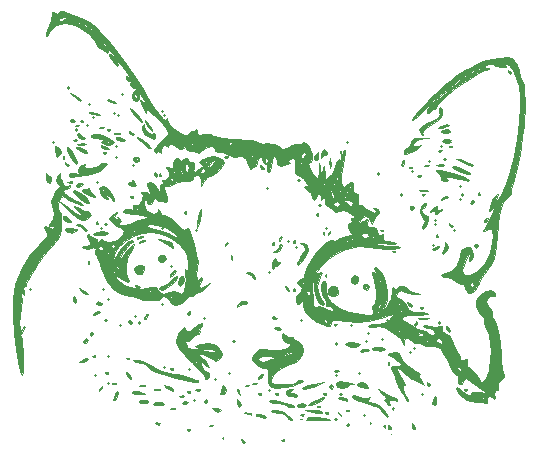
<source format=gto>
G04 #@! TF.GenerationSoftware,KiCad,Pcbnew,(5.1.10)-1*
G04 #@! TF.CreationDate,2021-09-30T18:38:30+01:00*
G04 #@! TF.ProjectId,110ADR-SwitchPlate,31313041-4452-42d5-9377-69746368506c,rev?*
G04 #@! TF.SameCoordinates,Original*
G04 #@! TF.FileFunction,Legend,Top*
G04 #@! TF.FilePolarity,Positive*
%FSLAX46Y46*%
G04 Gerber Fmt 4.6, Leading zero omitted, Abs format (unit mm)*
G04 Created by KiCad (PCBNEW (5.1.10)-1) date 2021-09-30 18:38:30*
%MOMM*%
%LPD*%
G01*
G04 APERTURE LIST*
%ADD10C,0.010000*%
%ADD11C,0.300000*%
%ADD12C,4.400000*%
G04 APERTURE END LIST*
D10*
G36*
X442663465Y-81544577D02*
G01*
X442854151Y-81723424D01*
X442815034Y-81826243D01*
X442790203Y-81827972D01*
X442639967Y-81701810D01*
X442585137Y-81622905D01*
X442564202Y-81501359D01*
X442663465Y-81544577D01*
G37*
X442663465Y-81544577D02*
X442854151Y-81723424D01*
X442815034Y-81826243D01*
X442790203Y-81827972D01*
X442639967Y-81701810D01*
X442585137Y-81622905D01*
X442564202Y-81501359D01*
X442663465Y-81544577D01*
G36*
X446184149Y-81531934D02*
G01*
X446159767Y-81637531D01*
X446065734Y-81650349D01*
X445919531Y-81585360D01*
X445947319Y-81531934D01*
X446158116Y-81510677D01*
X446184149Y-81531934D01*
G37*
X446184149Y-81531934D02*
X446159767Y-81637531D01*
X446065734Y-81650349D01*
X445919531Y-81585360D01*
X445947319Y-81531934D01*
X446158116Y-81510677D01*
X446184149Y-81531934D01*
G36*
X441092308Y-81383916D02*
G01*
X441003497Y-81472727D01*
X440914685Y-81383916D01*
X441003497Y-81295105D01*
X441092308Y-81383916D01*
G37*
X441092308Y-81383916D02*
X441003497Y-81472727D01*
X440914685Y-81383916D01*
X441003497Y-81295105D01*
X441092308Y-81383916D01*
G36*
X455116160Y-80362687D02*
G01*
X455213287Y-80584615D01*
X455274549Y-80920662D01*
X455245723Y-81055442D01*
X455132792Y-80984165D01*
X455035664Y-80762237D01*
X454974402Y-80426191D01*
X455003228Y-80291410D01*
X455116160Y-80362687D01*
G37*
X455116160Y-80362687D02*
X455213287Y-80584615D01*
X455274549Y-80920662D01*
X455245723Y-81055442D01*
X455132792Y-80984165D01*
X455035664Y-80762237D01*
X454974402Y-80426191D01*
X455003228Y-80291410D01*
X455116160Y-80362687D01*
G36*
X438191142Y-80643823D02*
G01*
X438166760Y-80749419D01*
X438072727Y-80762237D01*
X437926524Y-80697248D01*
X437954312Y-80643823D01*
X438165109Y-80622565D01*
X438191142Y-80643823D01*
G37*
X438191142Y-80643823D02*
X438166760Y-80749419D01*
X438072727Y-80762237D01*
X437926524Y-80697248D01*
X437954312Y-80643823D01*
X438165109Y-80622565D01*
X438191142Y-80643823D01*
G36*
X457099871Y-80180000D02*
G01*
X457108242Y-80188242D01*
X457233454Y-80495301D01*
X457218246Y-80608898D01*
X457126729Y-80650132D01*
X457030579Y-80421231D01*
X456990232Y-80147034D01*
X457099871Y-80180000D01*
G37*
X457099871Y-80180000D02*
X457108242Y-80188242D01*
X457233454Y-80495301D01*
X457218246Y-80608898D01*
X457126729Y-80650132D01*
X457030579Y-80421231D01*
X456990232Y-80147034D01*
X457099871Y-80180000D01*
G36*
X434875525Y-80495804D02*
G01*
X434786713Y-80584615D01*
X434697902Y-80495804D01*
X434786713Y-80406993D01*
X434875525Y-80495804D01*
G37*
X434875525Y-80495804D02*
X434786713Y-80584615D01*
X434697902Y-80495804D01*
X434786713Y-80406993D01*
X434875525Y-80495804D01*
G36*
X454710023Y-80288578D02*
G01*
X454731281Y-80499374D01*
X454710023Y-80525408D01*
X454604427Y-80501025D01*
X454591609Y-80406993D01*
X454656598Y-80260789D01*
X454710023Y-80288578D01*
G37*
X454710023Y-80288578D02*
X454731281Y-80499374D01*
X454710023Y-80525408D01*
X454604427Y-80501025D01*
X454591609Y-80406993D01*
X454656598Y-80260789D01*
X454710023Y-80288578D01*
G36*
X435611481Y-80145627D02*
G01*
X435763637Y-80229370D01*
X435905810Y-80370113D01*
X435852448Y-80401553D01*
X435560547Y-80313113D01*
X435408392Y-80229370D01*
X435266219Y-80088627D01*
X435319581Y-80057188D01*
X435611481Y-80145627D01*
G37*
X435611481Y-80145627D02*
X435763637Y-80229370D01*
X435905810Y-80370113D01*
X435852448Y-80401553D01*
X435560547Y-80313113D01*
X435408392Y-80229370D01*
X435266219Y-80088627D01*
X435319581Y-80057188D01*
X435611481Y-80145627D01*
G36*
X440156090Y-80299679D02*
G01*
X440103116Y-80380411D01*
X439922961Y-80392970D01*
X439733431Y-80349591D01*
X439815647Y-80285656D01*
X440093249Y-80264481D01*
X440156090Y-80299679D01*
G37*
X440156090Y-80299679D02*
X440103116Y-80380411D01*
X439922961Y-80392970D01*
X439733431Y-80349591D01*
X439815647Y-80285656D01*
X440093249Y-80264481D01*
X440156090Y-80299679D01*
G36*
X451747614Y-80189173D02*
G01*
X451749650Y-80229370D01*
X451613103Y-80400167D01*
X451561545Y-80406993D01*
X451455463Y-80298175D01*
X451483217Y-80229370D01*
X451642830Y-80059921D01*
X451671322Y-80051748D01*
X451747614Y-80189173D01*
G37*
X451747614Y-80189173D02*
X451749650Y-80229370D01*
X451613103Y-80400167D01*
X451561545Y-80406993D01*
X451455463Y-80298175D01*
X451483217Y-80229370D01*
X451642830Y-80059921D01*
X451671322Y-80051748D01*
X451747614Y-80189173D01*
G36*
X453525874Y-80140559D02*
G01*
X453437063Y-80229370D01*
X453348252Y-80140559D01*
X453437063Y-80051748D01*
X453525874Y-80140559D01*
G37*
X453525874Y-80140559D02*
X453437063Y-80229370D01*
X453348252Y-80140559D01*
X453437063Y-80051748D01*
X453525874Y-80140559D01*
G36*
X448979095Y-79628482D02*
G01*
X449548665Y-79695084D01*
X449958132Y-79810162D01*
X450077570Y-79898933D01*
X450059910Y-80034268D01*
X449873193Y-80027973D01*
X449750646Y-79947382D01*
X449532734Y-79894133D01*
X449061330Y-79854578D01*
X448438150Y-79837227D01*
X448433280Y-79837202D01*
X447831708Y-79828642D01*
X447555126Y-79805253D01*
X447573347Y-79759344D01*
X447841958Y-79686531D01*
X448370001Y-79621813D01*
X448979095Y-79628482D01*
G37*
X448979095Y-79628482D02*
X449548665Y-79695084D01*
X449958132Y-79810162D01*
X450077570Y-79898933D01*
X450059910Y-80034268D01*
X449873193Y-80027973D01*
X449750646Y-79947382D01*
X449532734Y-79894133D01*
X449061330Y-79854578D01*
X448438150Y-79837227D01*
X448433280Y-79837202D01*
X447831708Y-79828642D01*
X447555126Y-79805253D01*
X447573347Y-79759344D01*
X447841958Y-79686531D01*
X448370001Y-79621813D01*
X448979095Y-79628482D01*
G36*
X445965729Y-79111796D02*
G01*
X446438863Y-79417861D01*
X446734346Y-79699019D01*
X446828247Y-79859636D01*
X446800335Y-79874126D01*
X446545302Y-79744611D01*
X446512774Y-79701330D01*
X446288585Y-79548711D01*
X445852632Y-79370996D01*
X445658584Y-79309420D01*
X445220385Y-79172945D01*
X445095796Y-79096346D01*
X445255452Y-79046939D01*
X445403906Y-79025951D01*
X445965729Y-79111796D01*
G37*
X445965729Y-79111796D02*
X446438863Y-79417861D01*
X446734346Y-79699019D01*
X446828247Y-79859636D01*
X446800335Y-79874126D01*
X446545302Y-79744611D01*
X446512774Y-79701330D01*
X446288585Y-79548711D01*
X445852632Y-79370996D01*
X445658584Y-79309420D01*
X445220385Y-79172945D01*
X445095796Y-79096346D01*
X445255452Y-79046939D01*
X445403906Y-79025951D01*
X445965729Y-79111796D01*
G36*
X450624709Y-79755711D02*
G01*
X450600327Y-79861307D01*
X450506294Y-79874126D01*
X450360091Y-79809136D01*
X450387879Y-79755711D01*
X450598675Y-79734453D01*
X450624709Y-79755711D01*
G37*
X450624709Y-79755711D02*
X450600327Y-79861307D01*
X450506294Y-79874126D01*
X450360091Y-79809136D01*
X450387879Y-79755711D01*
X450598675Y-79734453D01*
X450624709Y-79755711D01*
G36*
X443490210Y-79274840D02*
G01*
X444037452Y-79360873D01*
X444438250Y-79473040D01*
X444547063Y-79533493D01*
X444630205Y-79644325D01*
X444532407Y-79670622D01*
X444202646Y-79606942D01*
X443589903Y-79447846D01*
X443490210Y-79420799D01*
X442602098Y-79179198D01*
X443490210Y-79274840D01*
G37*
X443490210Y-79274840D02*
X444037452Y-79360873D01*
X444438250Y-79473040D01*
X444547063Y-79533493D01*
X444630205Y-79644325D01*
X444532407Y-79670622D01*
X444202646Y-79606942D01*
X443589903Y-79447846D01*
X443490210Y-79420799D01*
X442602098Y-79179198D01*
X443490210Y-79274840D01*
G36*
X452385478Y-77827542D02*
G01*
X452548960Y-77920287D01*
X452904719Y-78039051D01*
X453206511Y-78012130D01*
X453460912Y-77958817D01*
X453404341Y-78040380D01*
X453353230Y-78076711D01*
X453215272Y-78233451D01*
X453355683Y-78354318D01*
X453808982Y-78463012D01*
X453951106Y-78487152D01*
X454236453Y-78634074D01*
X454555859Y-78927269D01*
X454819355Y-79261859D01*
X454936969Y-79532962D01*
X454914613Y-79610328D01*
X454762312Y-79551495D01*
X454533149Y-79273842D01*
X454175136Y-78933801D01*
X453664391Y-78661373D01*
X453576571Y-78631301D01*
X452841445Y-78379015D01*
X452286998Y-78141736D01*
X451959884Y-77944325D01*
X451906753Y-77811645D01*
X451980211Y-77780589D01*
X452385478Y-77827542D01*
G37*
X452385478Y-77827542D02*
X452548960Y-77920287D01*
X452904719Y-78039051D01*
X453206511Y-78012130D01*
X453460912Y-77958817D01*
X453404341Y-78040380D01*
X453353230Y-78076711D01*
X453215272Y-78233451D01*
X453355683Y-78354318D01*
X453808982Y-78463012D01*
X453951106Y-78487152D01*
X454236453Y-78634074D01*
X454555859Y-78927269D01*
X454819355Y-79261859D01*
X454936969Y-79532962D01*
X454914613Y-79610328D01*
X454762312Y-79551495D01*
X454533149Y-79273842D01*
X454175136Y-78933801D01*
X453664391Y-78661373D01*
X453576571Y-78631301D01*
X452841445Y-78379015D01*
X452286998Y-78141736D01*
X451959884Y-77944325D01*
X451906753Y-77811645D01*
X451980211Y-77780589D01*
X452385478Y-77827542D01*
G36*
X447971475Y-79411567D02*
G01*
X447918501Y-79492299D01*
X447738345Y-79504858D01*
X447548816Y-79461479D01*
X447631032Y-79397544D01*
X447908634Y-79376369D01*
X447971475Y-79411567D01*
G37*
X447971475Y-79411567D02*
X447918501Y-79492299D01*
X447738345Y-79504858D01*
X447548816Y-79461479D01*
X447631032Y-79397544D01*
X447908634Y-79376369D01*
X447971475Y-79411567D01*
G36*
X450834094Y-79235486D02*
G01*
X451024780Y-79414333D01*
X450985664Y-79517152D01*
X450960833Y-79518881D01*
X450810597Y-79392719D01*
X450755766Y-79313814D01*
X450734831Y-79192268D01*
X450834094Y-79235486D01*
G37*
X450834094Y-79235486D02*
X451024780Y-79414333D01*
X450985664Y-79517152D01*
X450960833Y-79518881D01*
X450810597Y-79392719D01*
X450755766Y-79313814D01*
X450734831Y-79192268D01*
X450834094Y-79235486D01*
G36*
X452993007Y-79430070D02*
G01*
X452904196Y-79518881D01*
X452815385Y-79430070D01*
X452904196Y-79341258D01*
X452993007Y-79430070D01*
G37*
X452993007Y-79430070D02*
X452904196Y-79518881D01*
X452815385Y-79430070D01*
X452904196Y-79341258D01*
X452993007Y-79430070D01*
G36*
X449043670Y-79037918D02*
G01*
X449329023Y-79138226D01*
X449351748Y-79163636D01*
X449405870Y-79272588D01*
X449337622Y-79308138D01*
X449071142Y-79270285D01*
X448552448Y-79163636D01*
X447930769Y-79032779D01*
X448586371Y-79009396D01*
X449043670Y-79037918D01*
G37*
X449043670Y-79037918D02*
X449329023Y-79138226D01*
X449351748Y-79163636D01*
X449405870Y-79272588D01*
X449337622Y-79308138D01*
X449071142Y-79270285D01*
X448552448Y-79163636D01*
X447930769Y-79032779D01*
X448586371Y-79009396D01*
X449043670Y-79037918D01*
G36*
X449914219Y-79222844D02*
G01*
X449889837Y-79328440D01*
X449795804Y-79341258D01*
X449649601Y-79276269D01*
X449677389Y-79222844D01*
X449888186Y-79201586D01*
X449914219Y-79222844D01*
G37*
X449914219Y-79222844D02*
X449889837Y-79328440D01*
X449795804Y-79341258D01*
X449649601Y-79276269D01*
X449677389Y-79222844D01*
X449888186Y-79201586D01*
X449914219Y-79222844D01*
G36*
X440413419Y-78847828D02*
G01*
X440730439Y-78917315D01*
X440802586Y-79023695D01*
X440596495Y-79153051D01*
X440249902Y-79014102D01*
X440204196Y-78985049D01*
X440085118Y-78866496D01*
X440274624Y-78839687D01*
X440413419Y-78847828D01*
G37*
X440413419Y-78847828D02*
X440730439Y-78917315D01*
X440802586Y-79023695D01*
X440596495Y-79153051D01*
X440249902Y-79014102D01*
X440204196Y-78985049D01*
X440085118Y-78866496D01*
X440274624Y-78839687D01*
X440413419Y-78847828D01*
G36*
X451701544Y-79056323D02*
G01*
X451648571Y-79137054D01*
X451468415Y-79149613D01*
X451278886Y-79106234D01*
X451361102Y-79042300D01*
X451638704Y-79021125D01*
X451701544Y-79056323D01*
G37*
X451701544Y-79056323D02*
X451648571Y-79137054D01*
X451468415Y-79149613D01*
X451278886Y-79106234D01*
X451361102Y-79042300D01*
X451638704Y-79021125D01*
X451701544Y-79056323D01*
G36*
X436958887Y-78878700D02*
G01*
X436905913Y-78959432D01*
X436725758Y-78971991D01*
X436536229Y-78928612D01*
X436618444Y-78864677D01*
X436896047Y-78843502D01*
X436958887Y-78878700D01*
G37*
X436958887Y-78878700D02*
X436905913Y-78959432D01*
X436725758Y-78971991D01*
X436536229Y-78928612D01*
X436618444Y-78864677D01*
X436896047Y-78843502D01*
X436958887Y-78878700D01*
G36*
X455479720Y-78897203D02*
G01*
X455390909Y-78986014D01*
X455302098Y-78897203D01*
X455390909Y-78808391D01*
X455479720Y-78897203D01*
G37*
X455479720Y-78897203D02*
X455390909Y-78986014D01*
X455302098Y-78897203D01*
X455390909Y-78808391D01*
X455479720Y-78897203D01*
G36*
X442355647Y-78224458D02*
G01*
X442494663Y-78514406D01*
X442485163Y-78626328D01*
X442344099Y-78735482D01*
X442287558Y-78701078D01*
X442169692Y-78423426D01*
X442158042Y-78299207D01*
X442214398Y-78130067D01*
X442355647Y-78224458D01*
G37*
X442355647Y-78224458D02*
X442494663Y-78514406D01*
X442485163Y-78626328D01*
X442344099Y-78735482D01*
X442287558Y-78701078D01*
X442169692Y-78423426D01*
X442158042Y-78299207D01*
X442214398Y-78130067D01*
X442355647Y-78224458D01*
G36*
X445278922Y-78171298D02*
G01*
X445746706Y-78252322D01*
X446280569Y-78398913D01*
X446687413Y-78550635D01*
X447013926Y-78705247D01*
X447029929Y-78774383D01*
X446831112Y-78793902D01*
X446473545Y-78733241D01*
X446332168Y-78630769D01*
X446095547Y-78509793D01*
X445666694Y-78453637D01*
X445621678Y-78453147D01*
X445180625Y-78402123D01*
X444914242Y-78277911D01*
X444904187Y-78264196D01*
X444967865Y-78170402D01*
X445278922Y-78171298D01*
G37*
X445278922Y-78171298D02*
X445746706Y-78252322D01*
X446280569Y-78398913D01*
X446687413Y-78550635D01*
X447013926Y-78705247D01*
X447029929Y-78774383D01*
X446831112Y-78793902D01*
X446473545Y-78733241D01*
X446332168Y-78630769D01*
X446095547Y-78509793D01*
X445666694Y-78453637D01*
X445621678Y-78453147D01*
X445180625Y-78402123D01*
X444914242Y-78277911D01*
X444904187Y-78264196D01*
X444967865Y-78170402D01*
X445278922Y-78171298D01*
G36*
X447952966Y-78527530D02*
G01*
X448019581Y-78630769D01*
X447870813Y-78775084D01*
X447664336Y-78808391D01*
X447375705Y-78734008D01*
X447309091Y-78630769D01*
X447457858Y-78486454D01*
X447664336Y-78453147D01*
X447952966Y-78527530D01*
G37*
X447952966Y-78527530D02*
X448019581Y-78630769D01*
X447870813Y-78775084D01*
X447664336Y-78808391D01*
X447375705Y-78734008D01*
X447309091Y-78630769D01*
X447457858Y-78486454D01*
X447664336Y-78453147D01*
X447952966Y-78527530D01*
G36*
X449203730Y-78689976D02*
G01*
X449179348Y-78795573D01*
X449085315Y-78808391D01*
X448939111Y-78743402D01*
X448966900Y-78689976D01*
X449177696Y-78668718D01*
X449203730Y-78689976D01*
G37*
X449203730Y-78689976D02*
X449179348Y-78795573D01*
X449085315Y-78808391D01*
X448939111Y-78743402D01*
X448966900Y-78689976D01*
X449177696Y-78668718D01*
X449203730Y-78689976D01*
G36*
X435876079Y-78375235D02*
G01*
X436043792Y-78475349D01*
X435960490Y-78582074D01*
X435627953Y-78630507D01*
X435596497Y-78630769D01*
X435217756Y-78586527D01*
X435053354Y-78479648D01*
X435053147Y-78475349D01*
X435205378Y-78358787D01*
X435500442Y-78319930D01*
X435876079Y-78375235D01*
G37*
X435876079Y-78375235D02*
X436043792Y-78475349D01*
X435960490Y-78582074D01*
X435627953Y-78630507D01*
X435596497Y-78630769D01*
X435217756Y-78586527D01*
X435053354Y-78479648D01*
X435053147Y-78475349D01*
X435205378Y-78358787D01*
X435500442Y-78319930D01*
X435876079Y-78375235D01*
G36*
X438043279Y-78313527D02*
G01*
X438072727Y-78345332D01*
X437933834Y-78459864D01*
X437806294Y-78517379D01*
X437577577Y-78521071D01*
X437539860Y-78447572D01*
X437683812Y-78294906D01*
X437806294Y-78275524D01*
X438043279Y-78313527D01*
G37*
X438043279Y-78313527D02*
X438072727Y-78345332D01*
X437933834Y-78459864D01*
X437806294Y-78517379D01*
X437577577Y-78521071D01*
X437539860Y-78447572D01*
X437683812Y-78294906D01*
X437806294Y-78275524D01*
X438043279Y-78313527D01*
G36*
X449524650Y-78023049D02*
G01*
X449385892Y-78177944D01*
X449102570Y-78369385D01*
X448725321Y-78528797D01*
X448382492Y-78614538D01*
X448202427Y-78584968D01*
X448197203Y-78563597D01*
X448340752Y-78447937D01*
X448683667Y-78265146D01*
X449094350Y-78077176D01*
X449441205Y-77945977D01*
X449563750Y-77920279D01*
X449524650Y-78023049D01*
G37*
X449524650Y-78023049D02*
X449385892Y-78177944D01*
X449102570Y-78369385D01*
X448725321Y-78528797D01*
X448382492Y-78614538D01*
X448202427Y-78584968D01*
X448197203Y-78563597D01*
X448340752Y-78447937D01*
X448683667Y-78265146D01*
X449094350Y-78077176D01*
X449441205Y-77945977D01*
X449563750Y-77920279D01*
X449524650Y-78023049D01*
G36*
X454325495Y-77291996D02*
G01*
X454720763Y-77565035D01*
X455104819Y-77814338D01*
X455401206Y-77920247D01*
X455404380Y-77920279D01*
X455704290Y-78053434D01*
X455762164Y-78123807D01*
X455752509Y-78250305D01*
X455448944Y-78217031D01*
X455422134Y-78210422D01*
X455097687Y-78164007D01*
X455034518Y-78282779D01*
X455059400Y-78362139D01*
X455101405Y-78602304D01*
X454960702Y-78563108D01*
X454769231Y-78364335D01*
X454639872Y-78152384D01*
X454782327Y-78097097D01*
X454791888Y-78097020D01*
X454827656Y-78002086D01*
X454624673Y-77765252D01*
X454502797Y-77659351D01*
X454176867Y-77352330D01*
X454129894Y-77224630D01*
X454325495Y-77291996D01*
G37*
X454325495Y-77291996D02*
X454720763Y-77565035D01*
X455104819Y-77814338D01*
X455401206Y-77920247D01*
X455404380Y-77920279D01*
X455704290Y-78053434D01*
X455762164Y-78123807D01*
X455752509Y-78250305D01*
X455448944Y-78217031D01*
X455422134Y-78210422D01*
X455097687Y-78164007D01*
X455034518Y-78282779D01*
X455059400Y-78362139D01*
X455101405Y-78602304D01*
X454960702Y-78563108D01*
X454769231Y-78364335D01*
X454639872Y-78152384D01*
X454782327Y-78097097D01*
X454791888Y-78097020D01*
X454827656Y-78002086D01*
X454624673Y-77765252D01*
X454502797Y-77659351D01*
X454176867Y-77352330D01*
X454129894Y-77224630D01*
X454325495Y-77291996D01*
G36*
X459013941Y-77896919D02*
G01*
X459068102Y-78147272D01*
X459076550Y-78525415D01*
X458918726Y-78630769D01*
X458706225Y-78552920D01*
X458689407Y-78497552D01*
X458758440Y-78237859D01*
X458838784Y-78014056D01*
X458943131Y-77803827D01*
X459013941Y-77896919D01*
G37*
X459013941Y-77896919D02*
X459068102Y-78147272D01*
X459076550Y-78525415D01*
X458918726Y-78630769D01*
X458706225Y-78552920D01*
X458689407Y-78497552D01*
X458758440Y-78237859D01*
X458838784Y-78014056D01*
X458943131Y-77803827D01*
X459013941Y-77896919D01*
G36*
X434506228Y-78200983D02*
G01*
X434616076Y-78286827D01*
X434557121Y-78419184D01*
X434363623Y-78453147D01*
X434031033Y-78391040D01*
X433921390Y-78312396D01*
X433992456Y-78187517D01*
X434173843Y-78146076D01*
X434506228Y-78200983D01*
G37*
X434506228Y-78200983D02*
X434616076Y-78286827D01*
X434557121Y-78419184D01*
X434363623Y-78453147D01*
X434031033Y-78391040D01*
X433921390Y-78312396D01*
X433992456Y-78187517D01*
X434173843Y-78146076D01*
X434506228Y-78200983D01*
G36*
X439669292Y-78235327D02*
G01*
X439671329Y-78275524D01*
X439534781Y-78446321D01*
X439483224Y-78453147D01*
X439377141Y-78344328D01*
X439404895Y-78275524D01*
X439564508Y-78106075D01*
X439593000Y-78097902D01*
X439669292Y-78235327D01*
G37*
X439669292Y-78235327D02*
X439671329Y-78275524D01*
X439534781Y-78446321D01*
X439483224Y-78453147D01*
X439377141Y-78344328D01*
X439404895Y-78275524D01*
X439564508Y-78106075D01*
X439593000Y-78097902D01*
X439669292Y-78235327D01*
G36*
X427463286Y-45236507D02*
G01*
X427904704Y-45375069D01*
X428336216Y-45542735D01*
X428998539Y-45831266D01*
X429596594Y-46129878D01*
X429950550Y-46341085D01*
X430244630Y-46610796D01*
X430694075Y-47095234D01*
X431241215Y-47724849D01*
X431828379Y-48430089D01*
X432397895Y-49141403D01*
X432892093Y-49789242D01*
X433253300Y-50304053D01*
X433306895Y-50388811D01*
X434121559Y-51705096D01*
X434773964Y-52736587D01*
X435279925Y-53505880D01*
X435655255Y-54035573D01*
X435915768Y-54348262D01*
X436077275Y-54466545D01*
X436142874Y-54441386D01*
X436266722Y-54301638D01*
X436293784Y-54435641D01*
X436438773Y-54772542D01*
X436790993Y-55164355D01*
X437236252Y-55514714D01*
X437660358Y-55727250D01*
X437850699Y-55749534D01*
X438163058Y-55638739D01*
X438250350Y-55517023D01*
X438357732Y-55418095D01*
X438412801Y-55441673D01*
X438611358Y-55404325D01*
X438665212Y-55318939D01*
X438742083Y-55269087D01*
X438769194Y-55429884D01*
X438834682Y-55646788D01*
X439071056Y-55702629D01*
X439404895Y-55663079D01*
X439812551Y-55630669D01*
X440019949Y-55680188D01*
X440026574Y-55699046D01*
X440168402Y-55835460D01*
X440248602Y-55849754D01*
X440565069Y-55890653D01*
X441040244Y-55971878D01*
X441092308Y-55981668D01*
X441626617Y-56055505D01*
X442324687Y-56117220D01*
X442768673Y-56141893D01*
X443339346Y-56190807D01*
X443744799Y-56274715D01*
X443880329Y-56354972D01*
X444074848Y-56446747D01*
X444491698Y-56468454D01*
X444655141Y-56457424D01*
X445281378Y-56477149D01*
X445716529Y-56700014D01*
X445728270Y-56710496D01*
X445981589Y-56908728D01*
X446208109Y-56930805D01*
X446556718Y-56776677D01*
X446681203Y-56710171D01*
X447110327Y-56528165D01*
X447417714Y-56484126D01*
X447456422Y-56498062D01*
X447661697Y-56471143D01*
X447704672Y-56395774D01*
X447860117Y-56339291D01*
X448163899Y-56572290D01*
X448390817Y-56920171D01*
X448527412Y-57352318D01*
X448556550Y-57750585D01*
X448461094Y-57996828D01*
X448374825Y-58026573D01*
X448211566Y-58143402D01*
X448284467Y-58458387D01*
X448578705Y-58918277D01*
X448646764Y-59003496D01*
X449083550Y-59536363D01*
X449112859Y-58737063D01*
X449133492Y-58273958D01*
X449157416Y-58146195D01*
X449197776Y-58334010D01*
X449230997Y-58559440D01*
X449319827Y-59181119D01*
X449447989Y-58648251D01*
X449526282Y-58360652D01*
X449569389Y-58359463D01*
X449593703Y-58672940D01*
X449602568Y-58914685D01*
X449633174Y-59377821D01*
X449695276Y-59528168D01*
X449807122Y-59407934D01*
X449812122Y-59399411D01*
X449837442Y-59371710D01*
X450531271Y-59371710D01*
X450619166Y-59654882D01*
X450747297Y-59802681D01*
X450750524Y-59802797D01*
X450774841Y-59659016D01*
X450733540Y-59440507D01*
X450624594Y-59188794D01*
X450550603Y-59166413D01*
X450531271Y-59371710D01*
X449837442Y-59371710D01*
X450013408Y-59179197D01*
X450126555Y-59165980D01*
X450247630Y-59062013D01*
X450408585Y-58706466D01*
X450491076Y-58455827D01*
X450697939Y-58455827D01*
X450730596Y-58686206D01*
X450791230Y-58688957D01*
X450833631Y-58451228D01*
X450805253Y-58348514D01*
X450726382Y-58281234D01*
X450697939Y-58455827D01*
X450491076Y-58455827D01*
X450495117Y-58443550D01*
X450664479Y-57966836D01*
X450804517Y-57811475D01*
X450896550Y-57877680D01*
X450989346Y-57916123D01*
X450980154Y-57620423D01*
X450961579Y-57493706D01*
X450917190Y-57131910D01*
X450957037Y-57094917D01*
X451027128Y-57227272D01*
X451154052Y-57473189D01*
X451196356Y-57399160D01*
X451204299Y-57242074D01*
X451252469Y-57004428D01*
X451308467Y-56993315D01*
X451320591Y-57200171D01*
X451264898Y-57655606D01*
X451153412Y-58262041D01*
X451150282Y-58277016D01*
X451011070Y-59127564D01*
X450992129Y-59738264D01*
X451086686Y-60083047D01*
X451287965Y-60135844D01*
X451570405Y-59893564D01*
X451835355Y-59709363D01*
X452003887Y-59825236D01*
X452013164Y-60187600D01*
X451997480Y-60257739D01*
X451971438Y-60587294D01*
X452155272Y-60689862D01*
X452194611Y-60690909D01*
X452406760Y-60773951D01*
X452440492Y-61080038D01*
X452424955Y-61205359D01*
X452415233Y-61567013D01*
X452549569Y-61641105D01*
X452582417Y-61630412D01*
X452789326Y-61657550D01*
X452815385Y-61737639D01*
X452948214Y-61925044D01*
X453005694Y-61934265D01*
X453275613Y-62048541D01*
X453464070Y-62202332D01*
X453752902Y-62371789D01*
X453914402Y-62357751D01*
X453967544Y-62192698D01*
X453855677Y-62092405D01*
X453729574Y-61961974D01*
X453826231Y-61936985D01*
X454088881Y-62045775D01*
X454190938Y-62275234D01*
X454090346Y-62447600D01*
X453883360Y-62691684D01*
X453723603Y-63005014D01*
X453593974Y-63247137D01*
X453537507Y-63163180D01*
X453537133Y-63154965D01*
X453399195Y-62793118D01*
X453286402Y-62667131D01*
X453040875Y-62583878D01*
X452757613Y-62788725D01*
X452726006Y-62823005D01*
X452555367Y-63076810D01*
X452599750Y-63177622D01*
X452868003Y-63047199D01*
X452904196Y-63000000D01*
X453111673Y-62822067D01*
X453238336Y-62941261D01*
X453222095Y-63177622D01*
X453219260Y-63440522D01*
X453459995Y-63529000D01*
X453593969Y-63532867D01*
X453949314Y-63605502D01*
X454058072Y-63870159D01*
X454058741Y-63907115D01*
X454131224Y-64177083D01*
X454346582Y-64170909D01*
X454554891Y-64159612D01*
X454547727Y-64391977D01*
X454554768Y-64631719D01*
X454802098Y-64726970D01*
X454988618Y-64738500D01*
X455403234Y-64787640D01*
X455631180Y-64878534D01*
X455531142Y-64928210D01*
X455158423Y-64938390D01*
X454593623Y-64906888D01*
X454591609Y-64906720D01*
X454048404Y-64873971D01*
X453796587Y-64888349D01*
X453865866Y-64947920D01*
X453881119Y-64952965D01*
X454333147Y-65044641D01*
X454939712Y-65104544D01*
X455168881Y-65113763D01*
X455660843Y-65149258D01*
X455964675Y-65219664D01*
X456012152Y-65264685D01*
X455848434Y-65345625D01*
X455408707Y-65380459D01*
X454769089Y-65370039D01*
X454005700Y-65315217D01*
X453317391Y-65234490D01*
X452494121Y-65178989D01*
X451756483Y-65289965D01*
X451383773Y-65401433D01*
X450646676Y-65740142D01*
X449903734Y-66234962D01*
X449272203Y-66796546D01*
X448884931Y-67305467D01*
X448784901Y-67537606D01*
X448908920Y-67530312D01*
X449082645Y-67441988D01*
X449327735Y-67324249D01*
X449369459Y-67388890D01*
X449225369Y-67696544D01*
X449181132Y-67782255D01*
X448996404Y-68507886D01*
X449159087Y-69288052D01*
X449376974Y-69705244D01*
X449514979Y-69994788D01*
X449489060Y-70102175D01*
X449138383Y-69955474D01*
X448891059Y-69513970D01*
X448732370Y-68751357D01*
X448732081Y-68749094D01*
X448599026Y-67706993D01*
X448575737Y-68802605D01*
X448586150Y-69544761D01*
X448646136Y-70078421D01*
X448745833Y-70356669D01*
X448875383Y-70332586D01*
X448892061Y-70307810D01*
X449127678Y-70253432D01*
X449616923Y-70402331D01*
X449757561Y-70462798D01*
X450211254Y-70660592D01*
X450405277Y-70710350D01*
X450404152Y-70609285D01*
X450317156Y-70438622D01*
X450060186Y-70184290D01*
X449861768Y-70177895D01*
X449686300Y-70187971D01*
X449698532Y-70118586D01*
X449686021Y-69870112D01*
X449522558Y-69480760D01*
X449502239Y-69444554D01*
X449295842Y-68789257D01*
X449329060Y-68444641D01*
X449473232Y-68105822D01*
X449615674Y-68076581D01*
X449703471Y-68314960D01*
X449690919Y-68731576D01*
X449769477Y-69353717D01*
X450154470Y-69918643D01*
X450797750Y-70390830D01*
X451651169Y-70734754D01*
X452648072Y-70913382D01*
X453247628Y-70957785D01*
X453568769Y-70945904D01*
X453687095Y-70850989D01*
X453681693Y-70726573D01*
X454058741Y-70726573D01*
X454147553Y-70815384D01*
X454236364Y-70726573D01*
X454147553Y-70637762D01*
X454058741Y-70726573D01*
X453681693Y-70726573D01*
X453678206Y-70646290D01*
X453661162Y-70554909D01*
X453653881Y-70437964D01*
X454104894Y-70437964D01*
X454235011Y-70352833D01*
X454258405Y-70329883D01*
X454398705Y-70097000D01*
X454379682Y-70011383D01*
X454247554Y-70064687D01*
X454158972Y-70230451D01*
X454104894Y-70437964D01*
X453653881Y-70437964D01*
X453640416Y-70221703D01*
X453705426Y-70104895D01*
X453853720Y-69947929D01*
X453940362Y-69550443D01*
X453960097Y-69039161D01*
X454455195Y-69039161D01*
X454473714Y-69362312D01*
X454519820Y-69400396D01*
X454536426Y-69350000D01*
X454564050Y-68899509D01*
X454536426Y-68728321D01*
X454484942Y-68673041D01*
X454456913Y-68918647D01*
X454455195Y-69039161D01*
X453960097Y-69039161D01*
X453960739Y-69022552D01*
X453910240Y-68474370D01*
X453799607Y-68062237D01*
X454236364Y-68062237D01*
X454325175Y-68151049D01*
X454413986Y-68062237D01*
X454325175Y-67973426D01*
X454236364Y-68062237D01*
X453799607Y-68062237D01*
X453792154Y-68034473D01*
X453626785Y-67542606D01*
X453630891Y-67301401D01*
X453793017Y-67339272D01*
X453990503Y-67542337D01*
X454159630Y-67736524D01*
X454144095Y-67672320D01*
X453984573Y-67396154D01*
X453820290Y-67038714D01*
X453861726Y-66920085D01*
X454058669Y-67032705D01*
X454360910Y-67369014D01*
X454430145Y-67463253D01*
X454758716Y-68141890D01*
X454914034Y-68931827D01*
X454883095Y-69695110D01*
X454691456Y-70235223D01*
X454391415Y-70726573D01*
X454472558Y-70637762D01*
X456012588Y-70637762D01*
X456077577Y-70783965D01*
X456131002Y-70756177D01*
X456152260Y-70545381D01*
X456131002Y-70519347D01*
X456025406Y-70543729D01*
X456012588Y-70637762D01*
X454472558Y-70637762D01*
X454846757Y-70228207D01*
X454974464Y-70016084D01*
X455834965Y-70016084D01*
X455923776Y-70104895D01*
X456012588Y-70016084D01*
X455923776Y-69927272D01*
X455834965Y-70016084D01*
X454974464Y-70016084D01*
X455227482Y-69595821D01*
X455304818Y-69073661D01*
X455327079Y-68672544D01*
X455402522Y-68584159D01*
X455495963Y-68683916D01*
X455673221Y-68844744D01*
X455774478Y-68728321D01*
X455972897Y-68560688D01*
X456274008Y-68510022D01*
X456507399Y-68587260D01*
X456545455Y-68678837D01*
X456697640Y-68839213D01*
X457069382Y-69001924D01*
X457122727Y-69018063D01*
X457700000Y-69184744D01*
X457158252Y-69200763D01*
X456706402Y-69150406D01*
X456415296Y-69015575D01*
X456092584Y-68894758D01*
X455935716Y-68921190D01*
X455708096Y-69126788D01*
X455674887Y-69392157D01*
X455840415Y-69562438D01*
X455917527Y-69572028D01*
X456192364Y-69713676D01*
X456389636Y-69968013D01*
X456781775Y-70533719D01*
X457175638Y-70756634D01*
X457407279Y-70734916D01*
X457826314Y-70715714D01*
X458162719Y-70795872D01*
X458320424Y-70884356D01*
X458203162Y-70932792D01*
X457778743Y-70948083D01*
X457463528Y-70945777D01*
X456741835Y-70968359D01*
X456320674Y-71067031D01*
X456180443Y-71183518D01*
X456144934Y-71415269D01*
X456327326Y-71502894D01*
X456687053Y-71658163D01*
X457057093Y-71902545D01*
X457463177Y-72145238D01*
X457791016Y-72236363D01*
X458165100Y-72364374D01*
X458312916Y-72492239D01*
X458612126Y-72662123D01*
X458783254Y-72649118D01*
X458921197Y-72482637D01*
X458812659Y-72267246D01*
X458535762Y-72098370D01*
X458299930Y-72058741D01*
X458023238Y-71985472D01*
X457966434Y-71893518D01*
X458115755Y-71816050D01*
X458509478Y-71884037D01*
X458983576Y-71962002D01*
X459339616Y-71929613D01*
X459542088Y-71913256D01*
X459513330Y-72114905D01*
X459530067Y-72375818D01*
X459813669Y-72514201D01*
X460185119Y-72764878D01*
X460458347Y-73317855D01*
X460657754Y-73807058D01*
X460867056Y-74155338D01*
X460915914Y-74205738D01*
X461066515Y-74495384D01*
X461050237Y-74634292D01*
X461070554Y-74796512D01*
X461357188Y-74770377D01*
X461640392Y-74738692D01*
X461665038Y-74898745D01*
X461643362Y-74960606D01*
X461689737Y-75286336D01*
X461984846Y-75553066D01*
X462372048Y-75908393D01*
X462596418Y-76263909D01*
X462812754Y-76613696D01*
X463049347Y-76629740D01*
X463284078Y-76331006D01*
X463494831Y-75736461D01*
X463564717Y-75433566D01*
X463641498Y-74800620D01*
X463652072Y-74069504D01*
X463605123Y-73338004D01*
X463509339Y-72703901D01*
X463373403Y-72264981D01*
X463271545Y-72132991D01*
X463152572Y-71900571D01*
X463117483Y-71604202D01*
X463070771Y-71274658D01*
X462984266Y-71169243D01*
X462816156Y-71019264D01*
X462621242Y-70664512D01*
X462463725Y-70243604D01*
X462406993Y-69922823D01*
X462534959Y-69537144D01*
X462854143Y-69205816D01*
X463267471Y-68975241D01*
X463677872Y-68891821D01*
X463988273Y-69001957D01*
X464069827Y-69127972D01*
X464047705Y-69333763D01*
X463733586Y-69394405D01*
X463397782Y-69470554D01*
X463296321Y-69765399D01*
X463295105Y-69829635D01*
X463405194Y-70230232D01*
X463588980Y-70429326D01*
X463791020Y-70694027D01*
X463777160Y-70869221D01*
X463804142Y-71205963D01*
X463908020Y-71340978D01*
X464130204Y-71705471D01*
X464317988Y-72372311D01*
X464461609Y-73289457D01*
X464551305Y-74404869D01*
X464569081Y-74864920D01*
X464608891Y-75462288D01*
X464681533Y-75904887D01*
X464760049Y-76082416D01*
X464756308Y-76239515D01*
X464544330Y-76444133D01*
X464270827Y-76769800D01*
X464283880Y-77069510D01*
X464315501Y-77322796D01*
X464202246Y-77310362D01*
X464026358Y-77328013D01*
X463975523Y-77648624D01*
X464000340Y-77910727D01*
X463981390Y-78073453D01*
X463792942Y-77964752D01*
X463770764Y-77946508D01*
X463489074Y-77855215D01*
X463327036Y-78011103D01*
X463383916Y-78275524D01*
X463354612Y-78418172D01*
X463261182Y-78424720D01*
X462933587Y-78387434D01*
X462449984Y-78335036D01*
X462406993Y-78330476D01*
X461574420Y-78138687D01*
X461386186Y-78009091D01*
X462939860Y-78009091D01*
X463028671Y-78097902D01*
X463117483Y-78009091D01*
X463028671Y-77920279D01*
X462939860Y-78009091D01*
X461386186Y-78009091D01*
X461027160Y-77761909D01*
X460831819Y-77456709D01*
X460731641Y-77120898D01*
X460833518Y-77054835D01*
X461100743Y-77265224D01*
X461211234Y-77387412D01*
X461476188Y-77604693D01*
X461765341Y-77731405D01*
X461971049Y-77740075D01*
X461985673Y-77603229D01*
X461973380Y-77581931D01*
X462063734Y-77502627D01*
X462422672Y-77498425D01*
X462628981Y-77520180D01*
X463383916Y-77619155D01*
X462538673Y-76970417D01*
X461948844Y-76545525D01*
X461577641Y-76355184D01*
X461387827Y-76387505D01*
X461341259Y-76588112D01*
X461207613Y-76823790D01*
X461091454Y-76854545D01*
X460916195Y-76723500D01*
X460930571Y-76514508D01*
X460866775Y-76153270D01*
X460647509Y-75975392D01*
X460353869Y-75702137D01*
X460272150Y-75471722D01*
X460241986Y-75368438D01*
X460808392Y-75368438D01*
X460909255Y-75650818D01*
X460926807Y-75670396D01*
X461117031Y-75712535D01*
X461136993Y-75697039D01*
X461112480Y-75514556D01*
X461018578Y-75395081D01*
X460839750Y-75294948D01*
X460808392Y-75368438D01*
X460241986Y-75368438D01*
X460179734Y-75155289D01*
X459946683Y-74675816D01*
X459756528Y-74351658D01*
X459435323Y-73877961D01*
X459182965Y-73648784D01*
X458900269Y-73595656D01*
X458692542Y-73617162D01*
X458216320Y-73607426D01*
X457871703Y-73474807D01*
X457602050Y-73340867D01*
X457488094Y-73365985D01*
X457281513Y-73360337D01*
X457092736Y-73240672D01*
X457053121Y-73213286D01*
X458144056Y-73213286D01*
X458232867Y-73302098D01*
X458321678Y-73213286D01*
X458232867Y-73124475D01*
X458144056Y-73213286D01*
X457053121Y-73213286D01*
X456776576Y-73022109D01*
X459045400Y-73022109D01*
X459067373Y-73196161D01*
X459331325Y-73391434D01*
X459520630Y-73465697D01*
X459560009Y-73334451D01*
X459565035Y-73213286D01*
X459422854Y-72977800D01*
X459298602Y-72946853D01*
X459045400Y-73022109D01*
X456776576Y-73022109D01*
X456643383Y-72930033D01*
X456373710Y-72913117D01*
X456293522Y-73189513D01*
X456300373Y-73273908D01*
X456317267Y-73533557D01*
X456267311Y-73444576D01*
X456251153Y-73391362D01*
X455958809Y-72909127D01*
X455677889Y-72668466D01*
X457452391Y-72668466D01*
X457555764Y-72752630D01*
X457799294Y-72769230D01*
X458046941Y-72703652D01*
X458060039Y-72599366D01*
X457828972Y-72502600D01*
X457694312Y-72529558D01*
X457452391Y-72668466D01*
X455677889Y-72668466D01*
X455438624Y-72463491D01*
X455184336Y-72325175D01*
X455834965Y-72325175D01*
X455923776Y-72413986D01*
X456012588Y-72325175D01*
X455923776Y-72236363D01*
X455834965Y-72325175D01*
X455184336Y-72325175D01*
X454804887Y-72118780D01*
X454171885Y-71939324D01*
X453717749Y-71965406D01*
X453398129Y-71986751D01*
X453281538Y-71916872D01*
X453381183Y-71821100D01*
X453742760Y-71751296D01*
X454021485Y-71732336D01*
X454658870Y-71651351D01*
X455066804Y-71434985D01*
X455173323Y-71323400D01*
X455398946Y-71006452D01*
X455369385Y-70891614D01*
X455067780Y-70973666D01*
X454651597Y-71161910D01*
X454061771Y-71346060D01*
X453245087Y-71473052D01*
X452326519Y-71534827D01*
X451431046Y-71523328D01*
X450683642Y-71430497D01*
X450639511Y-71420607D01*
X450287289Y-71379515D01*
X450161400Y-71525224D01*
X450151049Y-71677215D01*
X450074374Y-71947773D01*
X449840210Y-71948249D01*
X448971435Y-71575619D01*
X448806084Y-71457070D01*
X449501617Y-71457070D01*
X449529371Y-71525874D01*
X449688984Y-71695323D01*
X449717476Y-71703496D01*
X449793768Y-71566071D01*
X449795804Y-71525874D01*
X449659257Y-71355077D01*
X449607699Y-71348251D01*
X449501617Y-71457070D01*
X448806084Y-71457070D01*
X448306491Y-71098887D01*
X448133274Y-70874592D01*
X449322145Y-70874592D01*
X449346527Y-70980188D01*
X449440560Y-70993007D01*
X449586763Y-70928017D01*
X449558975Y-70874592D01*
X449348178Y-70853334D01*
X449322145Y-70874592D01*
X448133274Y-70874592D01*
X447893875Y-70564600D01*
X447782087Y-70019306D01*
X447787380Y-69977973D01*
X447821550Y-69661712D01*
X447759457Y-69659276D01*
X447664224Y-69797791D01*
X447437878Y-70008010D01*
X447298174Y-70009337D01*
X447142073Y-69740556D01*
X447182691Y-69389438D01*
X447397112Y-69152855D01*
X447397902Y-69152550D01*
X447512634Y-69044108D01*
X448062764Y-69044108D01*
X448123125Y-69240622D01*
X448259336Y-69375112D01*
X448337036Y-69241338D01*
X448338366Y-68964046D01*
X448304516Y-68909644D01*
X448133691Y-68868257D01*
X448062764Y-69044108D01*
X447512634Y-69044108D01*
X447602380Y-68959283D01*
X447661091Y-68694023D01*
X447551908Y-68517771D01*
X447486713Y-68506293D01*
X447329131Y-68362427D01*
X447309091Y-68239860D01*
X447664336Y-68239860D01*
X447753147Y-68328671D01*
X447841958Y-68239860D01*
X447753147Y-68151049D01*
X447664336Y-68239860D01*
X447309091Y-68239860D01*
X447451272Y-68004374D01*
X447575525Y-67973426D01*
X447811383Y-67848371D01*
X447841958Y-67740235D01*
X447947915Y-67306338D01*
X448222912Y-66714993D01*
X448602641Y-66076608D01*
X449022792Y-65501591D01*
X449343259Y-65162749D01*
X449792708Y-64807871D01*
X450121203Y-64621974D01*
X450277376Y-64625108D01*
X450219811Y-64820629D01*
X450233598Y-64884455D01*
X450447226Y-64729904D01*
X450453731Y-64724226D01*
X450517475Y-64687412D01*
X451394406Y-64687412D01*
X451483217Y-64776223D01*
X451572028Y-64687412D01*
X451483217Y-64598601D01*
X451394406Y-64687412D01*
X450517475Y-64687412D01*
X450876294Y-64480186D01*
X451808858Y-64480186D01*
X451833240Y-64585782D01*
X451927273Y-64598601D01*
X452073476Y-64533612D01*
X452045688Y-64480186D01*
X451834892Y-64458928D01*
X451808858Y-64480186D01*
X450876294Y-64480186D01*
X450877500Y-64479490D01*
X451424925Y-64308096D01*
X451480724Y-64298164D01*
X451882042Y-64210475D01*
X451897802Y-64192694D01*
X452653020Y-64192694D01*
X452731708Y-64365601D01*
X452993007Y-64420979D01*
X453281819Y-64358887D01*
X453325364Y-64302564D01*
X453585082Y-64302564D01*
X453609464Y-64408160D01*
X453703497Y-64420979D01*
X453849700Y-64355989D01*
X453821912Y-64302564D01*
X453611115Y-64281306D01*
X453585082Y-64302564D01*
X453325364Y-64302564D01*
X453348252Y-64272960D01*
X453218005Y-64010532D01*
X452894611Y-64005236D01*
X452886831Y-64008165D01*
X452653020Y-64192694D01*
X451897802Y-64192694D01*
X451966379Y-64115328D01*
X451857999Y-64030497D01*
X451650726Y-63791732D01*
X451575197Y-63474808D01*
X451647045Y-63228951D01*
X451768654Y-63177622D01*
X451889362Y-63049161D01*
X451866511Y-62920234D01*
X451874493Y-62739902D01*
X452069536Y-62762839D01*
X452142428Y-62730500D01*
X451970577Y-62531366D01*
X451838462Y-62414533D01*
X451459362Y-62161301D01*
X451174572Y-62085198D01*
X451127972Y-62103661D01*
X450839376Y-62215803D01*
X450517422Y-62221362D01*
X450333789Y-62122360D01*
X450328671Y-62094254D01*
X450182598Y-61938103D01*
X449973427Y-61845454D01*
X449676778Y-61586549D01*
X449674017Y-61571674D01*
X450329138Y-61571674D01*
X450471746Y-61728325D01*
X450506294Y-61750951D01*
X450772668Y-61804267D01*
X450869375Y-61590907D01*
X450831935Y-61407090D01*
X450660579Y-61332651D01*
X450506294Y-61407090D01*
X450329138Y-61571674D01*
X449674017Y-61571674D01*
X449619789Y-61279522D01*
X451281211Y-61279522D01*
X451289040Y-61362197D01*
X451475312Y-61506394D01*
X451765983Y-61709402D01*
X451890863Y-61715778D01*
X451974422Y-61534615D01*
X451895948Y-61352905D01*
X451596327Y-61284366D01*
X451281211Y-61279522D01*
X449619789Y-61279522D01*
X449615462Y-61256212D01*
X449588744Y-60952772D01*
X449495449Y-60969028D01*
X449440560Y-61046154D01*
X449302909Y-61209444D01*
X449266231Y-61041568D01*
X449265657Y-61001748D01*
X449179496Y-60738070D01*
X449085315Y-60690909D01*
X448927732Y-60834775D01*
X448907692Y-60957342D01*
X448811781Y-61193717D01*
X448730070Y-61223776D01*
X448572241Y-61080015D01*
X448552448Y-60958848D01*
X448415290Y-60664432D01*
X448197203Y-60472065D01*
X448127738Y-60414985D01*
X450062647Y-60414985D01*
X450107180Y-60777650D01*
X450221480Y-61072406D01*
X450349463Y-61122115D01*
X450391496Y-60957342D01*
X451216783Y-60957342D01*
X451305595Y-61046154D01*
X451394406Y-60957342D01*
X451305595Y-60868531D01*
X451216783Y-60957342D01*
X450391496Y-60957342D01*
X450403866Y-60908851D01*
X450322902Y-60680129D01*
X450217394Y-60513286D01*
X450861539Y-60513286D01*
X450926528Y-60659490D01*
X450979954Y-60631701D01*
X450982939Y-60602098D01*
X451394406Y-60602098D01*
X451483217Y-60690909D01*
X451572028Y-60602098D01*
X451483217Y-60513286D01*
X451394406Y-60602098D01*
X450982939Y-60602098D01*
X451001211Y-60420905D01*
X450979954Y-60394871D01*
X450874357Y-60419254D01*
X450861539Y-60513286D01*
X450217394Y-60513286D01*
X450133357Y-60380396D01*
X450062647Y-60414985D01*
X448127738Y-60414985D01*
X448017132Y-60324099D01*
X451615577Y-60324099D01*
X451639874Y-60335664D01*
X451801969Y-60210621D01*
X451838462Y-60158042D01*
X451883724Y-59991984D01*
X451859427Y-59980419D01*
X451697332Y-60105462D01*
X451660839Y-60158042D01*
X451615577Y-60324099D01*
X448017132Y-60324099D01*
X447920187Y-60244439D01*
X447841958Y-60104832D01*
X447953314Y-60038829D01*
X448019581Y-60069230D01*
X448182421Y-60099575D01*
X448160563Y-59919855D01*
X448143626Y-59891608D01*
X449440560Y-59891608D01*
X449529371Y-59980419D01*
X449618182Y-59891608D01*
X450328671Y-59891608D01*
X450417483Y-59980419D01*
X450506294Y-59891608D01*
X450417483Y-59802797D01*
X450328671Y-59891608D01*
X449618182Y-59891608D01*
X449529371Y-59802797D01*
X449440560Y-59891608D01*
X448143626Y-59891608D01*
X447974686Y-59609871D01*
X447865529Y-59474730D01*
X447539992Y-59193182D01*
X447283563Y-59092307D01*
X447122721Y-58988330D01*
X447083695Y-58634215D01*
X447101026Y-58381818D01*
X447108457Y-58115384D01*
X447486713Y-58115384D01*
X447575525Y-58204196D01*
X447664336Y-58115384D01*
X447575525Y-58026573D01*
X447486713Y-58115384D01*
X447108457Y-58115384D01*
X447114234Y-57908302D01*
X447017949Y-57700808D01*
X446894174Y-57671328D01*
X446626387Y-57747808D01*
X446487500Y-57903724D01*
X446554885Y-58028793D01*
X446632524Y-58044279D01*
X446664983Y-58099539D01*
X446420979Y-58204196D01*
X445931902Y-58336786D01*
X445684115Y-58312009D01*
X445591163Y-58109535D01*
X445580193Y-58006496D01*
X445491497Y-57605205D01*
X445327513Y-57494946D01*
X445236743Y-57553000D01*
X445114836Y-57854786D01*
X445030046Y-58488601D01*
X445014802Y-58692657D01*
X444882858Y-58899407D01*
X444814329Y-58914685D01*
X444709994Y-58757996D01*
X444739629Y-58323963D01*
X444745286Y-58293007D01*
X444782334Y-57836584D01*
X444674607Y-57671430D01*
X444670098Y-57671328D01*
X444560990Y-57802799D01*
X444591704Y-57966900D01*
X444616732Y-58167389D01*
X444497318Y-58134040D01*
X444309829Y-57859875D01*
X444289511Y-57727908D01*
X444238421Y-57548653D01*
X444035096Y-57661354D01*
X444033635Y-57662566D01*
X443862955Y-57959587D01*
X443875016Y-58128371D01*
X443834018Y-58347857D01*
X443701638Y-58381818D01*
X443415591Y-58506251D01*
X443354041Y-58603846D01*
X443271509Y-58608277D01*
X443167591Y-58332874D01*
X443149272Y-58256653D01*
X442935213Y-57805366D01*
X442594936Y-57543625D01*
X442229516Y-57542884D01*
X442178118Y-57570109D01*
X441924039Y-57564631D01*
X441737158Y-57493706D01*
X443401399Y-57493706D01*
X443466388Y-57639909D01*
X443519814Y-57612121D01*
X443540711Y-57404895D01*
X444644755Y-57404895D01*
X444733567Y-57493706D01*
X444760885Y-57466388D01*
X447594610Y-57466388D01*
X447611459Y-57612110D01*
X447728868Y-57780850D01*
X447863957Y-57641816D01*
X448000525Y-57356853D01*
X448016861Y-57277253D01*
X447888316Y-57216117D01*
X447764362Y-57247547D01*
X447594610Y-57466388D01*
X444760885Y-57466388D01*
X444822378Y-57404895D01*
X444733567Y-57316084D01*
X444644755Y-57404895D01*
X443540711Y-57404895D01*
X443541072Y-57401325D01*
X443519814Y-57375291D01*
X443414217Y-57399673D01*
X443401399Y-57493706D01*
X441737158Y-57493706D01*
X441529801Y-57415010D01*
X441510445Y-57405046D01*
X441174870Y-57273617D01*
X442590325Y-57273617D01*
X442764919Y-57302061D01*
X442995297Y-57269404D01*
X442998048Y-57208770D01*
X442760320Y-57166369D01*
X442657605Y-57194747D01*
X442590325Y-57273617D01*
X441174870Y-57273617D01*
X441021752Y-57213648D01*
X440609421Y-57139556D01*
X440320964Y-57059160D01*
X440303740Y-56908108D01*
X440258279Y-56727917D01*
X440006710Y-56681453D01*
X439666017Y-56754764D01*
X439353186Y-56933896D01*
X439261819Y-57032381D01*
X438970878Y-57261127D01*
X438765757Y-57214436D01*
X438377175Y-57103730D01*
X438205944Y-57109654D01*
X437936599Y-57023730D01*
X437881082Y-56838787D01*
X437835396Y-56664950D01*
X437777469Y-56738811D01*
X437565875Y-56930267D01*
X437287213Y-56934465D01*
X437155012Y-56806695D01*
X436956395Y-56638446D01*
X436697272Y-56528647D01*
X436606474Y-56516783D01*
X438250350Y-56516783D01*
X438339161Y-56605594D01*
X438427972Y-56516783D01*
X438339161Y-56427972D01*
X441536364Y-56427972D01*
X441550447Y-56591648D01*
X441614692Y-56605594D01*
X441795569Y-56476656D01*
X441802797Y-56427972D01*
X441742195Y-56254967D01*
X441724469Y-56250349D01*
X441572820Y-56374816D01*
X441536364Y-56427972D01*
X438339161Y-56427972D01*
X438250350Y-56516783D01*
X436606474Y-56516783D01*
X436399734Y-56489770D01*
X436357321Y-56638385D01*
X436369403Y-56773811D01*
X436341402Y-56738811D01*
X436120270Y-56592194D01*
X435880007Y-56698414D01*
X435761147Y-56992968D01*
X435760917Y-57005244D01*
X435732872Y-57264785D01*
X435628392Y-57200975D01*
X435586014Y-57138461D01*
X435447379Y-56967277D01*
X435411471Y-57106181D01*
X435411112Y-57129580D01*
X435346856Y-57284347D01*
X435219735Y-57198475D01*
X435196712Y-56990346D01*
X435434412Y-56638321D01*
X435777274Y-56278362D01*
X436128858Y-55933664D01*
X436326392Y-55680597D01*
X436353127Y-55446689D01*
X436192313Y-55159470D01*
X435827201Y-54746468D01*
X435294969Y-54191558D01*
X434860327Y-53764569D01*
X434612607Y-53595376D01*
X434518332Y-53663162D01*
X434514879Y-53706546D01*
X434485087Y-53917290D01*
X434375199Y-53792359D01*
X434358742Y-53763636D01*
X434194571Y-53384281D01*
X434088513Y-53053147D01*
X434017776Y-52749908D01*
X434085580Y-52762248D01*
X434244649Y-52953879D01*
X434446311Y-53153397D01*
X434516330Y-53131501D01*
X434411874Y-52886789D01*
X434165403Y-52528664D01*
X434158748Y-52520279D01*
X433952087Y-52301144D01*
X433897227Y-52331722D01*
X433908373Y-52369096D01*
X433893600Y-52676809D01*
X433687985Y-52831654D01*
X433421424Y-52735830D01*
X433322610Y-52474090D01*
X433328328Y-52436851D01*
X433500485Y-52436851D01*
X433536053Y-52508462D01*
X433705422Y-52692098D01*
X433736579Y-52562595D01*
X433693461Y-52423808D01*
X433562692Y-52230369D01*
X433503627Y-52234368D01*
X433500485Y-52436851D01*
X433328328Y-52436851D01*
X433370834Y-52160056D01*
X433518984Y-51936391D01*
X433689362Y-51924499D01*
X433799360Y-51950447D01*
X433750583Y-51882673D01*
X433469130Y-51727304D01*
X433410140Y-51720979D01*
X433188417Y-51578583D01*
X433135465Y-51474226D01*
X433148462Y-51316326D01*
X433298286Y-51369487D01*
X433441094Y-51420570D01*
X433395338Y-51349806D01*
X433113885Y-51194436D01*
X433054895Y-51188112D01*
X432833172Y-51045716D01*
X432780220Y-50941359D01*
X432793202Y-50784880D01*
X432924204Y-50834428D01*
X433007202Y-50819843D01*
X432925968Y-50606626D01*
X432731883Y-50278480D01*
X432476325Y-49919103D01*
X432210674Y-49612196D01*
X432125439Y-49533188D01*
X431885607Y-49336585D01*
X431885921Y-49375727D01*
X432013971Y-49545105D01*
X432138983Y-49792252D01*
X432065387Y-49855944D01*
X431835998Y-49720125D01*
X431564353Y-49408744D01*
X431363134Y-49065918D01*
X431323077Y-48906561D01*
X431436485Y-48871157D01*
X431633916Y-48987428D01*
X431810702Y-49109807D01*
X431753640Y-49008451D01*
X431606387Y-48831554D01*
X431328213Y-48537886D01*
X431175098Y-48434967D01*
X431199895Y-48553899D01*
X431234266Y-48612587D01*
X431220183Y-48776263D01*
X431155937Y-48790209D01*
X430975061Y-48661271D01*
X430967832Y-48612587D01*
X430824837Y-48453026D01*
X430713368Y-48434965D01*
X430453434Y-48288113D01*
X430356808Y-48113289D01*
X430260268Y-47953012D01*
X430818842Y-47953012D01*
X430862060Y-48052276D01*
X431040907Y-48242961D01*
X431143726Y-48203845D01*
X431145455Y-48179014D01*
X431019293Y-48028778D01*
X430940388Y-47973947D01*
X430818842Y-47953012D01*
X430260268Y-47953012D01*
X430093497Y-47676138D01*
X429617097Y-47186022D01*
X429048934Y-46747552D01*
X429724476Y-46747552D01*
X429813287Y-46836363D01*
X429902098Y-46747552D01*
X429813287Y-46658741D01*
X429724476Y-46747552D01*
X429048934Y-46747552D01*
X429037221Y-46738513D01*
X428463480Y-46429185D01*
X428397506Y-46404944D01*
X428131334Y-46354411D01*
X429220241Y-46354411D01*
X429263458Y-46453674D01*
X429442305Y-46644360D01*
X429545124Y-46605244D01*
X429546853Y-46580413D01*
X429420692Y-46430177D01*
X429341787Y-46375346D01*
X429220241Y-46354411D01*
X428131334Y-46354411D01*
X427566305Y-46247140D01*
X426897708Y-46394404D01*
X426407564Y-46842086D01*
X426305521Y-47018531D01*
X426104469Y-47368148D01*
X426011113Y-47394432D01*
X426000976Y-47280419D01*
X426092740Y-46860361D01*
X426260839Y-46481119D01*
X426379727Y-46185081D01*
X428717949Y-46185081D01*
X428742331Y-46290678D01*
X428836364Y-46303496D01*
X428982567Y-46238507D01*
X428954779Y-46185081D01*
X428743982Y-46163823D01*
X428717949Y-46185081D01*
X426379727Y-46185081D01*
X426411825Y-46105158D01*
X427134618Y-46105158D01*
X427311266Y-46083408D01*
X428025290Y-46083408D01*
X428199884Y-46111851D01*
X428430263Y-46079194D01*
X428433013Y-46018560D01*
X428195285Y-45976159D01*
X428092570Y-46004537D01*
X428025290Y-46083408D01*
X427311266Y-46083408D01*
X427346418Y-46079080D01*
X427593007Y-45948251D01*
X427759459Y-45810307D01*
X427599476Y-45773951D01*
X427559084Y-45773349D01*
X427237923Y-45863859D01*
X427148951Y-45948251D01*
X427134618Y-46105158D01*
X426411825Y-46105158D01*
X426456100Y-45994914D01*
X426520979Y-45615663D01*
X426563320Y-45331637D01*
X426713186Y-45351829D01*
X426772963Y-45398169D01*
X427000780Y-45501658D01*
X427116522Y-45347033D01*
X427224454Y-45230995D01*
X427463286Y-45236507D01*
G37*
X427463286Y-45236507D02*
X427904704Y-45375069D01*
X428336216Y-45542735D01*
X428998539Y-45831266D01*
X429596594Y-46129878D01*
X429950550Y-46341085D01*
X430244630Y-46610796D01*
X430694075Y-47095234D01*
X431241215Y-47724849D01*
X431828379Y-48430089D01*
X432397895Y-49141403D01*
X432892093Y-49789242D01*
X433253300Y-50304053D01*
X433306895Y-50388811D01*
X434121559Y-51705096D01*
X434773964Y-52736587D01*
X435279925Y-53505880D01*
X435655255Y-54035573D01*
X435915768Y-54348262D01*
X436077275Y-54466545D01*
X436142874Y-54441386D01*
X436266722Y-54301638D01*
X436293784Y-54435641D01*
X436438773Y-54772542D01*
X436790993Y-55164355D01*
X437236252Y-55514714D01*
X437660358Y-55727250D01*
X437850699Y-55749534D01*
X438163058Y-55638739D01*
X438250350Y-55517023D01*
X438357732Y-55418095D01*
X438412801Y-55441673D01*
X438611358Y-55404325D01*
X438665212Y-55318939D01*
X438742083Y-55269087D01*
X438769194Y-55429884D01*
X438834682Y-55646788D01*
X439071056Y-55702629D01*
X439404895Y-55663079D01*
X439812551Y-55630669D01*
X440019949Y-55680188D01*
X440026574Y-55699046D01*
X440168402Y-55835460D01*
X440248602Y-55849754D01*
X440565069Y-55890653D01*
X441040244Y-55971878D01*
X441092308Y-55981668D01*
X441626617Y-56055505D01*
X442324687Y-56117220D01*
X442768673Y-56141893D01*
X443339346Y-56190807D01*
X443744799Y-56274715D01*
X443880329Y-56354972D01*
X444074848Y-56446747D01*
X444491698Y-56468454D01*
X444655141Y-56457424D01*
X445281378Y-56477149D01*
X445716529Y-56700014D01*
X445728270Y-56710496D01*
X445981589Y-56908728D01*
X446208109Y-56930805D01*
X446556718Y-56776677D01*
X446681203Y-56710171D01*
X447110327Y-56528165D01*
X447417714Y-56484126D01*
X447456422Y-56498062D01*
X447661697Y-56471143D01*
X447704672Y-56395774D01*
X447860117Y-56339291D01*
X448163899Y-56572290D01*
X448390817Y-56920171D01*
X448527412Y-57352318D01*
X448556550Y-57750585D01*
X448461094Y-57996828D01*
X448374825Y-58026573D01*
X448211566Y-58143402D01*
X448284467Y-58458387D01*
X448578705Y-58918277D01*
X448646764Y-59003496D01*
X449083550Y-59536363D01*
X449112859Y-58737063D01*
X449133492Y-58273958D01*
X449157416Y-58146195D01*
X449197776Y-58334010D01*
X449230997Y-58559440D01*
X449319827Y-59181119D01*
X449447989Y-58648251D01*
X449526282Y-58360652D01*
X449569389Y-58359463D01*
X449593703Y-58672940D01*
X449602568Y-58914685D01*
X449633174Y-59377821D01*
X449695276Y-59528168D01*
X449807122Y-59407934D01*
X449812122Y-59399411D01*
X449837442Y-59371710D01*
X450531271Y-59371710D01*
X450619166Y-59654882D01*
X450747297Y-59802681D01*
X450750524Y-59802797D01*
X450774841Y-59659016D01*
X450733540Y-59440507D01*
X450624594Y-59188794D01*
X450550603Y-59166413D01*
X450531271Y-59371710D01*
X449837442Y-59371710D01*
X450013408Y-59179197D01*
X450126555Y-59165980D01*
X450247630Y-59062013D01*
X450408585Y-58706466D01*
X450491076Y-58455827D01*
X450697939Y-58455827D01*
X450730596Y-58686206D01*
X450791230Y-58688957D01*
X450833631Y-58451228D01*
X450805253Y-58348514D01*
X450726382Y-58281234D01*
X450697939Y-58455827D01*
X450491076Y-58455827D01*
X450495117Y-58443550D01*
X450664479Y-57966836D01*
X450804517Y-57811475D01*
X450896550Y-57877680D01*
X450989346Y-57916123D01*
X450980154Y-57620423D01*
X450961579Y-57493706D01*
X450917190Y-57131910D01*
X450957037Y-57094917D01*
X451027128Y-57227272D01*
X451154052Y-57473189D01*
X451196356Y-57399160D01*
X451204299Y-57242074D01*
X451252469Y-57004428D01*
X451308467Y-56993315D01*
X451320591Y-57200171D01*
X451264898Y-57655606D01*
X451153412Y-58262041D01*
X451150282Y-58277016D01*
X451011070Y-59127564D01*
X450992129Y-59738264D01*
X451086686Y-60083047D01*
X451287965Y-60135844D01*
X451570405Y-59893564D01*
X451835355Y-59709363D01*
X452003887Y-59825236D01*
X452013164Y-60187600D01*
X451997480Y-60257739D01*
X451971438Y-60587294D01*
X452155272Y-60689862D01*
X452194611Y-60690909D01*
X452406760Y-60773951D01*
X452440492Y-61080038D01*
X452424955Y-61205359D01*
X452415233Y-61567013D01*
X452549569Y-61641105D01*
X452582417Y-61630412D01*
X452789326Y-61657550D01*
X452815385Y-61737639D01*
X452948214Y-61925044D01*
X453005694Y-61934265D01*
X453275613Y-62048541D01*
X453464070Y-62202332D01*
X453752902Y-62371789D01*
X453914402Y-62357751D01*
X453967544Y-62192698D01*
X453855677Y-62092405D01*
X453729574Y-61961974D01*
X453826231Y-61936985D01*
X454088881Y-62045775D01*
X454190938Y-62275234D01*
X454090346Y-62447600D01*
X453883360Y-62691684D01*
X453723603Y-63005014D01*
X453593974Y-63247137D01*
X453537507Y-63163180D01*
X453537133Y-63154965D01*
X453399195Y-62793118D01*
X453286402Y-62667131D01*
X453040875Y-62583878D01*
X452757613Y-62788725D01*
X452726006Y-62823005D01*
X452555367Y-63076810D01*
X452599750Y-63177622D01*
X452868003Y-63047199D01*
X452904196Y-63000000D01*
X453111673Y-62822067D01*
X453238336Y-62941261D01*
X453222095Y-63177622D01*
X453219260Y-63440522D01*
X453459995Y-63529000D01*
X453593969Y-63532867D01*
X453949314Y-63605502D01*
X454058072Y-63870159D01*
X454058741Y-63907115D01*
X454131224Y-64177083D01*
X454346582Y-64170909D01*
X454554891Y-64159612D01*
X454547727Y-64391977D01*
X454554768Y-64631719D01*
X454802098Y-64726970D01*
X454988618Y-64738500D01*
X455403234Y-64787640D01*
X455631180Y-64878534D01*
X455531142Y-64928210D01*
X455158423Y-64938390D01*
X454593623Y-64906888D01*
X454591609Y-64906720D01*
X454048404Y-64873971D01*
X453796587Y-64888349D01*
X453865866Y-64947920D01*
X453881119Y-64952965D01*
X454333147Y-65044641D01*
X454939712Y-65104544D01*
X455168881Y-65113763D01*
X455660843Y-65149258D01*
X455964675Y-65219664D01*
X456012152Y-65264685D01*
X455848434Y-65345625D01*
X455408707Y-65380459D01*
X454769089Y-65370039D01*
X454005700Y-65315217D01*
X453317391Y-65234490D01*
X452494121Y-65178989D01*
X451756483Y-65289965D01*
X451383773Y-65401433D01*
X450646676Y-65740142D01*
X449903734Y-66234962D01*
X449272203Y-66796546D01*
X448884931Y-67305467D01*
X448784901Y-67537606D01*
X448908920Y-67530312D01*
X449082645Y-67441988D01*
X449327735Y-67324249D01*
X449369459Y-67388890D01*
X449225369Y-67696544D01*
X449181132Y-67782255D01*
X448996404Y-68507886D01*
X449159087Y-69288052D01*
X449376974Y-69705244D01*
X449514979Y-69994788D01*
X449489060Y-70102175D01*
X449138383Y-69955474D01*
X448891059Y-69513970D01*
X448732370Y-68751357D01*
X448732081Y-68749094D01*
X448599026Y-67706993D01*
X448575737Y-68802605D01*
X448586150Y-69544761D01*
X448646136Y-70078421D01*
X448745833Y-70356669D01*
X448875383Y-70332586D01*
X448892061Y-70307810D01*
X449127678Y-70253432D01*
X449616923Y-70402331D01*
X449757561Y-70462798D01*
X450211254Y-70660592D01*
X450405277Y-70710350D01*
X450404152Y-70609285D01*
X450317156Y-70438622D01*
X450060186Y-70184290D01*
X449861768Y-70177895D01*
X449686300Y-70187971D01*
X449698532Y-70118586D01*
X449686021Y-69870112D01*
X449522558Y-69480760D01*
X449502239Y-69444554D01*
X449295842Y-68789257D01*
X449329060Y-68444641D01*
X449473232Y-68105822D01*
X449615674Y-68076581D01*
X449703471Y-68314960D01*
X449690919Y-68731576D01*
X449769477Y-69353717D01*
X450154470Y-69918643D01*
X450797750Y-70390830D01*
X451651169Y-70734754D01*
X452648072Y-70913382D01*
X453247628Y-70957785D01*
X453568769Y-70945904D01*
X453687095Y-70850989D01*
X453681693Y-70726573D01*
X454058741Y-70726573D01*
X454147553Y-70815384D01*
X454236364Y-70726573D01*
X454147553Y-70637762D01*
X454058741Y-70726573D01*
X453681693Y-70726573D01*
X453678206Y-70646290D01*
X453661162Y-70554909D01*
X453653881Y-70437964D01*
X454104894Y-70437964D01*
X454235011Y-70352833D01*
X454258405Y-70329883D01*
X454398705Y-70097000D01*
X454379682Y-70011383D01*
X454247554Y-70064687D01*
X454158972Y-70230451D01*
X454104894Y-70437964D01*
X453653881Y-70437964D01*
X453640416Y-70221703D01*
X453705426Y-70104895D01*
X453853720Y-69947929D01*
X453940362Y-69550443D01*
X453960097Y-69039161D01*
X454455195Y-69039161D01*
X454473714Y-69362312D01*
X454519820Y-69400396D01*
X454536426Y-69350000D01*
X454564050Y-68899509D01*
X454536426Y-68728321D01*
X454484942Y-68673041D01*
X454456913Y-68918647D01*
X454455195Y-69039161D01*
X453960097Y-69039161D01*
X453960739Y-69022552D01*
X453910240Y-68474370D01*
X453799607Y-68062237D01*
X454236364Y-68062237D01*
X454325175Y-68151049D01*
X454413986Y-68062237D01*
X454325175Y-67973426D01*
X454236364Y-68062237D01*
X453799607Y-68062237D01*
X453792154Y-68034473D01*
X453626785Y-67542606D01*
X453630891Y-67301401D01*
X453793017Y-67339272D01*
X453990503Y-67542337D01*
X454159630Y-67736524D01*
X454144095Y-67672320D01*
X453984573Y-67396154D01*
X453820290Y-67038714D01*
X453861726Y-66920085D01*
X454058669Y-67032705D01*
X454360910Y-67369014D01*
X454430145Y-67463253D01*
X454758716Y-68141890D01*
X454914034Y-68931827D01*
X454883095Y-69695110D01*
X454691456Y-70235223D01*
X454391415Y-70726573D01*
X454472558Y-70637762D01*
X456012588Y-70637762D01*
X456077577Y-70783965D01*
X456131002Y-70756177D01*
X456152260Y-70545381D01*
X456131002Y-70519347D01*
X456025406Y-70543729D01*
X456012588Y-70637762D01*
X454472558Y-70637762D01*
X454846757Y-70228207D01*
X454974464Y-70016084D01*
X455834965Y-70016084D01*
X455923776Y-70104895D01*
X456012588Y-70016084D01*
X455923776Y-69927272D01*
X455834965Y-70016084D01*
X454974464Y-70016084D01*
X455227482Y-69595821D01*
X455304818Y-69073661D01*
X455327079Y-68672544D01*
X455402522Y-68584159D01*
X455495963Y-68683916D01*
X455673221Y-68844744D01*
X455774478Y-68728321D01*
X455972897Y-68560688D01*
X456274008Y-68510022D01*
X456507399Y-68587260D01*
X456545455Y-68678837D01*
X456697640Y-68839213D01*
X457069382Y-69001924D01*
X457122727Y-69018063D01*
X457700000Y-69184744D01*
X457158252Y-69200763D01*
X456706402Y-69150406D01*
X456415296Y-69015575D01*
X456092584Y-68894758D01*
X455935716Y-68921190D01*
X455708096Y-69126788D01*
X455674887Y-69392157D01*
X455840415Y-69562438D01*
X455917527Y-69572028D01*
X456192364Y-69713676D01*
X456389636Y-69968013D01*
X456781775Y-70533719D01*
X457175638Y-70756634D01*
X457407279Y-70734916D01*
X457826314Y-70715714D01*
X458162719Y-70795872D01*
X458320424Y-70884356D01*
X458203162Y-70932792D01*
X457778743Y-70948083D01*
X457463528Y-70945777D01*
X456741835Y-70968359D01*
X456320674Y-71067031D01*
X456180443Y-71183518D01*
X456144934Y-71415269D01*
X456327326Y-71502894D01*
X456687053Y-71658163D01*
X457057093Y-71902545D01*
X457463177Y-72145238D01*
X457791016Y-72236363D01*
X458165100Y-72364374D01*
X458312916Y-72492239D01*
X458612126Y-72662123D01*
X458783254Y-72649118D01*
X458921197Y-72482637D01*
X458812659Y-72267246D01*
X458535762Y-72098370D01*
X458299930Y-72058741D01*
X458023238Y-71985472D01*
X457966434Y-71893518D01*
X458115755Y-71816050D01*
X458509478Y-71884037D01*
X458983576Y-71962002D01*
X459339616Y-71929613D01*
X459542088Y-71913256D01*
X459513330Y-72114905D01*
X459530067Y-72375818D01*
X459813669Y-72514201D01*
X460185119Y-72764878D01*
X460458347Y-73317855D01*
X460657754Y-73807058D01*
X460867056Y-74155338D01*
X460915914Y-74205738D01*
X461066515Y-74495384D01*
X461050237Y-74634292D01*
X461070554Y-74796512D01*
X461357188Y-74770377D01*
X461640392Y-74738692D01*
X461665038Y-74898745D01*
X461643362Y-74960606D01*
X461689737Y-75286336D01*
X461984846Y-75553066D01*
X462372048Y-75908393D01*
X462596418Y-76263909D01*
X462812754Y-76613696D01*
X463049347Y-76629740D01*
X463284078Y-76331006D01*
X463494831Y-75736461D01*
X463564717Y-75433566D01*
X463641498Y-74800620D01*
X463652072Y-74069504D01*
X463605123Y-73338004D01*
X463509339Y-72703901D01*
X463373403Y-72264981D01*
X463271545Y-72132991D01*
X463152572Y-71900571D01*
X463117483Y-71604202D01*
X463070771Y-71274658D01*
X462984266Y-71169243D01*
X462816156Y-71019264D01*
X462621242Y-70664512D01*
X462463725Y-70243604D01*
X462406993Y-69922823D01*
X462534959Y-69537144D01*
X462854143Y-69205816D01*
X463267471Y-68975241D01*
X463677872Y-68891821D01*
X463988273Y-69001957D01*
X464069827Y-69127972D01*
X464047705Y-69333763D01*
X463733586Y-69394405D01*
X463397782Y-69470554D01*
X463296321Y-69765399D01*
X463295105Y-69829635D01*
X463405194Y-70230232D01*
X463588980Y-70429326D01*
X463791020Y-70694027D01*
X463777160Y-70869221D01*
X463804142Y-71205963D01*
X463908020Y-71340978D01*
X464130204Y-71705471D01*
X464317988Y-72372311D01*
X464461609Y-73289457D01*
X464551305Y-74404869D01*
X464569081Y-74864920D01*
X464608891Y-75462288D01*
X464681533Y-75904887D01*
X464760049Y-76082416D01*
X464756308Y-76239515D01*
X464544330Y-76444133D01*
X464270827Y-76769800D01*
X464283880Y-77069510D01*
X464315501Y-77322796D01*
X464202246Y-77310362D01*
X464026358Y-77328013D01*
X463975523Y-77648624D01*
X464000340Y-77910727D01*
X463981390Y-78073453D01*
X463792942Y-77964752D01*
X463770764Y-77946508D01*
X463489074Y-77855215D01*
X463327036Y-78011103D01*
X463383916Y-78275524D01*
X463354612Y-78418172D01*
X463261182Y-78424720D01*
X462933587Y-78387434D01*
X462449984Y-78335036D01*
X462406993Y-78330476D01*
X461574420Y-78138687D01*
X461386186Y-78009091D01*
X462939860Y-78009091D01*
X463028671Y-78097902D01*
X463117483Y-78009091D01*
X463028671Y-77920279D01*
X462939860Y-78009091D01*
X461386186Y-78009091D01*
X461027160Y-77761909D01*
X460831819Y-77456709D01*
X460731641Y-77120898D01*
X460833518Y-77054835D01*
X461100743Y-77265224D01*
X461211234Y-77387412D01*
X461476188Y-77604693D01*
X461765341Y-77731405D01*
X461971049Y-77740075D01*
X461985673Y-77603229D01*
X461973380Y-77581931D01*
X462063734Y-77502627D01*
X462422672Y-77498425D01*
X462628981Y-77520180D01*
X463383916Y-77619155D01*
X462538673Y-76970417D01*
X461948844Y-76545525D01*
X461577641Y-76355184D01*
X461387827Y-76387505D01*
X461341259Y-76588112D01*
X461207613Y-76823790D01*
X461091454Y-76854545D01*
X460916195Y-76723500D01*
X460930571Y-76514508D01*
X460866775Y-76153270D01*
X460647509Y-75975392D01*
X460353869Y-75702137D01*
X460272150Y-75471722D01*
X460241986Y-75368438D01*
X460808392Y-75368438D01*
X460909255Y-75650818D01*
X460926807Y-75670396D01*
X461117031Y-75712535D01*
X461136993Y-75697039D01*
X461112480Y-75514556D01*
X461018578Y-75395081D01*
X460839750Y-75294948D01*
X460808392Y-75368438D01*
X460241986Y-75368438D01*
X460179734Y-75155289D01*
X459946683Y-74675816D01*
X459756528Y-74351658D01*
X459435323Y-73877961D01*
X459182965Y-73648784D01*
X458900269Y-73595656D01*
X458692542Y-73617162D01*
X458216320Y-73607426D01*
X457871703Y-73474807D01*
X457602050Y-73340867D01*
X457488094Y-73365985D01*
X457281513Y-73360337D01*
X457092736Y-73240672D01*
X457053121Y-73213286D01*
X458144056Y-73213286D01*
X458232867Y-73302098D01*
X458321678Y-73213286D01*
X458232867Y-73124475D01*
X458144056Y-73213286D01*
X457053121Y-73213286D01*
X456776576Y-73022109D01*
X459045400Y-73022109D01*
X459067373Y-73196161D01*
X459331325Y-73391434D01*
X459520630Y-73465697D01*
X459560009Y-73334451D01*
X459565035Y-73213286D01*
X459422854Y-72977800D01*
X459298602Y-72946853D01*
X459045400Y-73022109D01*
X456776576Y-73022109D01*
X456643383Y-72930033D01*
X456373710Y-72913117D01*
X456293522Y-73189513D01*
X456300373Y-73273908D01*
X456317267Y-73533557D01*
X456267311Y-73444576D01*
X456251153Y-73391362D01*
X455958809Y-72909127D01*
X455677889Y-72668466D01*
X457452391Y-72668466D01*
X457555764Y-72752630D01*
X457799294Y-72769230D01*
X458046941Y-72703652D01*
X458060039Y-72599366D01*
X457828972Y-72502600D01*
X457694312Y-72529558D01*
X457452391Y-72668466D01*
X455677889Y-72668466D01*
X455438624Y-72463491D01*
X455184336Y-72325175D01*
X455834965Y-72325175D01*
X455923776Y-72413986D01*
X456012588Y-72325175D01*
X455923776Y-72236363D01*
X455834965Y-72325175D01*
X455184336Y-72325175D01*
X454804887Y-72118780D01*
X454171885Y-71939324D01*
X453717749Y-71965406D01*
X453398129Y-71986751D01*
X453281538Y-71916872D01*
X453381183Y-71821100D01*
X453742760Y-71751296D01*
X454021485Y-71732336D01*
X454658870Y-71651351D01*
X455066804Y-71434985D01*
X455173323Y-71323400D01*
X455398946Y-71006452D01*
X455369385Y-70891614D01*
X455067780Y-70973666D01*
X454651597Y-71161910D01*
X454061771Y-71346060D01*
X453245087Y-71473052D01*
X452326519Y-71534827D01*
X451431046Y-71523328D01*
X450683642Y-71430497D01*
X450639511Y-71420607D01*
X450287289Y-71379515D01*
X450161400Y-71525224D01*
X450151049Y-71677215D01*
X450074374Y-71947773D01*
X449840210Y-71948249D01*
X448971435Y-71575619D01*
X448806084Y-71457070D01*
X449501617Y-71457070D01*
X449529371Y-71525874D01*
X449688984Y-71695323D01*
X449717476Y-71703496D01*
X449793768Y-71566071D01*
X449795804Y-71525874D01*
X449659257Y-71355077D01*
X449607699Y-71348251D01*
X449501617Y-71457070D01*
X448806084Y-71457070D01*
X448306491Y-71098887D01*
X448133274Y-70874592D01*
X449322145Y-70874592D01*
X449346527Y-70980188D01*
X449440560Y-70993007D01*
X449586763Y-70928017D01*
X449558975Y-70874592D01*
X449348178Y-70853334D01*
X449322145Y-70874592D01*
X448133274Y-70874592D01*
X447893875Y-70564600D01*
X447782087Y-70019306D01*
X447787380Y-69977973D01*
X447821550Y-69661712D01*
X447759457Y-69659276D01*
X447664224Y-69797791D01*
X447437878Y-70008010D01*
X447298174Y-70009337D01*
X447142073Y-69740556D01*
X447182691Y-69389438D01*
X447397112Y-69152855D01*
X447397902Y-69152550D01*
X447512634Y-69044108D01*
X448062764Y-69044108D01*
X448123125Y-69240622D01*
X448259336Y-69375112D01*
X448337036Y-69241338D01*
X448338366Y-68964046D01*
X448304516Y-68909644D01*
X448133691Y-68868257D01*
X448062764Y-69044108D01*
X447512634Y-69044108D01*
X447602380Y-68959283D01*
X447661091Y-68694023D01*
X447551908Y-68517771D01*
X447486713Y-68506293D01*
X447329131Y-68362427D01*
X447309091Y-68239860D01*
X447664336Y-68239860D01*
X447753147Y-68328671D01*
X447841958Y-68239860D01*
X447753147Y-68151049D01*
X447664336Y-68239860D01*
X447309091Y-68239860D01*
X447451272Y-68004374D01*
X447575525Y-67973426D01*
X447811383Y-67848371D01*
X447841958Y-67740235D01*
X447947915Y-67306338D01*
X448222912Y-66714993D01*
X448602641Y-66076608D01*
X449022792Y-65501591D01*
X449343259Y-65162749D01*
X449792708Y-64807871D01*
X450121203Y-64621974D01*
X450277376Y-64625108D01*
X450219811Y-64820629D01*
X450233598Y-64884455D01*
X450447226Y-64729904D01*
X450453731Y-64724226D01*
X450517475Y-64687412D01*
X451394406Y-64687412D01*
X451483217Y-64776223D01*
X451572028Y-64687412D01*
X451483217Y-64598601D01*
X451394406Y-64687412D01*
X450517475Y-64687412D01*
X450876294Y-64480186D01*
X451808858Y-64480186D01*
X451833240Y-64585782D01*
X451927273Y-64598601D01*
X452073476Y-64533612D01*
X452045688Y-64480186D01*
X451834892Y-64458928D01*
X451808858Y-64480186D01*
X450876294Y-64480186D01*
X450877500Y-64479490D01*
X451424925Y-64308096D01*
X451480724Y-64298164D01*
X451882042Y-64210475D01*
X451897802Y-64192694D01*
X452653020Y-64192694D01*
X452731708Y-64365601D01*
X452993007Y-64420979D01*
X453281819Y-64358887D01*
X453325364Y-64302564D01*
X453585082Y-64302564D01*
X453609464Y-64408160D01*
X453703497Y-64420979D01*
X453849700Y-64355989D01*
X453821912Y-64302564D01*
X453611115Y-64281306D01*
X453585082Y-64302564D01*
X453325364Y-64302564D01*
X453348252Y-64272960D01*
X453218005Y-64010532D01*
X452894611Y-64005236D01*
X452886831Y-64008165D01*
X452653020Y-64192694D01*
X451897802Y-64192694D01*
X451966379Y-64115328D01*
X451857999Y-64030497D01*
X451650726Y-63791732D01*
X451575197Y-63474808D01*
X451647045Y-63228951D01*
X451768654Y-63177622D01*
X451889362Y-63049161D01*
X451866511Y-62920234D01*
X451874493Y-62739902D01*
X452069536Y-62762839D01*
X452142428Y-62730500D01*
X451970577Y-62531366D01*
X451838462Y-62414533D01*
X451459362Y-62161301D01*
X451174572Y-62085198D01*
X451127972Y-62103661D01*
X450839376Y-62215803D01*
X450517422Y-62221362D01*
X450333789Y-62122360D01*
X450328671Y-62094254D01*
X450182598Y-61938103D01*
X449973427Y-61845454D01*
X449676778Y-61586549D01*
X449674017Y-61571674D01*
X450329138Y-61571674D01*
X450471746Y-61728325D01*
X450506294Y-61750951D01*
X450772668Y-61804267D01*
X450869375Y-61590907D01*
X450831935Y-61407090D01*
X450660579Y-61332651D01*
X450506294Y-61407090D01*
X450329138Y-61571674D01*
X449674017Y-61571674D01*
X449619789Y-61279522D01*
X451281211Y-61279522D01*
X451289040Y-61362197D01*
X451475312Y-61506394D01*
X451765983Y-61709402D01*
X451890863Y-61715778D01*
X451974422Y-61534615D01*
X451895948Y-61352905D01*
X451596327Y-61284366D01*
X451281211Y-61279522D01*
X449619789Y-61279522D01*
X449615462Y-61256212D01*
X449588744Y-60952772D01*
X449495449Y-60969028D01*
X449440560Y-61046154D01*
X449302909Y-61209444D01*
X449266231Y-61041568D01*
X449265657Y-61001748D01*
X449179496Y-60738070D01*
X449085315Y-60690909D01*
X448927732Y-60834775D01*
X448907692Y-60957342D01*
X448811781Y-61193717D01*
X448730070Y-61223776D01*
X448572241Y-61080015D01*
X448552448Y-60958848D01*
X448415290Y-60664432D01*
X448197203Y-60472065D01*
X448127738Y-60414985D01*
X450062647Y-60414985D01*
X450107180Y-60777650D01*
X450221480Y-61072406D01*
X450349463Y-61122115D01*
X450391496Y-60957342D01*
X451216783Y-60957342D01*
X451305595Y-61046154D01*
X451394406Y-60957342D01*
X451305595Y-60868531D01*
X451216783Y-60957342D01*
X450391496Y-60957342D01*
X450403866Y-60908851D01*
X450322902Y-60680129D01*
X450217394Y-60513286D01*
X450861539Y-60513286D01*
X450926528Y-60659490D01*
X450979954Y-60631701D01*
X450982939Y-60602098D01*
X451394406Y-60602098D01*
X451483217Y-60690909D01*
X451572028Y-60602098D01*
X451483217Y-60513286D01*
X451394406Y-60602098D01*
X450982939Y-60602098D01*
X451001211Y-60420905D01*
X450979954Y-60394871D01*
X450874357Y-60419254D01*
X450861539Y-60513286D01*
X450217394Y-60513286D01*
X450133357Y-60380396D01*
X450062647Y-60414985D01*
X448127738Y-60414985D01*
X448017132Y-60324099D01*
X451615577Y-60324099D01*
X451639874Y-60335664D01*
X451801969Y-60210621D01*
X451838462Y-60158042D01*
X451883724Y-59991984D01*
X451859427Y-59980419D01*
X451697332Y-60105462D01*
X451660839Y-60158042D01*
X451615577Y-60324099D01*
X448017132Y-60324099D01*
X447920187Y-60244439D01*
X447841958Y-60104832D01*
X447953314Y-60038829D01*
X448019581Y-60069230D01*
X448182421Y-60099575D01*
X448160563Y-59919855D01*
X448143626Y-59891608D01*
X449440560Y-59891608D01*
X449529371Y-59980419D01*
X449618182Y-59891608D01*
X450328671Y-59891608D01*
X450417483Y-59980419D01*
X450506294Y-59891608D01*
X450417483Y-59802797D01*
X450328671Y-59891608D01*
X449618182Y-59891608D01*
X449529371Y-59802797D01*
X449440560Y-59891608D01*
X448143626Y-59891608D01*
X447974686Y-59609871D01*
X447865529Y-59474730D01*
X447539992Y-59193182D01*
X447283563Y-59092307D01*
X447122721Y-58988330D01*
X447083695Y-58634215D01*
X447101026Y-58381818D01*
X447108457Y-58115384D01*
X447486713Y-58115384D01*
X447575525Y-58204196D01*
X447664336Y-58115384D01*
X447575525Y-58026573D01*
X447486713Y-58115384D01*
X447108457Y-58115384D01*
X447114234Y-57908302D01*
X447017949Y-57700808D01*
X446894174Y-57671328D01*
X446626387Y-57747808D01*
X446487500Y-57903724D01*
X446554885Y-58028793D01*
X446632524Y-58044279D01*
X446664983Y-58099539D01*
X446420979Y-58204196D01*
X445931902Y-58336786D01*
X445684115Y-58312009D01*
X445591163Y-58109535D01*
X445580193Y-58006496D01*
X445491497Y-57605205D01*
X445327513Y-57494946D01*
X445236743Y-57553000D01*
X445114836Y-57854786D01*
X445030046Y-58488601D01*
X445014802Y-58692657D01*
X444882858Y-58899407D01*
X444814329Y-58914685D01*
X444709994Y-58757996D01*
X444739629Y-58323963D01*
X444745286Y-58293007D01*
X444782334Y-57836584D01*
X444674607Y-57671430D01*
X444670098Y-57671328D01*
X444560990Y-57802799D01*
X444591704Y-57966900D01*
X444616732Y-58167389D01*
X444497318Y-58134040D01*
X444309829Y-57859875D01*
X444289511Y-57727908D01*
X444238421Y-57548653D01*
X444035096Y-57661354D01*
X444033635Y-57662566D01*
X443862955Y-57959587D01*
X443875016Y-58128371D01*
X443834018Y-58347857D01*
X443701638Y-58381818D01*
X443415591Y-58506251D01*
X443354041Y-58603846D01*
X443271509Y-58608277D01*
X443167591Y-58332874D01*
X443149272Y-58256653D01*
X442935213Y-57805366D01*
X442594936Y-57543625D01*
X442229516Y-57542884D01*
X442178118Y-57570109D01*
X441924039Y-57564631D01*
X441737158Y-57493706D01*
X443401399Y-57493706D01*
X443466388Y-57639909D01*
X443519814Y-57612121D01*
X443540711Y-57404895D01*
X444644755Y-57404895D01*
X444733567Y-57493706D01*
X444760885Y-57466388D01*
X447594610Y-57466388D01*
X447611459Y-57612110D01*
X447728868Y-57780850D01*
X447863957Y-57641816D01*
X448000525Y-57356853D01*
X448016861Y-57277253D01*
X447888316Y-57216117D01*
X447764362Y-57247547D01*
X447594610Y-57466388D01*
X444760885Y-57466388D01*
X444822378Y-57404895D01*
X444733567Y-57316084D01*
X444644755Y-57404895D01*
X443540711Y-57404895D01*
X443541072Y-57401325D01*
X443519814Y-57375291D01*
X443414217Y-57399673D01*
X443401399Y-57493706D01*
X441737158Y-57493706D01*
X441529801Y-57415010D01*
X441510445Y-57405046D01*
X441174870Y-57273617D01*
X442590325Y-57273617D01*
X442764919Y-57302061D01*
X442995297Y-57269404D01*
X442998048Y-57208770D01*
X442760320Y-57166369D01*
X442657605Y-57194747D01*
X442590325Y-57273617D01*
X441174870Y-57273617D01*
X441021752Y-57213648D01*
X440609421Y-57139556D01*
X440320964Y-57059160D01*
X440303740Y-56908108D01*
X440258279Y-56727917D01*
X440006710Y-56681453D01*
X439666017Y-56754764D01*
X439353186Y-56933896D01*
X439261819Y-57032381D01*
X438970878Y-57261127D01*
X438765757Y-57214436D01*
X438377175Y-57103730D01*
X438205944Y-57109654D01*
X437936599Y-57023730D01*
X437881082Y-56838787D01*
X437835396Y-56664950D01*
X437777469Y-56738811D01*
X437565875Y-56930267D01*
X437287213Y-56934465D01*
X437155012Y-56806695D01*
X436956395Y-56638446D01*
X436697272Y-56528647D01*
X436606474Y-56516783D01*
X438250350Y-56516783D01*
X438339161Y-56605594D01*
X438427972Y-56516783D01*
X438339161Y-56427972D01*
X441536364Y-56427972D01*
X441550447Y-56591648D01*
X441614692Y-56605594D01*
X441795569Y-56476656D01*
X441802797Y-56427972D01*
X441742195Y-56254967D01*
X441724469Y-56250349D01*
X441572820Y-56374816D01*
X441536364Y-56427972D01*
X438339161Y-56427972D01*
X438250350Y-56516783D01*
X436606474Y-56516783D01*
X436399734Y-56489770D01*
X436357321Y-56638385D01*
X436369403Y-56773811D01*
X436341402Y-56738811D01*
X436120270Y-56592194D01*
X435880007Y-56698414D01*
X435761147Y-56992968D01*
X435760917Y-57005244D01*
X435732872Y-57264785D01*
X435628392Y-57200975D01*
X435586014Y-57138461D01*
X435447379Y-56967277D01*
X435411471Y-57106181D01*
X435411112Y-57129580D01*
X435346856Y-57284347D01*
X435219735Y-57198475D01*
X435196712Y-56990346D01*
X435434412Y-56638321D01*
X435777274Y-56278362D01*
X436128858Y-55933664D01*
X436326392Y-55680597D01*
X436353127Y-55446689D01*
X436192313Y-55159470D01*
X435827201Y-54746468D01*
X435294969Y-54191558D01*
X434860327Y-53764569D01*
X434612607Y-53595376D01*
X434518332Y-53663162D01*
X434514879Y-53706546D01*
X434485087Y-53917290D01*
X434375199Y-53792359D01*
X434358742Y-53763636D01*
X434194571Y-53384281D01*
X434088513Y-53053147D01*
X434017776Y-52749908D01*
X434085580Y-52762248D01*
X434244649Y-52953879D01*
X434446311Y-53153397D01*
X434516330Y-53131501D01*
X434411874Y-52886789D01*
X434165403Y-52528664D01*
X434158748Y-52520279D01*
X433952087Y-52301144D01*
X433897227Y-52331722D01*
X433908373Y-52369096D01*
X433893600Y-52676809D01*
X433687985Y-52831654D01*
X433421424Y-52735830D01*
X433322610Y-52474090D01*
X433328328Y-52436851D01*
X433500485Y-52436851D01*
X433536053Y-52508462D01*
X433705422Y-52692098D01*
X433736579Y-52562595D01*
X433693461Y-52423808D01*
X433562692Y-52230369D01*
X433503627Y-52234368D01*
X433500485Y-52436851D01*
X433328328Y-52436851D01*
X433370834Y-52160056D01*
X433518984Y-51936391D01*
X433689362Y-51924499D01*
X433799360Y-51950447D01*
X433750583Y-51882673D01*
X433469130Y-51727304D01*
X433410140Y-51720979D01*
X433188417Y-51578583D01*
X433135465Y-51474226D01*
X433148462Y-51316326D01*
X433298286Y-51369487D01*
X433441094Y-51420570D01*
X433395338Y-51349806D01*
X433113885Y-51194436D01*
X433054895Y-51188112D01*
X432833172Y-51045716D01*
X432780220Y-50941359D01*
X432793202Y-50784880D01*
X432924204Y-50834428D01*
X433007202Y-50819843D01*
X432925968Y-50606626D01*
X432731883Y-50278480D01*
X432476325Y-49919103D01*
X432210674Y-49612196D01*
X432125439Y-49533188D01*
X431885607Y-49336585D01*
X431885921Y-49375727D01*
X432013971Y-49545105D01*
X432138983Y-49792252D01*
X432065387Y-49855944D01*
X431835998Y-49720125D01*
X431564353Y-49408744D01*
X431363134Y-49065918D01*
X431323077Y-48906561D01*
X431436485Y-48871157D01*
X431633916Y-48987428D01*
X431810702Y-49109807D01*
X431753640Y-49008451D01*
X431606387Y-48831554D01*
X431328213Y-48537886D01*
X431175098Y-48434967D01*
X431199895Y-48553899D01*
X431234266Y-48612587D01*
X431220183Y-48776263D01*
X431155937Y-48790209D01*
X430975061Y-48661271D01*
X430967832Y-48612587D01*
X430824837Y-48453026D01*
X430713368Y-48434965D01*
X430453434Y-48288113D01*
X430356808Y-48113289D01*
X430260268Y-47953012D01*
X430818842Y-47953012D01*
X430862060Y-48052276D01*
X431040907Y-48242961D01*
X431143726Y-48203845D01*
X431145455Y-48179014D01*
X431019293Y-48028778D01*
X430940388Y-47973947D01*
X430818842Y-47953012D01*
X430260268Y-47953012D01*
X430093497Y-47676138D01*
X429617097Y-47186022D01*
X429048934Y-46747552D01*
X429724476Y-46747552D01*
X429813287Y-46836363D01*
X429902098Y-46747552D01*
X429813287Y-46658741D01*
X429724476Y-46747552D01*
X429048934Y-46747552D01*
X429037221Y-46738513D01*
X428463480Y-46429185D01*
X428397506Y-46404944D01*
X428131334Y-46354411D01*
X429220241Y-46354411D01*
X429263458Y-46453674D01*
X429442305Y-46644360D01*
X429545124Y-46605244D01*
X429546853Y-46580413D01*
X429420692Y-46430177D01*
X429341787Y-46375346D01*
X429220241Y-46354411D01*
X428131334Y-46354411D01*
X427566305Y-46247140D01*
X426897708Y-46394404D01*
X426407564Y-46842086D01*
X426305521Y-47018531D01*
X426104469Y-47368148D01*
X426011113Y-47394432D01*
X426000976Y-47280419D01*
X426092740Y-46860361D01*
X426260839Y-46481119D01*
X426379727Y-46185081D01*
X428717949Y-46185081D01*
X428742331Y-46290678D01*
X428836364Y-46303496D01*
X428982567Y-46238507D01*
X428954779Y-46185081D01*
X428743982Y-46163823D01*
X428717949Y-46185081D01*
X426379727Y-46185081D01*
X426411825Y-46105158D01*
X427134618Y-46105158D01*
X427311266Y-46083408D01*
X428025290Y-46083408D01*
X428199884Y-46111851D01*
X428430263Y-46079194D01*
X428433013Y-46018560D01*
X428195285Y-45976159D01*
X428092570Y-46004537D01*
X428025290Y-46083408D01*
X427311266Y-46083408D01*
X427346418Y-46079080D01*
X427593007Y-45948251D01*
X427759459Y-45810307D01*
X427599476Y-45773951D01*
X427559084Y-45773349D01*
X427237923Y-45863859D01*
X427148951Y-45948251D01*
X427134618Y-46105158D01*
X426411825Y-46105158D01*
X426456100Y-45994914D01*
X426520979Y-45615663D01*
X426563320Y-45331637D01*
X426713186Y-45351829D01*
X426772963Y-45398169D01*
X427000780Y-45501658D01*
X427116522Y-45347033D01*
X427224454Y-45230995D01*
X427463286Y-45236507D01*
G36*
X432107611Y-77517081D02*
G01*
X432063547Y-77804860D01*
X431923584Y-78098908D01*
X431804319Y-78218619D01*
X431694777Y-78200895D01*
X431736948Y-78023701D01*
X431839370Y-77676471D01*
X431855944Y-77550507D01*
X431987792Y-77390109D01*
X432016938Y-77387412D01*
X432107611Y-77517081D01*
G37*
X432107611Y-77517081D02*
X432063547Y-77804860D01*
X431923584Y-78098908D01*
X431804319Y-78218619D01*
X431694777Y-78200895D01*
X431736948Y-78023701D01*
X431839370Y-77676471D01*
X431855944Y-77550507D01*
X431987792Y-77390109D01*
X432016938Y-77387412D01*
X432107611Y-77517081D01*
G36*
X438605595Y-78186713D02*
G01*
X438516783Y-78275524D01*
X438427972Y-78186713D01*
X438516783Y-78097902D01*
X438605595Y-78186713D01*
G37*
X438605595Y-78186713D02*
X438516783Y-78275524D01*
X438427972Y-78186713D01*
X438516783Y-78097902D01*
X438605595Y-78186713D01*
G36*
X451341955Y-77995085D02*
G01*
X451483217Y-78097902D01*
X451494111Y-78248572D01*
X451215926Y-78202172D01*
X450950350Y-78097902D01*
X450706680Y-77980031D01*
X450800896Y-77940631D01*
X450984273Y-77932764D01*
X451341955Y-77995085D01*
G37*
X451341955Y-77995085D02*
X451483217Y-78097902D01*
X451494111Y-78248572D01*
X451215926Y-78202172D01*
X450950350Y-78097902D01*
X450706680Y-77980031D01*
X450800896Y-77940631D01*
X450984273Y-77932764D01*
X451341955Y-77995085D01*
G36*
X455870615Y-74194018D02*
G01*
X456018497Y-74431241D01*
X456172597Y-74798022D01*
X456550737Y-75213220D01*
X457053709Y-75577909D01*
X457286718Y-75695890D01*
X457609823Y-75860224D01*
X457685133Y-75952689D01*
X457651500Y-75959481D01*
X457547176Y-76054744D01*
X457678185Y-76355444D01*
X457740311Y-76454895D01*
X458055245Y-76943356D01*
X457566783Y-76628422D01*
X457237956Y-76445591D01*
X457080618Y-76415479D01*
X457078322Y-76424795D01*
X456960770Y-76386232D01*
X456661451Y-76163580D01*
X456450463Y-75984834D01*
X456065313Y-75659859D01*
X455801653Y-75461833D01*
X455744971Y-75433566D01*
X455775780Y-75573723D01*
X455938717Y-75933122D01*
X456093747Y-76235532D01*
X456302643Y-76663752D01*
X456385490Y-76910454D01*
X456355183Y-76935539D01*
X456212731Y-76947983D01*
X456204886Y-77183719D01*
X456318189Y-77543119D01*
X456477072Y-77837718D01*
X456650951Y-78144912D01*
X456670465Y-78275483D01*
X456669181Y-78275524D01*
X456531291Y-78136335D01*
X456296253Y-77786178D01*
X456191146Y-77609440D01*
X455829812Y-76973067D01*
X455620459Y-76572629D01*
X455533065Y-76338978D01*
X455537611Y-76202967D01*
X455560559Y-76156956D01*
X455521773Y-75936589D01*
X455390909Y-75788811D01*
X455210754Y-75521140D01*
X455353019Y-75329668D01*
X455786575Y-75255947D01*
X455790129Y-75255944D01*
X456113121Y-75239766D01*
X456115279Y-75135174D01*
X455912864Y-74936137D01*
X455505454Y-74632216D01*
X455213287Y-74480136D01*
X454972100Y-74357662D01*
X455052206Y-74237954D01*
X455153616Y-74177981D01*
X455531189Y-74092461D01*
X455870615Y-74194018D01*
G37*
X455870615Y-74194018D02*
X456018497Y-74431241D01*
X456172597Y-74798022D01*
X456550737Y-75213220D01*
X457053709Y-75577909D01*
X457286718Y-75695890D01*
X457609823Y-75860224D01*
X457685133Y-75952689D01*
X457651500Y-75959481D01*
X457547176Y-76054744D01*
X457678185Y-76355444D01*
X457740311Y-76454895D01*
X458055245Y-76943356D01*
X457566783Y-76628422D01*
X457237956Y-76445591D01*
X457080618Y-76415479D01*
X457078322Y-76424795D01*
X456960770Y-76386232D01*
X456661451Y-76163580D01*
X456450463Y-75984834D01*
X456065313Y-75659859D01*
X455801653Y-75461833D01*
X455744971Y-75433566D01*
X455775780Y-75573723D01*
X455938717Y-75933122D01*
X456093747Y-76235532D01*
X456302643Y-76663752D01*
X456385490Y-76910454D01*
X456355183Y-76935539D01*
X456212731Y-76947983D01*
X456204886Y-77183719D01*
X456318189Y-77543119D01*
X456477072Y-77837718D01*
X456650951Y-78144912D01*
X456670465Y-78275483D01*
X456669181Y-78275524D01*
X456531291Y-78136335D01*
X456296253Y-77786178D01*
X456191146Y-77609440D01*
X455829812Y-76973067D01*
X455620459Y-76572629D01*
X455533065Y-76338978D01*
X455537611Y-76202967D01*
X455560559Y-76156956D01*
X455521773Y-75936589D01*
X455390909Y-75788811D01*
X455210754Y-75521140D01*
X455353019Y-75329668D01*
X455786575Y-75255947D01*
X455790129Y-75255944D01*
X456113121Y-75239766D01*
X456115279Y-75135174D01*
X455912864Y-74936137D01*
X455505454Y-74632216D01*
X455213287Y-74480136D01*
X454972100Y-74357662D01*
X455052206Y-74237954D01*
X455153616Y-74177981D01*
X455531189Y-74092461D01*
X455870615Y-74194018D01*
G36*
X437669377Y-77812966D02*
G01*
X437616403Y-77893697D01*
X437436247Y-77906257D01*
X437246718Y-77862878D01*
X437328934Y-77798943D01*
X437606536Y-77777768D01*
X437669377Y-77812966D01*
G37*
X437669377Y-77812966D02*
X437616403Y-77893697D01*
X437436247Y-77906257D01*
X437246718Y-77862878D01*
X437328934Y-77798943D01*
X437606536Y-77777768D01*
X437669377Y-77812966D01*
G36*
X446824637Y-77341009D02*
G01*
X446776224Y-77375144D01*
X446632970Y-77513931D01*
X446802471Y-77559960D01*
X446909441Y-77562315D01*
X447221444Y-77631380D01*
X447309091Y-77742657D01*
X447204069Y-77881020D01*
X446854847Y-77866603D01*
X446544366Y-77795947D01*
X446308644Y-77631242D01*
X446354578Y-77413166D01*
X446649874Y-77254576D01*
X446702132Y-77244647D01*
X446925040Y-77231343D01*
X446824637Y-77341009D01*
G37*
X446824637Y-77341009D02*
X446776224Y-77375144D01*
X446632970Y-77513931D01*
X446802471Y-77559960D01*
X446909441Y-77562315D01*
X447221444Y-77631380D01*
X447309091Y-77742657D01*
X447204069Y-77881020D01*
X446854847Y-77866603D01*
X446544366Y-77795947D01*
X446308644Y-77631242D01*
X446354578Y-77413166D01*
X446649874Y-77254576D01*
X446702132Y-77244647D01*
X446925040Y-77231343D01*
X446824637Y-77341009D01*
G36*
X433784441Y-77424137D02*
G01*
X434242123Y-77551686D01*
X434253846Y-77556399D01*
X434407368Y-77647507D01*
X434251982Y-77685512D01*
X433943007Y-77686334D01*
X433514545Y-77643684D01*
X433287734Y-77555610D01*
X433276923Y-77529832D01*
X433423438Y-77415784D01*
X433784441Y-77424137D01*
G37*
X433784441Y-77424137D02*
X434242123Y-77551686D01*
X434253846Y-77556399D01*
X434407368Y-77647507D01*
X434251982Y-77685512D01*
X433943007Y-77686334D01*
X433514545Y-77643684D01*
X433287734Y-77555610D01*
X433276923Y-77529832D01*
X433423438Y-77415784D01*
X433784441Y-77424137D01*
G36*
X441092308Y-77032168D02*
G01*
X441252504Y-77369044D01*
X441144277Y-77561193D01*
X440983720Y-77636857D01*
X440780944Y-77651489D01*
X440806098Y-77463711D01*
X440904868Y-77094776D01*
X440917405Y-76973235D01*
X440989658Y-76911877D01*
X441092308Y-77032168D01*
G37*
X441092308Y-77032168D02*
X441252504Y-77369044D01*
X441144277Y-77561193D01*
X440983720Y-77636857D01*
X440780944Y-77651489D01*
X440806098Y-77463711D01*
X440904868Y-77094776D01*
X440917405Y-76973235D01*
X440989658Y-76911877D01*
X441092308Y-77032168D01*
G36*
X442330254Y-77339057D02*
G01*
X442396958Y-77468563D01*
X442442408Y-77718843D01*
X442323089Y-77670266D01*
X442239550Y-77553217D01*
X442184951Y-77320743D01*
X442207124Y-77279123D01*
X442330254Y-77339057D01*
G37*
X442330254Y-77339057D02*
X442396958Y-77468563D01*
X442442408Y-77718843D01*
X442323089Y-77670266D01*
X442239550Y-77553217D01*
X442184951Y-77320743D01*
X442207124Y-77279123D01*
X442330254Y-77339057D01*
G36*
X444230303Y-77624242D02*
G01*
X444205921Y-77729838D01*
X444111888Y-77742657D01*
X443965685Y-77677668D01*
X443993473Y-77624242D01*
X444204270Y-77602984D01*
X444230303Y-77624242D01*
G37*
X444230303Y-77624242D02*
X444205921Y-77729838D01*
X444111888Y-77742657D01*
X443965685Y-77677668D01*
X443993473Y-77624242D01*
X444204270Y-77602984D01*
X444230303Y-77624242D01*
G36*
X445651282Y-77624242D02*
G01*
X445626900Y-77729838D01*
X445532867Y-77742657D01*
X445386664Y-77677668D01*
X445414452Y-77624242D01*
X445625249Y-77602984D01*
X445651282Y-77624242D01*
G37*
X445651282Y-77624242D02*
X445626900Y-77729838D01*
X445532867Y-77742657D01*
X445386664Y-77677668D01*
X445414452Y-77624242D01*
X445625249Y-77602984D01*
X445651282Y-77624242D01*
G36*
X449736597Y-77624242D02*
G01*
X449712215Y-77729838D01*
X449618182Y-77742657D01*
X449471979Y-77677668D01*
X449499767Y-77624242D01*
X449710563Y-77602984D01*
X449736597Y-77624242D01*
G37*
X449736597Y-77624242D02*
X449712215Y-77729838D01*
X449618182Y-77742657D01*
X449471979Y-77677668D01*
X449499767Y-77624242D01*
X449710563Y-77602984D01*
X449736597Y-77624242D01*
G36*
X451039161Y-77653846D02*
G01*
X450950350Y-77742657D01*
X450861539Y-77653846D01*
X450950350Y-77565035D01*
X451039161Y-77653846D01*
G37*
X451039161Y-77653846D02*
X450950350Y-77742657D01*
X450861539Y-77653846D01*
X450950350Y-77565035D01*
X451039161Y-77653846D01*
G36*
X457966434Y-77653846D02*
G01*
X457877623Y-77742657D01*
X457788811Y-77653846D01*
X457877623Y-77565035D01*
X457966434Y-77653846D01*
G37*
X457966434Y-77653846D02*
X457877623Y-77742657D01*
X457788811Y-77653846D01*
X457877623Y-77565035D01*
X457966434Y-77653846D01*
G36*
X438191142Y-77446620D02*
G01*
X438166760Y-77552216D01*
X438072727Y-77565035D01*
X437926524Y-77500045D01*
X437954312Y-77446620D01*
X438165109Y-77425362D01*
X438191142Y-77446620D01*
G37*
X438191142Y-77446620D02*
X438166760Y-77552216D01*
X438072727Y-77565035D01*
X437926524Y-77500045D01*
X437954312Y-77446620D01*
X438165109Y-77425362D01*
X438191142Y-77446620D01*
G36*
X430734483Y-77146902D02*
G01*
X430701399Y-77209790D01*
X430534040Y-77379420D01*
X430502811Y-77387412D01*
X430490692Y-77272677D01*
X430523776Y-77209790D01*
X430691135Y-77040160D01*
X430722364Y-77032168D01*
X430734483Y-77146902D01*
G37*
X430734483Y-77146902D02*
X430701399Y-77209790D01*
X430534040Y-77379420D01*
X430502811Y-77387412D01*
X430490692Y-77272677D01*
X430523776Y-77209790D01*
X430691135Y-77040160D01*
X430722364Y-77032168D01*
X430734483Y-77146902D01*
G36*
X435630420Y-77269776D02*
G01*
X435652733Y-77334607D01*
X435408392Y-77359367D01*
X435156234Y-77331453D01*
X435186364Y-77269776D01*
X435550018Y-77246316D01*
X435630420Y-77269776D01*
G37*
X435630420Y-77269776D02*
X435652733Y-77334607D01*
X435408392Y-77359367D01*
X435156234Y-77331453D01*
X435186364Y-77269776D01*
X435550018Y-77246316D01*
X435630420Y-77269776D01*
G36*
X436254866Y-76973631D02*
G01*
X436610753Y-77114719D01*
X436753810Y-77231230D01*
X436764335Y-77374939D01*
X436560674Y-77343557D01*
X436228375Y-77152672D01*
X436197236Y-77129813D01*
X435966185Y-76944525D01*
X436039337Y-76922580D01*
X436254866Y-76973631D01*
G37*
X436254866Y-76973631D02*
X436610753Y-77114719D01*
X436753810Y-77231230D01*
X436764335Y-77374939D01*
X436560674Y-77343557D01*
X436228375Y-77152672D01*
X436197236Y-77129813D01*
X435966185Y-76944525D01*
X436039337Y-76922580D01*
X436254866Y-76973631D01*
G36*
X439090356Y-77280099D02*
G01*
X439037382Y-77360830D01*
X438857226Y-77373389D01*
X438667697Y-77330010D01*
X438749913Y-77266076D01*
X439027515Y-77244901D01*
X439090356Y-77280099D01*
G37*
X439090356Y-77280099D02*
X439037382Y-77360830D01*
X438857226Y-77373389D01*
X438667697Y-77330010D01*
X438749913Y-77266076D01*
X439027515Y-77244901D01*
X439090356Y-77280099D01*
G36*
X445000000Y-77298601D02*
G01*
X444911189Y-77387412D01*
X444822378Y-77298601D01*
X444911189Y-77209790D01*
X445000000Y-77298601D01*
G37*
X445000000Y-77298601D02*
X444911189Y-77387412D01*
X444822378Y-77298601D01*
X444911189Y-77209790D01*
X445000000Y-77298601D01*
G36*
X461637296Y-77268997D02*
G01*
X461612914Y-77374594D01*
X461518881Y-77387412D01*
X461372678Y-77322423D01*
X461400466Y-77268997D01*
X461611263Y-77247739D01*
X461637296Y-77268997D01*
G37*
X461637296Y-77268997D02*
X461612914Y-77374594D01*
X461518881Y-77387412D01*
X461372678Y-77322423D01*
X461400466Y-77268997D01*
X461611263Y-77247739D01*
X461637296Y-77268997D01*
G36*
X446287552Y-72637132D02*
G01*
X446315053Y-72699869D01*
X446535015Y-72895838D01*
X446688910Y-72882045D01*
X446916710Y-72879106D01*
X446953846Y-72952427D01*
X447095496Y-73109963D01*
X447190265Y-73124475D01*
X447440063Y-73266091D01*
X447660026Y-73560478D01*
X447796827Y-73927078D01*
X447712851Y-74256266D01*
X447591835Y-74456679D01*
X447245325Y-74843310D01*
X446900046Y-75070213D01*
X446447243Y-75244434D01*
X445955559Y-75429374D01*
X445534753Y-75691774D01*
X445209913Y-76074888D01*
X445057455Y-76466489D01*
X445097038Y-76690233D01*
X445327475Y-76789594D01*
X445779580Y-76841748D01*
X446323039Y-76847513D01*
X446827535Y-76807705D01*
X447162754Y-76723140D01*
X447220280Y-76676923D01*
X447473347Y-76524775D01*
X447630413Y-76506412D01*
X447746251Y-76564068D01*
X447531979Y-76728591D01*
X447448188Y-76775438D01*
X446874235Y-76989109D01*
X446179758Y-77116372D01*
X445520191Y-77138629D01*
X445093469Y-77057167D01*
X444866617Y-76887547D01*
X444785405Y-76564779D01*
X444796212Y-76172194D01*
X444810335Y-75704721D01*
X444728804Y-75491580D01*
X444501649Y-75434808D01*
X444419434Y-75433566D01*
X443971582Y-75305363D01*
X443671951Y-75082873D01*
X443466787Y-74812701D01*
X443470375Y-74720535D01*
X443934266Y-74720535D01*
X444079856Y-74885366D01*
X444396182Y-74960224D01*
X444702578Y-74907242D01*
X444733567Y-74888062D01*
X445047721Y-74744791D01*
X445266434Y-74682544D01*
X445409109Y-74612984D01*
X445226455Y-74528513D01*
X445072629Y-74492739D01*
X445964376Y-74492739D01*
X446184649Y-74458955D01*
X446243357Y-74443639D01*
X446694659Y-74287104D01*
X446953846Y-74160242D01*
X447055205Y-74065302D01*
X446834932Y-74099086D01*
X446776224Y-74114403D01*
X446324922Y-74270937D01*
X446065734Y-74397799D01*
X445964376Y-74492739D01*
X445072629Y-74492739D01*
X444967120Y-74468202D01*
X444359944Y-74410828D01*
X444009067Y-74533034D01*
X443934266Y-74720535D01*
X443470375Y-74720535D01*
X443475870Y-74579427D01*
X443658847Y-74267806D01*
X443859477Y-74006257D01*
X444090584Y-73882156D01*
X444465558Y-73864433D01*
X444970020Y-73908541D01*
X445723946Y-73939298D01*
X446247434Y-73835508D01*
X446420979Y-73750473D01*
X446719952Y-73559138D01*
X446726334Y-73461128D01*
X446481807Y-73378276D01*
X446136290Y-73151224D01*
X446010020Y-72930608D01*
X446002288Y-72611696D01*
X446125105Y-72490946D01*
X446287552Y-72637132D01*
G37*
X446287552Y-72637132D02*
X446315053Y-72699869D01*
X446535015Y-72895838D01*
X446688910Y-72882045D01*
X446916710Y-72879106D01*
X446953846Y-72952427D01*
X447095496Y-73109963D01*
X447190265Y-73124475D01*
X447440063Y-73266091D01*
X447660026Y-73560478D01*
X447796827Y-73927078D01*
X447712851Y-74256266D01*
X447591835Y-74456679D01*
X447245325Y-74843310D01*
X446900046Y-75070213D01*
X446447243Y-75244434D01*
X445955559Y-75429374D01*
X445534753Y-75691774D01*
X445209913Y-76074888D01*
X445057455Y-76466489D01*
X445097038Y-76690233D01*
X445327475Y-76789594D01*
X445779580Y-76841748D01*
X446323039Y-76847513D01*
X446827535Y-76807705D01*
X447162754Y-76723140D01*
X447220280Y-76676923D01*
X447473347Y-76524775D01*
X447630413Y-76506412D01*
X447746251Y-76564068D01*
X447531979Y-76728591D01*
X447448188Y-76775438D01*
X446874235Y-76989109D01*
X446179758Y-77116372D01*
X445520191Y-77138629D01*
X445093469Y-77057167D01*
X444866617Y-76887547D01*
X444785405Y-76564779D01*
X444796212Y-76172194D01*
X444810335Y-75704721D01*
X444728804Y-75491580D01*
X444501649Y-75434808D01*
X444419434Y-75433566D01*
X443971582Y-75305363D01*
X443671951Y-75082873D01*
X443466787Y-74812701D01*
X443470375Y-74720535D01*
X443934266Y-74720535D01*
X444079856Y-74885366D01*
X444396182Y-74960224D01*
X444702578Y-74907242D01*
X444733567Y-74888062D01*
X445047721Y-74744791D01*
X445266434Y-74682544D01*
X445409109Y-74612984D01*
X445226455Y-74528513D01*
X445072629Y-74492739D01*
X445964376Y-74492739D01*
X446184649Y-74458955D01*
X446243357Y-74443639D01*
X446694659Y-74287104D01*
X446953846Y-74160242D01*
X447055205Y-74065302D01*
X446834932Y-74099086D01*
X446776224Y-74114403D01*
X446324922Y-74270937D01*
X446065734Y-74397799D01*
X445964376Y-74492739D01*
X445072629Y-74492739D01*
X444967120Y-74468202D01*
X444359944Y-74410828D01*
X444009067Y-74533034D01*
X443934266Y-74720535D01*
X443470375Y-74720535D01*
X443475870Y-74579427D01*
X443658847Y-74267806D01*
X443859477Y-74006257D01*
X444090584Y-73882156D01*
X444465558Y-73864433D01*
X444970020Y-73908541D01*
X445723946Y-73939298D01*
X446247434Y-73835508D01*
X446420979Y-73750473D01*
X446719952Y-73559138D01*
X446726334Y-73461128D01*
X446481807Y-73378276D01*
X446136290Y-73151224D01*
X446010020Y-72930608D01*
X446002288Y-72611696D01*
X446125105Y-72490946D01*
X446287552Y-72637132D01*
G36*
X448996504Y-76935150D02*
G01*
X448614457Y-77079780D01*
X448217640Y-77172838D01*
X447893455Y-77206159D01*
X447729306Y-77171581D01*
X447812599Y-77060939D01*
X447841958Y-77042989D01*
X448184787Y-76916732D01*
X448696135Y-76801587D01*
X448818881Y-76781762D01*
X449529371Y-76676533D01*
X448996504Y-76935150D01*
G37*
X448996504Y-76935150D02*
X448614457Y-77079780D01*
X448217640Y-77172838D01*
X447893455Y-77206159D01*
X447729306Y-77171581D01*
X447812599Y-77060939D01*
X447841958Y-77042989D01*
X448184787Y-76916732D01*
X448696135Y-76801587D01*
X448818881Y-76781762D01*
X449529371Y-76676533D01*
X448996504Y-76935150D01*
G36*
X450323510Y-76989711D02*
G01*
X450328671Y-77032168D01*
X450193505Y-77204628D01*
X450151049Y-77209790D01*
X449978588Y-77074624D01*
X449973427Y-77032168D01*
X450108593Y-76859707D01*
X450151049Y-76854545D01*
X450323510Y-76989711D01*
G37*
X450323510Y-76989711D02*
X450328671Y-77032168D01*
X450193505Y-77204628D01*
X450151049Y-77209790D01*
X449978588Y-77074624D01*
X449973427Y-77032168D01*
X450108593Y-76859707D01*
X450151049Y-76854545D01*
X450323510Y-76989711D01*
G36*
X451298694Y-76616728D02*
G01*
X451816231Y-76711511D01*
X452080395Y-76792430D01*
X452054196Y-76844036D01*
X451868065Y-76854545D01*
X451612981Y-76920366D01*
X451572028Y-76987762D01*
X451417836Y-77082329D01*
X451053545Y-77120979D01*
X450669092Y-77059694D01*
X450556736Y-76848563D01*
X450558183Y-76814038D01*
X450631017Y-76624010D01*
X450871643Y-76570427D01*
X451298694Y-76616728D01*
G37*
X451298694Y-76616728D02*
X451816231Y-76711511D01*
X452080395Y-76792430D01*
X452054196Y-76844036D01*
X451868065Y-76854545D01*
X451612981Y-76920366D01*
X451572028Y-76987762D01*
X451417836Y-77082329D01*
X451053545Y-77120979D01*
X450669092Y-77059694D01*
X450556736Y-76848563D01*
X450558183Y-76814038D01*
X450631017Y-76624010D01*
X450871643Y-76570427D01*
X451298694Y-76616728D01*
G36*
X452997839Y-76728216D02*
G01*
X453234400Y-76942159D01*
X453234862Y-76943356D01*
X453303883Y-77160459D01*
X453298272Y-77183176D01*
X453115135Y-77140413D01*
X452767968Y-77082276D01*
X452448742Y-76979836D01*
X452378800Y-76842456D01*
X452647028Y-76687248D01*
X452997839Y-76728216D01*
G37*
X452997839Y-76728216D02*
X453234400Y-76942159D01*
X453234862Y-76943356D01*
X453303883Y-77160459D01*
X453298272Y-77183176D01*
X453115135Y-77140413D01*
X452767968Y-77082276D01*
X452448742Y-76979836D01*
X452378800Y-76842456D01*
X452647028Y-76687248D01*
X452997839Y-76728216D01*
G36*
X434387063Y-76914532D02*
G01*
X434409377Y-76979362D01*
X434165035Y-77004122D01*
X433912877Y-76976208D01*
X433943007Y-76914532D01*
X434306662Y-76891072D01*
X434387063Y-76914532D01*
G37*
X434387063Y-76914532D02*
X434409377Y-76979362D01*
X434165035Y-77004122D01*
X433912877Y-76976208D01*
X433943007Y-76914532D01*
X434306662Y-76891072D01*
X434387063Y-76914532D01*
G36*
X443164569Y-76913753D02*
G01*
X443140187Y-77019349D01*
X443046154Y-77032168D01*
X442899951Y-76967178D01*
X442927739Y-76913753D01*
X443138535Y-76892495D01*
X443164569Y-76913753D01*
G37*
X443164569Y-76913753D02*
X443140187Y-77019349D01*
X443046154Y-77032168D01*
X442899951Y-76967178D01*
X442927739Y-76913753D01*
X443138535Y-76892495D01*
X443164569Y-76913753D01*
G36*
X458492072Y-76805861D02*
G01*
X458499301Y-76854545D01*
X458438699Y-77027550D01*
X458420972Y-77032168D01*
X458269324Y-76907701D01*
X458232867Y-76854545D01*
X458246950Y-76690869D01*
X458311196Y-76676923D01*
X458492072Y-76805861D01*
G37*
X458492072Y-76805861D02*
X458499301Y-76854545D01*
X458438699Y-77027550D01*
X458420972Y-77032168D01*
X458269324Y-76907701D01*
X458232867Y-76854545D01*
X458246950Y-76690869D01*
X458311196Y-76676923D01*
X458492072Y-76805861D01*
G36*
X431323077Y-76765734D02*
G01*
X431234266Y-76854545D01*
X431145455Y-76765734D01*
X431234266Y-76676923D01*
X431323077Y-76765734D01*
G37*
X431323077Y-76765734D02*
X431234266Y-76854545D01*
X431145455Y-76765734D01*
X431234266Y-76676923D01*
X431323077Y-76765734D01*
G36*
X431985461Y-76747232D02*
G01*
X431932487Y-76827963D01*
X431752331Y-76840522D01*
X431562802Y-76797143D01*
X431645018Y-76733209D01*
X431922620Y-76712034D01*
X431985461Y-76747232D01*
G37*
X431985461Y-76747232D02*
X431932487Y-76827963D01*
X431752331Y-76840522D01*
X431562802Y-76797143D01*
X431645018Y-76733209D01*
X431922620Y-76712034D01*
X431985461Y-76747232D01*
G36*
X443886160Y-76747232D02*
G01*
X443833186Y-76827963D01*
X443653030Y-76840522D01*
X443463501Y-76797143D01*
X443545717Y-76733209D01*
X443823319Y-76712034D01*
X443886160Y-76747232D01*
G37*
X443886160Y-76747232D02*
X443833186Y-76827963D01*
X443653030Y-76840522D01*
X443463501Y-76797143D01*
X443545717Y-76733209D01*
X443823319Y-76712034D01*
X443886160Y-76747232D01*
G36*
X433898602Y-74810783D02*
G01*
X434423492Y-74960182D01*
X434821824Y-75184929D01*
X434875525Y-75238155D01*
X435223531Y-75480548D01*
X435778268Y-75712398D01*
X436393671Y-75881498D01*
X436829371Y-75936466D01*
X437226261Y-75993332D01*
X437765945Y-76123411D01*
X438312435Y-76287428D01*
X438729745Y-76446109D01*
X438863147Y-76523842D01*
X438876716Y-76633850D01*
X438618021Y-76651328D01*
X438157177Y-76578487D01*
X437806294Y-76490519D01*
X437345206Y-76370044D01*
X436696088Y-76211512D01*
X436148928Y-76083666D01*
X435327849Y-75833981D01*
X434835432Y-75537988D01*
X434762282Y-75452587D01*
X434416594Y-75162321D01*
X434110558Y-75075601D01*
X433667384Y-74989242D01*
X433454546Y-74884689D01*
X433369875Y-74777980D01*
X433578635Y-74766994D01*
X433898602Y-74810783D01*
G37*
X433898602Y-74810783D02*
X434423492Y-74960182D01*
X434821824Y-75184929D01*
X434875525Y-75238155D01*
X435223531Y-75480548D01*
X435778268Y-75712398D01*
X436393671Y-75881498D01*
X436829371Y-75936466D01*
X437226261Y-75993332D01*
X437765945Y-76123411D01*
X438312435Y-76287428D01*
X438729745Y-76446109D01*
X438863147Y-76523842D01*
X438876716Y-76633850D01*
X438618021Y-76651328D01*
X438157177Y-76578487D01*
X437806294Y-76490519D01*
X437345206Y-76370044D01*
X436696088Y-76211512D01*
X436148928Y-76083666D01*
X435327849Y-75833981D01*
X434835432Y-75537988D01*
X434762282Y-75452587D01*
X434416594Y-75162321D01*
X434110558Y-75075601D01*
X433667384Y-74989242D01*
X433454546Y-74884689D01*
X433369875Y-74777980D01*
X433578635Y-74766994D01*
X433898602Y-74810783D01*
G36*
X432839486Y-75836403D02*
G01*
X433023574Y-76006610D01*
X433227809Y-76274102D01*
X433236336Y-76421473D01*
X433088682Y-76367536D01*
X432915321Y-76114863D01*
X432780331Y-75832512D01*
X432839486Y-75836403D01*
G37*
X432839486Y-75836403D02*
X433023574Y-76006610D01*
X433227809Y-76274102D01*
X433236336Y-76421473D01*
X433088682Y-76367536D01*
X432915321Y-76114863D01*
X432780331Y-75832512D01*
X432839486Y-75836403D01*
G36*
X439214440Y-71682732D02*
G01*
X439194555Y-71916998D01*
X439129250Y-71975623D01*
X439009790Y-72219859D01*
X439031967Y-72343141D01*
X438985593Y-72550230D01*
X438789612Y-72591608D01*
X438469827Y-72740671D01*
X438336805Y-72954276D01*
X438148615Y-73219521D01*
X437836374Y-73212228D01*
X437581307Y-73154611D01*
X437646072Y-73227719D01*
X437765624Y-73304533D01*
X437980998Y-73521478D01*
X437989464Y-73648365D01*
X438075588Y-73771942D01*
X438408472Y-73869862D01*
X438429785Y-73873119D01*
X438800485Y-73885578D01*
X438960679Y-73807804D01*
X438960839Y-73804202D01*
X438813327Y-73670930D01*
X438650000Y-73639500D01*
X438606006Y-73595508D01*
X438853376Y-73504843D01*
X439049650Y-73454605D01*
X439853044Y-73359918D01*
X440420234Y-73516301D01*
X440771992Y-73929541D01*
X440774604Y-73935237D01*
X440883558Y-74317271D01*
X440746893Y-74607212D01*
X440673329Y-74685232D01*
X440411880Y-74877001D01*
X440242853Y-74784621D01*
X440229690Y-74764237D01*
X440008786Y-74584839D01*
X439646463Y-74421595D01*
X439270694Y-74315152D01*
X439009454Y-74306157D01*
X438960839Y-74361227D01*
X439101354Y-74545733D01*
X439215654Y-74605229D01*
X439489470Y-74828820D01*
X439685555Y-75112694D01*
X439823361Y-75390966D01*
X439771458Y-75400549D01*
X439519552Y-75184009D01*
X439248126Y-74959287D01*
X439150975Y-74979997D01*
X439138462Y-75216445D01*
X439292455Y-75576521D01*
X439493706Y-75700000D01*
X439786440Y-75916260D01*
X439831433Y-76213489D01*
X439671329Y-76410489D01*
X439509387Y-76383102D01*
X439493706Y-76304338D01*
X439372813Y-76095081D01*
X439047785Y-75708714D01*
X438575097Y-75209540D01*
X438352413Y-74989510D01*
X438605595Y-74989510D01*
X438694406Y-75078321D01*
X438783217Y-74989510D01*
X438694406Y-74900699D01*
X438605595Y-74989510D01*
X438352413Y-74989510D01*
X438250350Y-74888664D01*
X437592566Y-74219106D01*
X437357558Y-73914160D01*
X439216069Y-73914160D01*
X439490174Y-74011456D01*
X439493706Y-74012587D01*
X440041330Y-74153450D01*
X440301942Y-74137123D01*
X440293007Y-74012587D01*
X440055456Y-73893892D01*
X439632964Y-73852230D01*
X439616440Y-73852670D01*
X439250359Y-73871393D01*
X439216069Y-73914160D01*
X437357558Y-73914160D01*
X437193113Y-73700778D01*
X437028559Y-73268553D01*
X437075475Y-72857303D01*
X437310432Y-72401902D01*
X437339618Y-72357105D01*
X437576810Y-72047522D01*
X437716567Y-72026213D01*
X437776929Y-72135077D01*
X437946192Y-72375493D01*
X438201124Y-72341093D01*
X438593457Y-72021641D01*
X438654454Y-71961439D01*
X438975263Y-71708396D01*
X439191356Y-71660566D01*
X439214440Y-71682732D01*
G37*
X439214440Y-71682732D02*
X439194555Y-71916998D01*
X439129250Y-71975623D01*
X439009790Y-72219859D01*
X439031967Y-72343141D01*
X438985593Y-72550230D01*
X438789612Y-72591608D01*
X438469827Y-72740671D01*
X438336805Y-72954276D01*
X438148615Y-73219521D01*
X437836374Y-73212228D01*
X437581307Y-73154611D01*
X437646072Y-73227719D01*
X437765624Y-73304533D01*
X437980998Y-73521478D01*
X437989464Y-73648365D01*
X438075588Y-73771942D01*
X438408472Y-73869862D01*
X438429785Y-73873119D01*
X438800485Y-73885578D01*
X438960679Y-73807804D01*
X438960839Y-73804202D01*
X438813327Y-73670930D01*
X438650000Y-73639500D01*
X438606006Y-73595508D01*
X438853376Y-73504843D01*
X439049650Y-73454605D01*
X439853044Y-73359918D01*
X440420234Y-73516301D01*
X440771992Y-73929541D01*
X440774604Y-73935237D01*
X440883558Y-74317271D01*
X440746893Y-74607212D01*
X440673329Y-74685232D01*
X440411880Y-74877001D01*
X440242853Y-74784621D01*
X440229690Y-74764237D01*
X440008786Y-74584839D01*
X439646463Y-74421595D01*
X439270694Y-74315152D01*
X439009454Y-74306157D01*
X438960839Y-74361227D01*
X439101354Y-74545733D01*
X439215654Y-74605229D01*
X439489470Y-74828820D01*
X439685555Y-75112694D01*
X439823361Y-75390966D01*
X439771458Y-75400549D01*
X439519552Y-75184009D01*
X439248126Y-74959287D01*
X439150975Y-74979997D01*
X439138462Y-75216445D01*
X439292455Y-75576521D01*
X439493706Y-75700000D01*
X439786440Y-75916260D01*
X439831433Y-76213489D01*
X439671329Y-76410489D01*
X439509387Y-76383102D01*
X439493706Y-76304338D01*
X439372813Y-76095081D01*
X439047785Y-75708714D01*
X438575097Y-75209540D01*
X438352413Y-74989510D01*
X438605595Y-74989510D01*
X438694406Y-75078321D01*
X438783217Y-74989510D01*
X438694406Y-74900699D01*
X438605595Y-74989510D01*
X438352413Y-74989510D01*
X438250350Y-74888664D01*
X437592566Y-74219106D01*
X437357558Y-73914160D01*
X439216069Y-73914160D01*
X439490174Y-74011456D01*
X439493706Y-74012587D01*
X440041330Y-74153450D01*
X440301942Y-74137123D01*
X440293007Y-74012587D01*
X440055456Y-73893892D01*
X439632964Y-73852230D01*
X439616440Y-73852670D01*
X439250359Y-73871393D01*
X439216069Y-73914160D01*
X437357558Y-73914160D01*
X437193113Y-73700778D01*
X437028559Y-73268553D01*
X437075475Y-72857303D01*
X437310432Y-72401902D01*
X437339618Y-72357105D01*
X437576810Y-72047522D01*
X437716567Y-72026213D01*
X437776929Y-72135077D01*
X437946192Y-72375493D01*
X438201124Y-72341093D01*
X438593457Y-72021641D01*
X438654454Y-71961439D01*
X438975263Y-71708396D01*
X439191356Y-71660566D01*
X439214440Y-71682732D01*
G36*
X440381818Y-76410489D02*
G01*
X440293007Y-76499300D01*
X440204196Y-76410489D01*
X440293007Y-76321678D01*
X440381818Y-76410489D01*
G37*
X440381818Y-76410489D02*
X440293007Y-76499300D01*
X440204196Y-76410489D01*
X440293007Y-76321678D01*
X440381818Y-76410489D01*
G36*
X444394432Y-76012147D02*
G01*
X444346571Y-76172989D01*
X444204992Y-76318116D01*
X443981653Y-76432662D01*
X443934266Y-76353910D01*
X444045250Y-76121211D01*
X444265767Y-75984375D01*
X444394432Y-76012147D01*
G37*
X444394432Y-76012147D02*
X444346571Y-76172989D01*
X444204992Y-76318116D01*
X443981653Y-76432662D01*
X443934266Y-76353910D01*
X444045250Y-76121211D01*
X444265767Y-75984375D01*
X444394432Y-76012147D01*
G36*
X427187869Y-59084293D02*
G01*
X427171281Y-59136713D01*
X427164043Y-59393443D01*
X427243337Y-59447552D01*
X427394587Y-59550270D01*
X427394351Y-59580769D01*
X427415513Y-59951541D01*
X427655686Y-60050586D01*
X427798405Y-60024622D01*
X428065198Y-60002555D01*
X428054355Y-60130062D01*
X427779055Y-60320873D01*
X427676910Y-60335664D01*
X427480229Y-60413484D01*
X427549992Y-60612375D01*
X427842329Y-60880483D01*
X428313367Y-61165952D01*
X428425854Y-61220894D01*
X428867422Y-61451049D01*
X429119684Y-61627456D01*
X429144307Y-61685530D01*
X428947417Y-61670744D01*
X428569310Y-61536654D01*
X428137107Y-61340381D01*
X427777929Y-61139048D01*
X427622611Y-61001748D01*
X427451052Y-60871977D01*
X427235814Y-61054024D01*
X427122339Y-61268182D01*
X427026305Y-61642259D01*
X427025216Y-61999630D01*
X427108064Y-62216262D01*
X427206800Y-62219847D01*
X427291530Y-62308426D01*
X427324495Y-62645204D01*
X427311844Y-63127889D01*
X427259725Y-63654188D01*
X427174289Y-64121809D01*
X427075411Y-64405402D01*
X426809275Y-64786944D01*
X426404874Y-65264088D01*
X426194756Y-65485966D01*
X425758117Y-65979240D01*
X425397823Y-66473875D01*
X425292927Y-66656089D01*
X425003804Y-67167985D01*
X424654109Y-67702166D01*
X424634525Y-67729476D01*
X424404379Y-68109316D01*
X424330429Y-68363565D01*
X424344278Y-68395560D01*
X424318404Y-68497275D01*
X424244402Y-68506293D01*
X424110656Y-68655435D01*
X424140353Y-68994755D01*
X424190407Y-69306083D01*
X424122039Y-69313733D01*
X424039518Y-69216783D01*
X423898230Y-69073512D01*
X423895092Y-69227732D01*
X423921808Y-69358019D01*
X423944047Y-69742946D01*
X423912764Y-70340355D01*
X423845366Y-70938779D01*
X423762772Y-71697842D01*
X423773950Y-72135000D01*
X423877536Y-72242723D01*
X424047498Y-72053597D01*
X424185177Y-71921507D01*
X424215462Y-72001648D01*
X424102785Y-72288880D01*
X423953334Y-72475836D01*
X423806972Y-72715490D01*
X423876885Y-72803484D01*
X423952325Y-72991427D01*
X424015273Y-73435939D01*
X424061894Y-74038447D01*
X424088354Y-74700382D01*
X424090818Y-75323170D01*
X424065453Y-75808242D01*
X424008424Y-76057026D01*
X424003661Y-76062539D01*
X423911618Y-75965942D01*
X423784513Y-75615906D01*
X423724723Y-75394254D01*
X423444953Y-73970756D01*
X423272767Y-72465029D01*
X423211395Y-70975522D01*
X423264065Y-69600680D01*
X423434006Y-68438951D01*
X423489277Y-68214988D01*
X423984559Y-66975146D01*
X424769697Y-65762776D01*
X425411528Y-65031546D01*
X425850571Y-64563900D01*
X426065057Y-64255471D01*
X426095623Y-64029104D01*
X426023770Y-63869125D01*
X425839460Y-63518835D01*
X425894021Y-63417998D01*
X426160351Y-63526617D01*
X426530180Y-63691164D01*
X426684910Y-63647388D01*
X426704895Y-63522384D01*
X426597847Y-63412581D01*
X426539546Y-63436470D01*
X426311095Y-63419999D01*
X426274133Y-63376754D01*
X426319798Y-63186207D01*
X426439482Y-63112998D01*
X426641749Y-62866654D01*
X426696278Y-62424981D01*
X426596347Y-61918710D01*
X426510818Y-61725896D01*
X426408117Y-61361284D01*
X426510818Y-61169182D01*
X426688862Y-60836902D01*
X426704895Y-60719371D01*
X426834629Y-60413369D01*
X427015734Y-60227678D01*
X427185755Y-60041114D01*
X427104546Y-59986068D01*
X426923313Y-59842637D01*
X426903963Y-59514645D01*
X427050221Y-59135626D01*
X427079615Y-59092307D01*
X427214445Y-58931344D01*
X427187869Y-59084293D01*
G37*
X427187869Y-59084293D02*
X427171281Y-59136713D01*
X427164043Y-59393443D01*
X427243337Y-59447552D01*
X427394587Y-59550270D01*
X427394351Y-59580769D01*
X427415513Y-59951541D01*
X427655686Y-60050586D01*
X427798405Y-60024622D01*
X428065198Y-60002555D01*
X428054355Y-60130062D01*
X427779055Y-60320873D01*
X427676910Y-60335664D01*
X427480229Y-60413484D01*
X427549992Y-60612375D01*
X427842329Y-60880483D01*
X428313367Y-61165952D01*
X428425854Y-61220894D01*
X428867422Y-61451049D01*
X429119684Y-61627456D01*
X429144307Y-61685530D01*
X428947417Y-61670744D01*
X428569310Y-61536654D01*
X428137107Y-61340381D01*
X427777929Y-61139048D01*
X427622611Y-61001748D01*
X427451052Y-60871977D01*
X427235814Y-61054024D01*
X427122339Y-61268182D01*
X427026305Y-61642259D01*
X427025216Y-61999630D01*
X427108064Y-62216262D01*
X427206800Y-62219847D01*
X427291530Y-62308426D01*
X427324495Y-62645204D01*
X427311844Y-63127889D01*
X427259725Y-63654188D01*
X427174289Y-64121809D01*
X427075411Y-64405402D01*
X426809275Y-64786944D01*
X426404874Y-65264088D01*
X426194756Y-65485966D01*
X425758117Y-65979240D01*
X425397823Y-66473875D01*
X425292927Y-66656089D01*
X425003804Y-67167985D01*
X424654109Y-67702166D01*
X424634525Y-67729476D01*
X424404379Y-68109316D01*
X424330429Y-68363565D01*
X424344278Y-68395560D01*
X424318404Y-68497275D01*
X424244402Y-68506293D01*
X424110656Y-68655435D01*
X424140353Y-68994755D01*
X424190407Y-69306083D01*
X424122039Y-69313733D01*
X424039518Y-69216783D01*
X423898230Y-69073512D01*
X423895092Y-69227732D01*
X423921808Y-69358019D01*
X423944047Y-69742946D01*
X423912764Y-70340355D01*
X423845366Y-70938779D01*
X423762772Y-71697842D01*
X423773950Y-72135000D01*
X423877536Y-72242723D01*
X424047498Y-72053597D01*
X424185177Y-71921507D01*
X424215462Y-72001648D01*
X424102785Y-72288880D01*
X423953334Y-72475836D01*
X423806972Y-72715490D01*
X423876885Y-72803484D01*
X423952325Y-72991427D01*
X424015273Y-73435939D01*
X424061894Y-74038447D01*
X424088354Y-74700382D01*
X424090818Y-75323170D01*
X424065453Y-75808242D01*
X424008424Y-76057026D01*
X424003661Y-76062539D01*
X423911618Y-75965942D01*
X423784513Y-75615906D01*
X423724723Y-75394254D01*
X423444953Y-73970756D01*
X423272767Y-72465029D01*
X423211395Y-70975522D01*
X423264065Y-69600680D01*
X423434006Y-68438951D01*
X423489277Y-68214988D01*
X423984559Y-66975146D01*
X424769697Y-65762776D01*
X425411528Y-65031546D01*
X425850571Y-64563900D01*
X426065057Y-64255471D01*
X426095623Y-64029104D01*
X426023770Y-63869125D01*
X425839460Y-63518835D01*
X425894021Y-63417998D01*
X426160351Y-63526617D01*
X426530180Y-63691164D01*
X426684910Y-63647388D01*
X426704895Y-63522384D01*
X426597847Y-63412581D01*
X426539546Y-63436470D01*
X426311095Y-63419999D01*
X426274133Y-63376754D01*
X426319798Y-63186207D01*
X426439482Y-63112998D01*
X426641749Y-62866654D01*
X426696278Y-62424981D01*
X426596347Y-61918710D01*
X426510818Y-61725896D01*
X426408117Y-61361284D01*
X426510818Y-61169182D01*
X426688862Y-60836902D01*
X426704895Y-60719371D01*
X426834629Y-60413369D01*
X427015734Y-60227678D01*
X427185755Y-60041114D01*
X427104546Y-59986068D01*
X426923313Y-59842637D01*
X426903963Y-59514645D01*
X427050221Y-59135626D01*
X427079615Y-59092307D01*
X427214445Y-58931344D01*
X427187869Y-59084293D01*
G36*
X430257343Y-76055244D02*
G01*
X430168532Y-76144056D01*
X430079720Y-76055244D01*
X430168532Y-75966433D01*
X430257343Y-76055244D01*
G37*
X430257343Y-76055244D02*
X430168532Y-76144056D01*
X430079720Y-76055244D01*
X430168532Y-75966433D01*
X430257343Y-76055244D01*
G36*
X450683916Y-76055244D02*
G01*
X450595105Y-76144056D01*
X450506294Y-76055244D01*
X450595105Y-75966433D01*
X450683916Y-76055244D01*
G37*
X450683916Y-76055244D02*
X450595105Y-76144056D01*
X450506294Y-76055244D01*
X450595105Y-75966433D01*
X450683916Y-76055244D01*
G36*
X431263870Y-75848018D02*
G01*
X431239487Y-75953615D01*
X431145455Y-75966433D01*
X430999251Y-75901444D01*
X431027040Y-75848018D01*
X431237836Y-75826760D01*
X431263870Y-75848018D01*
G37*
X431263870Y-75848018D02*
X431239487Y-75953615D01*
X431145455Y-75966433D01*
X430999251Y-75901444D01*
X431027040Y-75848018D01*
X431237836Y-75826760D01*
X431263870Y-75848018D01*
G36*
X441625175Y-75877622D02*
G01*
X441536364Y-75966433D01*
X441447553Y-75877622D01*
X441536364Y-75788811D01*
X441625175Y-75877622D01*
G37*
X441625175Y-75877622D02*
X441536364Y-75966433D01*
X441447553Y-75877622D01*
X441536364Y-75788811D01*
X441625175Y-75877622D01*
G36*
X452637762Y-75877622D02*
G01*
X452548951Y-75966433D01*
X452460140Y-75877622D01*
X452548951Y-75788811D01*
X452637762Y-75877622D01*
G37*
X452637762Y-75877622D02*
X452548951Y-75966433D01*
X452460140Y-75877622D01*
X452548951Y-75788811D01*
X452637762Y-75877622D01*
G36*
X450813433Y-75681497D02*
G01*
X450760459Y-75762229D01*
X450580303Y-75774788D01*
X450390774Y-75731409D01*
X450472990Y-75667475D01*
X450750592Y-75646299D01*
X450813433Y-75681497D01*
G37*
X450813433Y-75681497D02*
X450760459Y-75762229D01*
X450580303Y-75774788D01*
X450390774Y-75731409D01*
X450472990Y-75667475D01*
X450750592Y-75646299D01*
X450813433Y-75681497D01*
G36*
X436770163Y-75492774D02*
G01*
X436745781Y-75598370D01*
X436651748Y-75611189D01*
X436505545Y-75546199D01*
X436533333Y-75492774D01*
X436744130Y-75471516D01*
X436770163Y-75492774D01*
G37*
X436770163Y-75492774D02*
X436745781Y-75598370D01*
X436651748Y-75611189D01*
X436505545Y-75546199D01*
X436533333Y-75492774D01*
X436744130Y-75471516D01*
X436770163Y-75492774D01*
G36*
X438250350Y-75522377D02*
G01*
X438161539Y-75611189D01*
X438072727Y-75522377D01*
X438161539Y-75433566D01*
X438250350Y-75522377D01*
G37*
X438250350Y-75522377D02*
X438161539Y-75611189D01*
X438072727Y-75522377D01*
X438161539Y-75433566D01*
X438250350Y-75522377D01*
G36*
X436118881Y-75344755D02*
G01*
X436030070Y-75433566D01*
X435941259Y-75344755D01*
X436030070Y-75255944D01*
X436118881Y-75344755D01*
G37*
X436118881Y-75344755D02*
X436030070Y-75433566D01*
X435941259Y-75344755D01*
X436030070Y-75255944D01*
X436118881Y-75344755D01*
G36*
X455065268Y-74959906D02*
G01*
X455086526Y-75170703D01*
X455065268Y-75196736D01*
X454959672Y-75172354D01*
X454946853Y-75078321D01*
X455011843Y-74932118D01*
X455065268Y-74959906D01*
G37*
X455065268Y-74959906D02*
X455086526Y-75170703D01*
X455065268Y-75196736D01*
X454959672Y-75172354D01*
X454946853Y-75078321D01*
X455011843Y-74932118D01*
X455065268Y-74959906D01*
G36*
X429546853Y-74696111D02*
G01*
X429398949Y-74867064D01*
X429191609Y-74952165D01*
X428906642Y-75000004D01*
X428836364Y-74979131D01*
X428971826Y-74854927D01*
X429191609Y-74723077D01*
X429464777Y-74635702D01*
X429546853Y-74696111D01*
G37*
X429546853Y-74696111D02*
X429398949Y-74867064D01*
X429191609Y-74952165D01*
X428906642Y-75000004D01*
X428836364Y-74979131D01*
X428971826Y-74854927D01*
X429191609Y-74723077D01*
X429464777Y-74635702D01*
X429546853Y-74696111D01*
G36*
X433040093Y-74604662D02*
G01*
X433015711Y-74710258D01*
X432921678Y-74723077D01*
X432775475Y-74658087D01*
X432803264Y-74604662D01*
X433014060Y-74583404D01*
X433040093Y-74604662D01*
G37*
X433040093Y-74604662D02*
X433015711Y-74710258D01*
X432921678Y-74723077D01*
X432775475Y-74658087D01*
X432803264Y-74604662D01*
X433014060Y-74583404D01*
X433040093Y-74604662D01*
G36*
X430198135Y-74427039D02*
G01*
X430173753Y-74532636D01*
X430079720Y-74545454D01*
X429933517Y-74480465D01*
X429961306Y-74427039D01*
X430172102Y-74405781D01*
X430198135Y-74427039D01*
G37*
X430198135Y-74427039D02*
X430173753Y-74532636D01*
X430079720Y-74545454D01*
X429933517Y-74480465D01*
X429961306Y-74427039D01*
X430172102Y-74405781D01*
X430198135Y-74427039D01*
G36*
X431323077Y-74456643D02*
G01*
X431234266Y-74545454D01*
X431145455Y-74456643D01*
X431234266Y-74367832D01*
X431323077Y-74456643D01*
G37*
X431323077Y-74456643D02*
X431234266Y-74545454D01*
X431145455Y-74456643D01*
X431234266Y-74367832D01*
X431323077Y-74456643D01*
G36*
X453282144Y-73863617D02*
G01*
X453348252Y-73903060D01*
X453201797Y-73996363D01*
X452993007Y-74064053D01*
X452709774Y-74074015D01*
X452637762Y-73995958D01*
X452786677Y-73865106D01*
X452993007Y-73834965D01*
X453282144Y-73863617D01*
G37*
X453282144Y-73863617D02*
X453348252Y-73903060D01*
X453201797Y-73996363D01*
X452993007Y-74064053D01*
X452709774Y-74074015D01*
X452637762Y-73995958D01*
X452786677Y-73865106D01*
X452993007Y-73834965D01*
X453282144Y-73863617D01*
G36*
X456900699Y-74101398D02*
G01*
X456811888Y-74190209D01*
X456723077Y-74101398D01*
X456811888Y-74012587D01*
X456900699Y-74101398D01*
G37*
X456900699Y-74101398D02*
X456811888Y-74190209D01*
X456723077Y-74101398D01*
X456811888Y-74012587D01*
X456900699Y-74101398D01*
G36*
X454603716Y-73767547D02*
G01*
X454684463Y-73841507D01*
X454619024Y-73961654D01*
X454241777Y-73987508D01*
X454173555Y-73983599D01*
X453787571Y-73921583D01*
X453630587Y-73822069D01*
X453636645Y-73799434D01*
X453882563Y-73678703D01*
X454269360Y-73670662D01*
X454603716Y-73767547D01*
G37*
X454603716Y-73767547D02*
X454684463Y-73841507D01*
X454619024Y-73961654D01*
X454241777Y-73987508D01*
X454173555Y-73983599D01*
X453787571Y-73921583D01*
X453630587Y-73822069D01*
X453636645Y-73799434D01*
X453882563Y-73678703D01*
X454269360Y-73670662D01*
X454603716Y-73767547D01*
G36*
X452339876Y-73333986D02*
G01*
X452558820Y-73414420D01*
X452562202Y-73458280D01*
X452249877Y-73670283D01*
X451807731Y-73683659D01*
X451479649Y-73543958D01*
X451310316Y-73394049D01*
X451380491Y-73323251D01*
X451740706Y-73302749D01*
X451903807Y-73302098D01*
X452339876Y-73333986D01*
G37*
X452339876Y-73333986D02*
X452558820Y-73414420D01*
X452562202Y-73458280D01*
X452249877Y-73670283D01*
X451807731Y-73683659D01*
X451479649Y-73543958D01*
X451310316Y-73394049D01*
X451380491Y-73323251D01*
X451740706Y-73302749D01*
X451903807Y-73302098D01*
X452339876Y-73333986D01*
G36*
X457255944Y-73746154D02*
G01*
X457167133Y-73834965D01*
X457078322Y-73746154D01*
X457167133Y-73657342D01*
X457255944Y-73746154D01*
G37*
X457255944Y-73746154D02*
X457167133Y-73834965D01*
X457078322Y-73746154D01*
X457167133Y-73657342D01*
X457255944Y-73746154D01*
G36*
X429541769Y-73074337D02*
G01*
X429546853Y-73113992D01*
X429417740Y-73354553D01*
X429369231Y-73390909D01*
X429217168Y-73350642D01*
X429191609Y-73223769D01*
X429284345Y-72980744D01*
X429369231Y-72946853D01*
X429541769Y-73074337D01*
G37*
X429541769Y-73074337D02*
X429546853Y-73113992D01*
X429417740Y-73354553D01*
X429369231Y-73390909D01*
X429217168Y-73350642D01*
X429191609Y-73223769D01*
X429284345Y-72980744D01*
X429369231Y-72946853D01*
X429541769Y-73074337D01*
G36*
X450683916Y-73390909D02*
G01*
X450595105Y-73479720D01*
X450506294Y-73390909D01*
X450595105Y-73302098D01*
X450683916Y-73390909D01*
G37*
X450683916Y-73390909D02*
X450595105Y-73479720D01*
X450506294Y-73390909D01*
X450595105Y-73302098D01*
X450683916Y-73390909D01*
G36*
X441980420Y-73213286D02*
G01*
X441891609Y-73302098D01*
X441802797Y-73213286D01*
X441891609Y-73124475D01*
X441980420Y-73213286D01*
G37*
X441980420Y-73213286D02*
X441891609Y-73302098D01*
X441802797Y-73213286D01*
X441891609Y-73124475D01*
X441980420Y-73213286D01*
G36*
X453170630Y-73213286D02*
G01*
X453081818Y-73302098D01*
X452993007Y-73213286D01*
X453081818Y-73124475D01*
X453170630Y-73213286D01*
G37*
X453170630Y-73213286D02*
X453081818Y-73302098D01*
X452993007Y-73213286D01*
X453081818Y-73124475D01*
X453170630Y-73213286D01*
G36*
X454591609Y-73035664D02*
G01*
X454502797Y-73124475D01*
X454413986Y-73035664D01*
X454502797Y-72946853D01*
X454591609Y-73035664D01*
G37*
X454591609Y-73035664D02*
X454502797Y-73124475D01*
X454413986Y-73035664D01*
X454502797Y-72946853D01*
X454591609Y-73035664D01*
G36*
X430018663Y-72522804D02*
G01*
X429990909Y-72591608D01*
X429831296Y-72761057D01*
X429802804Y-72769230D01*
X429726512Y-72631806D01*
X429724476Y-72591608D01*
X429861023Y-72420811D01*
X429912581Y-72413986D01*
X430018663Y-72522804D01*
G37*
X430018663Y-72522804D02*
X429990909Y-72591608D01*
X429831296Y-72761057D01*
X429802804Y-72769230D01*
X429726512Y-72631806D01*
X429724476Y-72591608D01*
X429861023Y-72420811D01*
X429912581Y-72413986D01*
X430018663Y-72522804D01*
G36*
X453348252Y-72502797D02*
G01*
X453259441Y-72591608D01*
X453170630Y-72502797D01*
X453259441Y-72413986D01*
X453348252Y-72502797D01*
G37*
X453348252Y-72502797D02*
X453259441Y-72591608D01*
X453170630Y-72502797D01*
X453259441Y-72413986D01*
X453348252Y-72502797D01*
G36*
X460166489Y-72084490D02*
G01*
X460248476Y-72298616D01*
X460144878Y-72413534D01*
X460131708Y-72413986D01*
X459926464Y-72271665D01*
X459850351Y-72132710D01*
X459845534Y-71924484D01*
X459953463Y-71921783D01*
X460166489Y-72084490D01*
G37*
X460166489Y-72084490D02*
X460248476Y-72298616D01*
X460144878Y-72413534D01*
X460131708Y-72413986D01*
X459926464Y-72271665D01*
X459850351Y-72132710D01*
X459845534Y-71924484D01*
X459953463Y-71921783D01*
X460166489Y-72084490D01*
G36*
X445621678Y-71994508D02*
G01*
X445855388Y-72120582D01*
X445888112Y-72166556D01*
X445743069Y-72228648D01*
X445621678Y-72236363D01*
X445385260Y-72143408D01*
X445355245Y-72064316D01*
X445485443Y-71966585D01*
X445621678Y-71994508D01*
G37*
X445621678Y-71994508D02*
X445855388Y-72120582D01*
X445888112Y-72166556D01*
X445743069Y-72228648D01*
X445621678Y-72236363D01*
X445385260Y-72143408D01*
X445355245Y-72064316D01*
X445485443Y-71966585D01*
X445621678Y-71994508D01*
G36*
X432388811Y-71792307D02*
G01*
X432300000Y-71881119D01*
X432211189Y-71792307D01*
X432300000Y-71703496D01*
X432388811Y-71792307D01*
G37*
X432388811Y-71792307D02*
X432300000Y-71881119D01*
X432211189Y-71792307D01*
X432300000Y-71703496D01*
X432388811Y-71792307D01*
G36*
X450624709Y-71762704D02*
G01*
X450600327Y-71868300D01*
X450506294Y-71881119D01*
X450360091Y-71816129D01*
X450387879Y-71762704D01*
X450598675Y-71741446D01*
X450624709Y-71762704D01*
G37*
X450624709Y-71762704D02*
X450600327Y-71868300D01*
X450506294Y-71881119D01*
X450360091Y-71816129D01*
X450387879Y-71762704D01*
X450598675Y-71741446D01*
X450624709Y-71762704D01*
G36*
X451927273Y-71792307D02*
G01*
X451838462Y-71881119D01*
X451749650Y-71792307D01*
X451838462Y-71703496D01*
X451927273Y-71792307D01*
G37*
X451927273Y-71792307D02*
X451838462Y-71881119D01*
X451749650Y-71792307D01*
X451838462Y-71703496D01*
X451927273Y-71792307D01*
G36*
X457431530Y-71663299D02*
G01*
X457433567Y-71703496D01*
X457297019Y-71874293D01*
X457245461Y-71881119D01*
X457139379Y-71772300D01*
X457167133Y-71703496D01*
X457326746Y-71534047D01*
X457355238Y-71525874D01*
X457431530Y-71663299D01*
G37*
X457431530Y-71663299D02*
X457433567Y-71703496D01*
X457297019Y-71874293D01*
X457245461Y-71881119D01*
X457139379Y-71772300D01*
X457167133Y-71703496D01*
X457326746Y-71534047D01*
X457355238Y-71525874D01*
X457431530Y-71663299D01*
G36*
X433099301Y-71437063D02*
G01*
X433268750Y-71596675D01*
X433276923Y-71625168D01*
X433139498Y-71701460D01*
X433099301Y-71703496D01*
X432928504Y-71566949D01*
X432921678Y-71515391D01*
X433030497Y-71409309D01*
X433099301Y-71437063D01*
G37*
X433099301Y-71437063D02*
X433268750Y-71596675D01*
X433276923Y-71625168D01*
X433139498Y-71701460D01*
X433099301Y-71703496D01*
X432928504Y-71566949D01*
X432921678Y-71515391D01*
X433030497Y-71409309D01*
X433099301Y-71437063D01*
G36*
X433987413Y-71614685D02*
G01*
X433898602Y-71703496D01*
X433809790Y-71614685D01*
X433898602Y-71525874D01*
X433987413Y-71614685D01*
G37*
X433987413Y-71614685D02*
X433898602Y-71703496D01*
X433809790Y-71614685D01*
X433898602Y-71525874D01*
X433987413Y-71614685D01*
G36*
X459387413Y-71614685D02*
G01*
X459298602Y-71703496D01*
X459209790Y-71614685D01*
X459298602Y-71525874D01*
X459387413Y-71614685D01*
G37*
X459387413Y-71614685D02*
X459298602Y-71703496D01*
X459209790Y-71614685D01*
X459298602Y-71525874D01*
X459387413Y-71614685D01*
G36*
X431145455Y-71437063D02*
G01*
X431056644Y-71525874D01*
X430967832Y-71437063D01*
X431056644Y-71348251D01*
X431145455Y-71437063D01*
G37*
X431145455Y-71437063D02*
X431056644Y-71525874D01*
X430967832Y-71437063D01*
X431056644Y-71348251D01*
X431145455Y-71437063D01*
G36*
X447664336Y-71437063D02*
G01*
X447575525Y-71525874D01*
X447486713Y-71437063D01*
X447575525Y-71348251D01*
X447664336Y-71437063D01*
G37*
X447664336Y-71437063D02*
X447575525Y-71525874D01*
X447486713Y-71437063D01*
X447575525Y-71348251D01*
X447664336Y-71437063D01*
G36*
X454946853Y-71437063D02*
G01*
X454858042Y-71525874D01*
X454769231Y-71437063D01*
X454858042Y-71348251D01*
X454946853Y-71437063D01*
G37*
X454946853Y-71437063D02*
X454858042Y-71525874D01*
X454769231Y-71437063D01*
X454858042Y-71348251D01*
X454946853Y-71437063D01*
G36*
X434619180Y-70934043D02*
G01*
X434588053Y-71072593D01*
X434444719Y-71322608D01*
X434352036Y-71280725D01*
X434342657Y-71181112D01*
X434471661Y-70940252D01*
X434518245Y-70905453D01*
X434619180Y-70934043D01*
G37*
X434619180Y-70934043D02*
X434588053Y-71072593D01*
X434444719Y-71322608D01*
X434352036Y-71280725D01*
X434342657Y-71181112D01*
X434471661Y-70940252D01*
X434518245Y-70905453D01*
X434619180Y-70934043D01*
G36*
X439493706Y-71259440D02*
G01*
X439404895Y-71348251D01*
X439316084Y-71259440D01*
X439404895Y-71170629D01*
X439493706Y-71259440D01*
G37*
X439493706Y-71259440D02*
X439404895Y-71348251D01*
X439316084Y-71259440D01*
X439404895Y-71170629D01*
X439493706Y-71259440D01*
G36*
X445355245Y-71081818D02*
G01*
X445524694Y-71241431D01*
X445532867Y-71269923D01*
X445395442Y-71346215D01*
X445355245Y-71348251D01*
X445184448Y-71211704D01*
X445177623Y-71160146D01*
X445286441Y-71054064D01*
X445355245Y-71081818D01*
G37*
X445355245Y-71081818D02*
X445524694Y-71241431D01*
X445532867Y-71269923D01*
X445395442Y-71346215D01*
X445355245Y-71348251D01*
X445184448Y-71211704D01*
X445177623Y-71160146D01*
X445286441Y-71054064D01*
X445355245Y-71081818D01*
G36*
X458366084Y-71222897D02*
G01*
X458450257Y-71266823D01*
X458227095Y-71294692D01*
X457966434Y-71299873D01*
X457582264Y-71286017D01*
X457476803Y-71250591D01*
X457566783Y-71222897D01*
X458084372Y-71193511D01*
X458366084Y-71222897D01*
G37*
X458366084Y-71222897D02*
X458450257Y-71266823D01*
X458227095Y-71294692D01*
X457966434Y-71299873D01*
X457582264Y-71286017D01*
X457476803Y-71250591D01*
X457566783Y-71222897D01*
X458084372Y-71193511D01*
X458366084Y-71222897D01*
G36*
X433632168Y-71081818D02*
G01*
X433543357Y-71170629D01*
X433454546Y-71081818D01*
X433543357Y-70993007D01*
X433632168Y-71081818D01*
G37*
X433632168Y-71081818D02*
X433543357Y-71170629D01*
X433454546Y-71081818D01*
X433543357Y-70993007D01*
X433632168Y-71081818D01*
G36*
X430555549Y-70716497D02*
G01*
X430434965Y-70815384D01*
X430111156Y-70965686D01*
X429990909Y-70987567D01*
X429959136Y-70914272D01*
X430079720Y-70815384D01*
X430403529Y-70665083D01*
X430523776Y-70643202D01*
X430555549Y-70716497D01*
G37*
X430555549Y-70716497D02*
X430434965Y-70815384D01*
X430111156Y-70965686D01*
X429990909Y-70987567D01*
X429959136Y-70914272D01*
X430079720Y-70815384D01*
X430403529Y-70665083D01*
X430523776Y-70643202D01*
X430555549Y-70716497D01*
G36*
X438248313Y-70775187D02*
G01*
X438250350Y-70815384D01*
X438113802Y-70986181D01*
X438062245Y-70993007D01*
X437956162Y-70884189D01*
X437983916Y-70815384D01*
X438143529Y-70645935D01*
X438172021Y-70637762D01*
X438248313Y-70775187D01*
G37*
X438248313Y-70775187D02*
X438250350Y-70815384D01*
X438113802Y-70986181D01*
X438062245Y-70993007D01*
X437956162Y-70884189D01*
X437983916Y-70815384D01*
X438143529Y-70645935D01*
X438172021Y-70637762D01*
X438248313Y-70775187D01*
G36*
X457907226Y-70341725D02*
G01*
X457882844Y-70447321D01*
X457788811Y-70460140D01*
X457642608Y-70395150D01*
X457670396Y-70341725D01*
X457881193Y-70320467D01*
X457907226Y-70341725D01*
G37*
X457907226Y-70341725D02*
X457882844Y-70447321D01*
X457788811Y-70460140D01*
X457642608Y-70395150D01*
X457670396Y-70341725D01*
X457881193Y-70320467D01*
X457907226Y-70341725D01*
G36*
X443043963Y-69921422D02*
G01*
X443046154Y-69956876D01*
X442977432Y-70079114D01*
X442933988Y-70051937D01*
X442710828Y-70038465D01*
X442445527Y-70140225D01*
X442190244Y-70261253D01*
X442207105Y-70178429D01*
X442313008Y-70045164D01*
X442614460Y-69809099D01*
X442899017Y-69762925D01*
X443043963Y-69921422D01*
G37*
X443043963Y-69921422D02*
X443046154Y-69956876D01*
X442977432Y-70079114D01*
X442933988Y-70051937D01*
X442710828Y-70038465D01*
X442445527Y-70140225D01*
X442190244Y-70261253D01*
X442207105Y-70178429D01*
X442313008Y-70045164D01*
X442614460Y-69809099D01*
X442899017Y-69762925D01*
X443043963Y-69921422D01*
G36*
X456897137Y-70011791D02*
G01*
X457011683Y-70235130D01*
X456932931Y-70282517D01*
X456672595Y-70151796D01*
X456626962Y-70093077D01*
X456560472Y-69861847D01*
X456698312Y-69842875D01*
X456897137Y-70011791D01*
G37*
X456897137Y-70011791D02*
X457011683Y-70235130D01*
X456932931Y-70282517D01*
X456672595Y-70151796D01*
X456626962Y-70093077D01*
X456560472Y-69861847D01*
X456698312Y-69842875D01*
X456897137Y-70011791D01*
G36*
X430523776Y-69863039D02*
G01*
X430757486Y-69989113D01*
X430790210Y-70035087D01*
X430645167Y-70097179D01*
X430523776Y-70104895D01*
X430287358Y-70011939D01*
X430257343Y-69932847D01*
X430387541Y-69835117D01*
X430523776Y-69863039D01*
G37*
X430523776Y-69863039D02*
X430757486Y-69989113D01*
X430790210Y-70035087D01*
X430645167Y-70097179D01*
X430523776Y-70104895D01*
X430287358Y-70011939D01*
X430257343Y-69932847D01*
X430387541Y-69835117D01*
X430523776Y-69863039D01*
G36*
X435941259Y-70016084D02*
G01*
X435852448Y-70104895D01*
X435763637Y-70016084D01*
X435852448Y-69927272D01*
X435941259Y-70016084D01*
G37*
X435941259Y-70016084D02*
X435852448Y-70104895D01*
X435763637Y-70016084D01*
X435852448Y-69927272D01*
X435941259Y-70016084D01*
G36*
X440736474Y-57648258D02*
G01*
X441037547Y-57895481D01*
X441092308Y-58106171D01*
X440958010Y-58392500D01*
X440637154Y-58741167D01*
X440252797Y-59040334D01*
X439927996Y-59178166D01*
X439911991Y-59178875D01*
X439637317Y-59322197D01*
X439397340Y-59625175D01*
X439151050Y-60069230D01*
X439144756Y-59580769D01*
X439070486Y-59209900D01*
X438820718Y-59093163D01*
X438783217Y-59092307D01*
X438493907Y-59203370D01*
X438427972Y-59358741D01*
X438359812Y-59565150D01*
X438102114Y-59647414D01*
X437587441Y-59632540D01*
X437133392Y-59708195D01*
X436812154Y-59865913D01*
X436425262Y-60030491D01*
X436156464Y-60024994D01*
X435969014Y-60007074D01*
X436008917Y-60228227D01*
X436022075Y-60260422D01*
X436180352Y-60726683D01*
X436251187Y-61001468D01*
X436262178Y-61289528D01*
X436054708Y-61370589D01*
X435873101Y-61362377D01*
X435529096Y-61288151D01*
X435408392Y-61185035D01*
X435272151Y-61049984D01*
X435230769Y-61046154D01*
X435073186Y-61190020D01*
X435053147Y-61312587D01*
X434910146Y-61545574D01*
X434776231Y-61579021D01*
X434592381Y-61492911D01*
X434609091Y-61401398D01*
X434604598Y-61245804D01*
X434421963Y-61245083D01*
X434295332Y-61330308D01*
X434282164Y-61550885D01*
X434400447Y-61894693D01*
X434577453Y-62194256D01*
X434711886Y-62289510D01*
X434982524Y-62346926D01*
X435111895Y-62391363D01*
X435372315Y-62343377D01*
X435462840Y-62169335D01*
X435539660Y-61965818D01*
X435621527Y-62080188D01*
X435673500Y-62232814D01*
X435862250Y-62507869D01*
X436039148Y-62527882D01*
X436284593Y-62596052D01*
X436672492Y-62869610D01*
X437016653Y-63187478D01*
X437457796Y-63605004D01*
X437731764Y-63771765D01*
X437889729Y-63717216D01*
X437902992Y-63697728D01*
X438054439Y-63651640D01*
X438231190Y-63928463D01*
X438420381Y-64497922D01*
X438609149Y-65329740D01*
X438619615Y-65384354D01*
X438727343Y-65899366D01*
X438818625Y-66246801D01*
X438852571Y-66325764D01*
X438860808Y-66524795D01*
X438796544Y-66932414D01*
X438773303Y-67040461D01*
X438715461Y-67559210D01*
X438777041Y-67942074D01*
X438788613Y-67964085D01*
X438923185Y-68110386D01*
X438955438Y-68017832D01*
X439076910Y-67811352D01*
X439144711Y-67795804D01*
X439237858Y-67904534D01*
X439144711Y-68139372D01*
X438972054Y-68561413D01*
X439038740Y-68725810D01*
X439340494Y-68626633D01*
X439449301Y-68561765D01*
X439937762Y-68253803D01*
X439599394Y-68646482D01*
X439244726Y-68935036D01*
X438933310Y-69039161D01*
X438659974Y-69119096D01*
X438605595Y-69216783D01*
X438455614Y-69357246D01*
X438220746Y-69394405D01*
X437965560Y-69437048D01*
X437951624Y-69510132D01*
X437900380Y-69653582D01*
X437633510Y-69845556D01*
X437271034Y-70018213D01*
X436932973Y-70103713D01*
X436899384Y-70104895D01*
X436621672Y-69968343D01*
X436432905Y-69749650D01*
X436176473Y-69483216D01*
X436474126Y-69483216D01*
X436562937Y-69572028D01*
X436651748Y-69483216D01*
X436562937Y-69394405D01*
X436474126Y-69483216D01*
X436176473Y-69483216D01*
X436176254Y-69482989D01*
X435915999Y-69394978D01*
X435769126Y-69516664D01*
X435763637Y-69572028D01*
X435603997Y-69673864D01*
X435196291Y-69738119D01*
X434886007Y-69749650D01*
X434356286Y-69716471D01*
X433987382Y-69631970D01*
X433898602Y-69572028D01*
X433812695Y-69529561D01*
X434064451Y-69529561D01*
X434239044Y-69558005D01*
X434469423Y-69525348D01*
X434472174Y-69464714D01*
X434234446Y-69422313D01*
X434131731Y-69450691D01*
X434064451Y-69529561D01*
X433812695Y-69529561D01*
X433664651Y-69456378D01*
X433226373Y-69396644D01*
X433118958Y-69394405D01*
X432393198Y-69225469D01*
X431955079Y-68920746D01*
X434757110Y-68920746D01*
X434781492Y-69026342D01*
X434875525Y-69039161D01*
X435021728Y-68974171D01*
X434993940Y-68920746D01*
X434783143Y-68899488D01*
X434757110Y-68920746D01*
X431955079Y-68920746D01*
X431714331Y-68753300D01*
X431135334Y-68029858D01*
X430822167Y-67351748D01*
X431678322Y-67351748D01*
X431767133Y-67440559D01*
X431855944Y-67351748D01*
X431767133Y-67262937D01*
X431678322Y-67351748D01*
X430822167Y-67351748D01*
X430709184Y-67107104D01*
X430702286Y-67085314D01*
X432061612Y-67085314D01*
X432089526Y-67337472D01*
X432151202Y-67307342D01*
X432174662Y-66943688D01*
X432151202Y-66863286D01*
X432086372Y-66840973D01*
X432061612Y-67085314D01*
X430702286Y-67085314D01*
X430674167Y-66996503D01*
X430485411Y-66431508D01*
X430425022Y-66286014D01*
X431682887Y-66286014D01*
X431738689Y-66389394D01*
X431894565Y-66165891D01*
X432012235Y-65923325D01*
X432291088Y-65461715D01*
X432655782Y-65045293D01*
X433025563Y-64746246D01*
X433319675Y-64636759D01*
X433410749Y-64673220D01*
X433383815Y-64770785D01*
X433330684Y-64776223D01*
X433137165Y-64910659D01*
X432845739Y-65239961D01*
X432539167Y-65653122D01*
X432300208Y-66039136D01*
X432211189Y-66277806D01*
X432302535Y-66235529D01*
X432537266Y-65966060D01*
X432745170Y-65690986D01*
X433110439Y-65237357D01*
X433369435Y-65001738D01*
X433483910Y-64992054D01*
X433415615Y-65216232D01*
X433182759Y-65600311D01*
X432900143Y-66188567D01*
X432754628Y-66848777D01*
X432757960Y-67459219D01*
X432921885Y-67898173D01*
X432957203Y-67937902D01*
X433065441Y-68117772D01*
X432928948Y-68151746D01*
X432622914Y-68048362D01*
X432290726Y-67862205D01*
X431989235Y-67678394D01*
X431911165Y-67700776D01*
X431967374Y-67879509D01*
X432193070Y-68130075D01*
X432626426Y-68407025D01*
X432851026Y-68514077D01*
X433476204Y-68720757D01*
X434086106Y-68752336D01*
X434516449Y-68700344D01*
X435003437Y-68636335D01*
X435290249Y-68624321D01*
X435325996Y-68647897D01*
X435374085Y-68808686D01*
X435544369Y-68971543D01*
X435782845Y-69149627D01*
X435949669Y-69189899D01*
X436214473Y-69105077D01*
X436395357Y-69035342D01*
X436851111Y-68946805D01*
X437136631Y-69073043D01*
X437435290Y-69171935D01*
X437670648Y-68971897D01*
X437815202Y-68527435D01*
X437841453Y-67893055D01*
X437825860Y-67706993D01*
X437786657Y-67216813D01*
X437813908Y-67052634D01*
X437903009Y-67174126D01*
X437997524Y-67295934D01*
X438032688Y-67124898D01*
X438013736Y-66632448D01*
X438010630Y-66586809D01*
X437922972Y-65941074D01*
X437720736Y-65473588D01*
X437355746Y-65035959D01*
X436836788Y-64588557D01*
X436241461Y-64282068D01*
X435459455Y-64068160D01*
X434938608Y-63976881D01*
X434186596Y-64001130D01*
X433413248Y-64256942D01*
X432698254Y-64687797D01*
X432121304Y-65237175D01*
X431762089Y-65848555D01*
X431682887Y-66286014D01*
X430425022Y-66286014D01*
X430315830Y-66022940D01*
X430214400Y-65871193D01*
X430173186Y-65753147D01*
X431145455Y-65753147D01*
X431234266Y-65841958D01*
X431323077Y-65753147D01*
X431234266Y-65664335D01*
X431145455Y-65753147D01*
X430173186Y-65753147D01*
X430154471Y-65699545D01*
X430177908Y-65649165D01*
X430216566Y-65371509D01*
X430134282Y-65309091D01*
X430434965Y-65309091D01*
X430579543Y-65464974D01*
X430711881Y-65486713D01*
X430895731Y-65400603D01*
X430879021Y-65309091D01*
X430651938Y-65138244D01*
X430602105Y-65131468D01*
X431500699Y-65131468D01*
X431635866Y-65303929D01*
X431678322Y-65309091D01*
X431850783Y-65173924D01*
X431855944Y-65131468D01*
X431720778Y-64959007D01*
X431678322Y-64953846D01*
X431505861Y-65089012D01*
X431500699Y-65131468D01*
X430602105Y-65131468D01*
X430439749Y-65266948D01*
X430434965Y-65309091D01*
X430134282Y-65309091D01*
X430035917Y-65234476D01*
X429806774Y-65314496D01*
X429475693Y-65419192D01*
X429245314Y-65328522D01*
X429033223Y-65184316D01*
X429152171Y-65140768D01*
X429295222Y-65136869D01*
X429701297Y-65063845D01*
X429779912Y-64867941D01*
X429625574Y-64651947D01*
X429466232Y-64358253D01*
X429488929Y-64193380D01*
X429622387Y-64097568D01*
X429682986Y-64207699D01*
X429896584Y-64386907D01*
X430088948Y-64420979D01*
X430334099Y-64511538D01*
X430326079Y-64731818D01*
X430285818Y-64920093D01*
X430395771Y-64833492D01*
X430509276Y-64697869D01*
X430714413Y-64513497D01*
X430790210Y-64564652D01*
X430947865Y-64711962D01*
X431346262Y-64775905D01*
X431380926Y-64776223D01*
X431864105Y-64682848D01*
X432281239Y-64450344D01*
X432552772Y-64150146D01*
X432567785Y-64054169D01*
X433320473Y-64054169D01*
X433344769Y-64065734D01*
X433506864Y-63940691D01*
X433543357Y-63888112D01*
X433588619Y-63722054D01*
X433564322Y-63710489D01*
X433402227Y-63835532D01*
X433365734Y-63888112D01*
X433320473Y-64054169D01*
X432567785Y-64054169D01*
X432599146Y-63853690D01*
X432529666Y-63744770D01*
X432268873Y-63558516D01*
X432175664Y-63532867D01*
X432036562Y-63459581D01*
X434505082Y-63459581D01*
X434792971Y-63586419D01*
X435218407Y-63691244D01*
X435828358Y-63856067D01*
X436344163Y-64053388D01*
X436530515Y-64156288D01*
X436921290Y-64378686D01*
X437152665Y-64407934D01*
X437184616Y-64344263D01*
X437054775Y-64202302D01*
X436733181Y-63947266D01*
X436638161Y-63878437D01*
X436058649Y-63558253D01*
X435425808Y-63347245D01*
X434863565Y-63276990D01*
X434544797Y-63345055D01*
X434505082Y-63459581D01*
X432036562Y-63459581D01*
X431985503Y-63432681D01*
X431708743Y-63202663D01*
X431457663Y-62948621D01*
X431344542Y-62776362D01*
X431352681Y-62757314D01*
X431524927Y-62637063D01*
X431767133Y-62461277D01*
X432007823Y-62295165D01*
X431999855Y-62353358D01*
X431895816Y-62490795D01*
X431764609Y-62737844D01*
X431917974Y-62875876D01*
X431949447Y-62888411D01*
X432139575Y-62904046D01*
X432105545Y-62775937D01*
X432068069Y-62658427D01*
X432228052Y-62785368D01*
X432382339Y-62998108D01*
X432230716Y-63168831D01*
X432209704Y-63182299D01*
X432122519Y-63294267D01*
X432344232Y-63345539D01*
X432589090Y-63352525D01*
X433087013Y-63283784D01*
X433434521Y-63110468D01*
X433454546Y-63088811D01*
X433781729Y-62897067D01*
X434222309Y-62822377D01*
X434597252Y-62789147D01*
X434676810Y-62706958D01*
X434512791Y-62602063D01*
X434157001Y-62500712D01*
X433661248Y-62429159D01*
X433416470Y-62414037D01*
X432834768Y-62369115D01*
X432556704Y-62278842D01*
X432525598Y-62143080D01*
X432758169Y-61987523D01*
X433057030Y-62018886D01*
X433366946Y-62060250D01*
X433381100Y-62023077D01*
X433632168Y-62023077D01*
X433720979Y-62111888D01*
X433809790Y-62023077D01*
X433720979Y-61934265D01*
X433632168Y-62023077D01*
X433381100Y-62023077D01*
X433417213Y-61928235D01*
X433389318Y-61842862D01*
X433375812Y-61637711D01*
X433594476Y-61655869D01*
X433867086Y-61628179D01*
X434078836Y-61304772D01*
X434107558Y-61232007D01*
X434216158Y-60827733D01*
X434133514Y-60640324D01*
X434101962Y-60624700D01*
X434086044Y-60557172D01*
X434298252Y-60527309D01*
X434609488Y-60593993D01*
X434697902Y-60720513D01*
X434761658Y-60848160D01*
X434801104Y-60824536D01*
X434807635Y-60608572D01*
X434704079Y-60347206D01*
X434700245Y-60335664D01*
X435053147Y-60335664D01*
X435118136Y-60481867D01*
X435171562Y-60454079D01*
X435192820Y-60243283D01*
X435171562Y-60217249D01*
X435065966Y-60241631D01*
X435053147Y-60335664D01*
X434700245Y-60335664D01*
X434586621Y-59993668D01*
X434606565Y-59806884D01*
X434830614Y-59701636D01*
X435133570Y-59861176D01*
X435434766Y-60232903D01*
X435526356Y-60406653D01*
X435782438Y-60957342D01*
X435686901Y-60371240D01*
X435656693Y-59978923D01*
X435751900Y-59890173D01*
X435796496Y-59911916D01*
X435928009Y-59917434D01*
X435891678Y-59752170D01*
X435880217Y-59545824D01*
X436023069Y-59558255D01*
X436249734Y-59502877D01*
X436284161Y-59437069D01*
X436474126Y-59437069D01*
X436603064Y-59617946D01*
X436651748Y-59625175D01*
X436824753Y-59564572D01*
X436829371Y-59546846D01*
X436704904Y-59395198D01*
X436651748Y-59358741D01*
X436488072Y-59372824D01*
X436474126Y-59437069D01*
X436284161Y-59437069D01*
X436390999Y-59232846D01*
X436396907Y-59080743D01*
X436695298Y-59080743D01*
X436719594Y-59092307D01*
X436881690Y-58967265D01*
X436918182Y-58914685D01*
X436963444Y-58748627D01*
X436939147Y-58737063D01*
X436777052Y-58862105D01*
X436740560Y-58914685D01*
X436695298Y-59080743D01*
X436396907Y-59080743D01*
X436404466Y-58886143D01*
X436312427Y-58679318D01*
X437375397Y-58679318D01*
X437472992Y-58996629D01*
X437604639Y-59201191D01*
X437666896Y-59202101D01*
X437657060Y-59003450D01*
X437561543Y-58794790D01*
X437404487Y-58586120D01*
X437375397Y-58679318D01*
X436312427Y-58679318D01*
X436301027Y-58653702D01*
X436206205Y-58483615D01*
X436394382Y-58488018D01*
X436465628Y-58505752D01*
X436736304Y-58517097D01*
X436795343Y-58288641D01*
X436789998Y-58227119D01*
X437755331Y-58227119D01*
X437826425Y-58665223D01*
X437924590Y-58988574D01*
X438005138Y-58993646D01*
X438079552Y-58819399D01*
X438105303Y-58433242D01*
X438025465Y-58244309D01*
X437824923Y-58079320D01*
X437755331Y-58227119D01*
X436789998Y-58227119D01*
X436786618Y-58188219D01*
X436855973Y-57852447D01*
X437071730Y-57698832D01*
X437307630Y-57770782D01*
X437415468Y-57972028D01*
X437483819Y-58191285D01*
X437513092Y-58068391D01*
X437519256Y-57982168D01*
X437642799Y-57756317D01*
X437871938Y-57667021D01*
X438050439Y-57751885D01*
X438072727Y-57848951D01*
X438217867Y-58003438D01*
X438358417Y-58026573D01*
X438554137Y-58113326D01*
X438543575Y-58425294D01*
X438532655Y-58470629D01*
X438491915Y-58826302D01*
X438631510Y-58883506D01*
X438963043Y-58646037D01*
X438991259Y-58620722D01*
X439231185Y-58465963D01*
X439316084Y-58517109D01*
X439175741Y-58742707D01*
X439102805Y-58778552D01*
X438982277Y-58878041D01*
X439104059Y-58982234D01*
X439332395Y-59007214D01*
X439334468Y-59003496D01*
X440026574Y-59003496D01*
X440115385Y-59092307D01*
X440204196Y-59003496D01*
X440115385Y-58914685D01*
X440026574Y-59003496D01*
X439334468Y-59003496D01*
X439439915Y-58814415D01*
X439411874Y-58559440D01*
X439731106Y-58559440D01*
X439882254Y-58443573D01*
X440115385Y-58204196D01*
X440296566Y-57949124D01*
X440274452Y-57848951D01*
X440063898Y-57982974D01*
X439890173Y-58204196D01*
X439743065Y-58475603D01*
X439731106Y-58559440D01*
X439411874Y-58559440D01*
X439408220Y-58526216D01*
X439218911Y-58265001D01*
X439212593Y-58260308D01*
X438989133Y-58052539D01*
X439000695Y-58026573D01*
X439493706Y-58026573D01*
X439558696Y-58172776D01*
X439612121Y-58144988D01*
X439633379Y-57934192D01*
X439612121Y-57908158D01*
X439506525Y-57932540D01*
X439493706Y-58026573D01*
X439000695Y-58026573D01*
X439056274Y-57901760D01*
X439139327Y-57844551D01*
X439691740Y-57609984D01*
X440255997Y-57548823D01*
X440736474Y-57648258D01*
G37*
X440736474Y-57648258D02*
X441037547Y-57895481D01*
X441092308Y-58106171D01*
X440958010Y-58392500D01*
X440637154Y-58741167D01*
X440252797Y-59040334D01*
X439927996Y-59178166D01*
X439911991Y-59178875D01*
X439637317Y-59322197D01*
X439397340Y-59625175D01*
X439151050Y-60069230D01*
X439144756Y-59580769D01*
X439070486Y-59209900D01*
X438820718Y-59093163D01*
X438783217Y-59092307D01*
X438493907Y-59203370D01*
X438427972Y-59358741D01*
X438359812Y-59565150D01*
X438102114Y-59647414D01*
X437587441Y-59632540D01*
X437133392Y-59708195D01*
X436812154Y-59865913D01*
X436425262Y-60030491D01*
X436156464Y-60024994D01*
X435969014Y-60007074D01*
X436008917Y-60228227D01*
X436022075Y-60260422D01*
X436180352Y-60726683D01*
X436251187Y-61001468D01*
X436262178Y-61289528D01*
X436054708Y-61370589D01*
X435873101Y-61362377D01*
X435529096Y-61288151D01*
X435408392Y-61185035D01*
X435272151Y-61049984D01*
X435230769Y-61046154D01*
X435073186Y-61190020D01*
X435053147Y-61312587D01*
X434910146Y-61545574D01*
X434776231Y-61579021D01*
X434592381Y-61492911D01*
X434609091Y-61401398D01*
X434604598Y-61245804D01*
X434421963Y-61245083D01*
X434295332Y-61330308D01*
X434282164Y-61550885D01*
X434400447Y-61894693D01*
X434577453Y-62194256D01*
X434711886Y-62289510D01*
X434982524Y-62346926D01*
X435111895Y-62391363D01*
X435372315Y-62343377D01*
X435462840Y-62169335D01*
X435539660Y-61965818D01*
X435621527Y-62080188D01*
X435673500Y-62232814D01*
X435862250Y-62507869D01*
X436039148Y-62527882D01*
X436284593Y-62596052D01*
X436672492Y-62869610D01*
X437016653Y-63187478D01*
X437457796Y-63605004D01*
X437731764Y-63771765D01*
X437889729Y-63717216D01*
X437902992Y-63697728D01*
X438054439Y-63651640D01*
X438231190Y-63928463D01*
X438420381Y-64497922D01*
X438609149Y-65329740D01*
X438619615Y-65384354D01*
X438727343Y-65899366D01*
X438818625Y-66246801D01*
X438852571Y-66325764D01*
X438860808Y-66524795D01*
X438796544Y-66932414D01*
X438773303Y-67040461D01*
X438715461Y-67559210D01*
X438777041Y-67942074D01*
X438788613Y-67964085D01*
X438923185Y-68110386D01*
X438955438Y-68017832D01*
X439076910Y-67811352D01*
X439144711Y-67795804D01*
X439237858Y-67904534D01*
X439144711Y-68139372D01*
X438972054Y-68561413D01*
X439038740Y-68725810D01*
X439340494Y-68626633D01*
X439449301Y-68561765D01*
X439937762Y-68253803D01*
X439599394Y-68646482D01*
X439244726Y-68935036D01*
X438933310Y-69039161D01*
X438659974Y-69119096D01*
X438605595Y-69216783D01*
X438455614Y-69357246D01*
X438220746Y-69394405D01*
X437965560Y-69437048D01*
X437951624Y-69510132D01*
X437900380Y-69653582D01*
X437633510Y-69845556D01*
X437271034Y-70018213D01*
X436932973Y-70103713D01*
X436899384Y-70104895D01*
X436621672Y-69968343D01*
X436432905Y-69749650D01*
X436176473Y-69483216D01*
X436474126Y-69483216D01*
X436562937Y-69572028D01*
X436651748Y-69483216D01*
X436562937Y-69394405D01*
X436474126Y-69483216D01*
X436176473Y-69483216D01*
X436176254Y-69482989D01*
X435915999Y-69394978D01*
X435769126Y-69516664D01*
X435763637Y-69572028D01*
X435603997Y-69673864D01*
X435196291Y-69738119D01*
X434886007Y-69749650D01*
X434356286Y-69716471D01*
X433987382Y-69631970D01*
X433898602Y-69572028D01*
X433812695Y-69529561D01*
X434064451Y-69529561D01*
X434239044Y-69558005D01*
X434469423Y-69525348D01*
X434472174Y-69464714D01*
X434234446Y-69422313D01*
X434131731Y-69450691D01*
X434064451Y-69529561D01*
X433812695Y-69529561D01*
X433664651Y-69456378D01*
X433226373Y-69396644D01*
X433118958Y-69394405D01*
X432393198Y-69225469D01*
X431955079Y-68920746D01*
X434757110Y-68920746D01*
X434781492Y-69026342D01*
X434875525Y-69039161D01*
X435021728Y-68974171D01*
X434993940Y-68920746D01*
X434783143Y-68899488D01*
X434757110Y-68920746D01*
X431955079Y-68920746D01*
X431714331Y-68753300D01*
X431135334Y-68029858D01*
X430822167Y-67351748D01*
X431678322Y-67351748D01*
X431767133Y-67440559D01*
X431855944Y-67351748D01*
X431767133Y-67262937D01*
X431678322Y-67351748D01*
X430822167Y-67351748D01*
X430709184Y-67107104D01*
X430702286Y-67085314D01*
X432061612Y-67085314D01*
X432089526Y-67337472D01*
X432151202Y-67307342D01*
X432174662Y-66943688D01*
X432151202Y-66863286D01*
X432086372Y-66840973D01*
X432061612Y-67085314D01*
X430702286Y-67085314D01*
X430674167Y-66996503D01*
X430485411Y-66431508D01*
X430425022Y-66286014D01*
X431682887Y-66286014D01*
X431738689Y-66389394D01*
X431894565Y-66165891D01*
X432012235Y-65923325D01*
X432291088Y-65461715D01*
X432655782Y-65045293D01*
X433025563Y-64746246D01*
X433319675Y-64636759D01*
X433410749Y-64673220D01*
X433383815Y-64770785D01*
X433330684Y-64776223D01*
X433137165Y-64910659D01*
X432845739Y-65239961D01*
X432539167Y-65653122D01*
X432300208Y-66039136D01*
X432211189Y-66277806D01*
X432302535Y-66235529D01*
X432537266Y-65966060D01*
X432745170Y-65690986D01*
X433110439Y-65237357D01*
X433369435Y-65001738D01*
X433483910Y-64992054D01*
X433415615Y-65216232D01*
X433182759Y-65600311D01*
X432900143Y-66188567D01*
X432754628Y-66848777D01*
X432757960Y-67459219D01*
X432921885Y-67898173D01*
X432957203Y-67937902D01*
X433065441Y-68117772D01*
X432928948Y-68151746D01*
X432622914Y-68048362D01*
X432290726Y-67862205D01*
X431989235Y-67678394D01*
X431911165Y-67700776D01*
X431967374Y-67879509D01*
X432193070Y-68130075D01*
X432626426Y-68407025D01*
X432851026Y-68514077D01*
X433476204Y-68720757D01*
X434086106Y-68752336D01*
X434516449Y-68700344D01*
X435003437Y-68636335D01*
X435290249Y-68624321D01*
X435325996Y-68647897D01*
X435374085Y-68808686D01*
X435544369Y-68971543D01*
X435782845Y-69149627D01*
X435949669Y-69189899D01*
X436214473Y-69105077D01*
X436395357Y-69035342D01*
X436851111Y-68946805D01*
X437136631Y-69073043D01*
X437435290Y-69171935D01*
X437670648Y-68971897D01*
X437815202Y-68527435D01*
X437841453Y-67893055D01*
X437825860Y-67706993D01*
X437786657Y-67216813D01*
X437813908Y-67052634D01*
X437903009Y-67174126D01*
X437997524Y-67295934D01*
X438032688Y-67124898D01*
X438013736Y-66632448D01*
X438010630Y-66586809D01*
X437922972Y-65941074D01*
X437720736Y-65473588D01*
X437355746Y-65035959D01*
X436836788Y-64588557D01*
X436241461Y-64282068D01*
X435459455Y-64068160D01*
X434938608Y-63976881D01*
X434186596Y-64001130D01*
X433413248Y-64256942D01*
X432698254Y-64687797D01*
X432121304Y-65237175D01*
X431762089Y-65848555D01*
X431682887Y-66286014D01*
X430425022Y-66286014D01*
X430315830Y-66022940D01*
X430214400Y-65871193D01*
X430173186Y-65753147D01*
X431145455Y-65753147D01*
X431234266Y-65841958D01*
X431323077Y-65753147D01*
X431234266Y-65664335D01*
X431145455Y-65753147D01*
X430173186Y-65753147D01*
X430154471Y-65699545D01*
X430177908Y-65649165D01*
X430216566Y-65371509D01*
X430134282Y-65309091D01*
X430434965Y-65309091D01*
X430579543Y-65464974D01*
X430711881Y-65486713D01*
X430895731Y-65400603D01*
X430879021Y-65309091D01*
X430651938Y-65138244D01*
X430602105Y-65131468D01*
X431500699Y-65131468D01*
X431635866Y-65303929D01*
X431678322Y-65309091D01*
X431850783Y-65173924D01*
X431855944Y-65131468D01*
X431720778Y-64959007D01*
X431678322Y-64953846D01*
X431505861Y-65089012D01*
X431500699Y-65131468D01*
X430602105Y-65131468D01*
X430439749Y-65266948D01*
X430434965Y-65309091D01*
X430134282Y-65309091D01*
X430035917Y-65234476D01*
X429806774Y-65314496D01*
X429475693Y-65419192D01*
X429245314Y-65328522D01*
X429033223Y-65184316D01*
X429152171Y-65140768D01*
X429295222Y-65136869D01*
X429701297Y-65063845D01*
X429779912Y-64867941D01*
X429625574Y-64651947D01*
X429466232Y-64358253D01*
X429488929Y-64193380D01*
X429622387Y-64097568D01*
X429682986Y-64207699D01*
X429896584Y-64386907D01*
X430088948Y-64420979D01*
X430334099Y-64511538D01*
X430326079Y-64731818D01*
X430285818Y-64920093D01*
X430395771Y-64833492D01*
X430509276Y-64697869D01*
X430714413Y-64513497D01*
X430790210Y-64564652D01*
X430947865Y-64711962D01*
X431346262Y-64775905D01*
X431380926Y-64776223D01*
X431864105Y-64682848D01*
X432281239Y-64450344D01*
X432552772Y-64150146D01*
X432567785Y-64054169D01*
X433320473Y-64054169D01*
X433344769Y-64065734D01*
X433506864Y-63940691D01*
X433543357Y-63888112D01*
X433588619Y-63722054D01*
X433564322Y-63710489D01*
X433402227Y-63835532D01*
X433365734Y-63888112D01*
X433320473Y-64054169D01*
X432567785Y-64054169D01*
X432599146Y-63853690D01*
X432529666Y-63744770D01*
X432268873Y-63558516D01*
X432175664Y-63532867D01*
X432036562Y-63459581D01*
X434505082Y-63459581D01*
X434792971Y-63586419D01*
X435218407Y-63691244D01*
X435828358Y-63856067D01*
X436344163Y-64053388D01*
X436530515Y-64156288D01*
X436921290Y-64378686D01*
X437152665Y-64407934D01*
X437184616Y-64344263D01*
X437054775Y-64202302D01*
X436733181Y-63947266D01*
X436638161Y-63878437D01*
X436058649Y-63558253D01*
X435425808Y-63347245D01*
X434863565Y-63276990D01*
X434544797Y-63345055D01*
X434505082Y-63459581D01*
X432036562Y-63459581D01*
X431985503Y-63432681D01*
X431708743Y-63202663D01*
X431457663Y-62948621D01*
X431344542Y-62776362D01*
X431352681Y-62757314D01*
X431524927Y-62637063D01*
X431767133Y-62461277D01*
X432007823Y-62295165D01*
X431999855Y-62353358D01*
X431895816Y-62490795D01*
X431764609Y-62737844D01*
X431917974Y-62875876D01*
X431949447Y-62888411D01*
X432139575Y-62904046D01*
X432105545Y-62775937D01*
X432068069Y-62658427D01*
X432228052Y-62785368D01*
X432382339Y-62998108D01*
X432230716Y-63168831D01*
X432209704Y-63182299D01*
X432122519Y-63294267D01*
X432344232Y-63345539D01*
X432589090Y-63352525D01*
X433087013Y-63283784D01*
X433434521Y-63110468D01*
X433454546Y-63088811D01*
X433781729Y-62897067D01*
X434222309Y-62822377D01*
X434597252Y-62789147D01*
X434676810Y-62706958D01*
X434512791Y-62602063D01*
X434157001Y-62500712D01*
X433661248Y-62429159D01*
X433416470Y-62414037D01*
X432834768Y-62369115D01*
X432556704Y-62278842D01*
X432525598Y-62143080D01*
X432758169Y-61987523D01*
X433057030Y-62018886D01*
X433366946Y-62060250D01*
X433381100Y-62023077D01*
X433632168Y-62023077D01*
X433720979Y-62111888D01*
X433809790Y-62023077D01*
X433720979Y-61934265D01*
X433632168Y-62023077D01*
X433381100Y-62023077D01*
X433417213Y-61928235D01*
X433389318Y-61842862D01*
X433375812Y-61637711D01*
X433594476Y-61655869D01*
X433867086Y-61628179D01*
X434078836Y-61304772D01*
X434107558Y-61232007D01*
X434216158Y-60827733D01*
X434133514Y-60640324D01*
X434101962Y-60624700D01*
X434086044Y-60557172D01*
X434298252Y-60527309D01*
X434609488Y-60593993D01*
X434697902Y-60720513D01*
X434761658Y-60848160D01*
X434801104Y-60824536D01*
X434807635Y-60608572D01*
X434704079Y-60347206D01*
X434700245Y-60335664D01*
X435053147Y-60335664D01*
X435118136Y-60481867D01*
X435171562Y-60454079D01*
X435192820Y-60243283D01*
X435171562Y-60217249D01*
X435065966Y-60241631D01*
X435053147Y-60335664D01*
X434700245Y-60335664D01*
X434586621Y-59993668D01*
X434606565Y-59806884D01*
X434830614Y-59701636D01*
X435133570Y-59861176D01*
X435434766Y-60232903D01*
X435526356Y-60406653D01*
X435782438Y-60957342D01*
X435686901Y-60371240D01*
X435656693Y-59978923D01*
X435751900Y-59890173D01*
X435796496Y-59911916D01*
X435928009Y-59917434D01*
X435891678Y-59752170D01*
X435880217Y-59545824D01*
X436023069Y-59558255D01*
X436249734Y-59502877D01*
X436284161Y-59437069D01*
X436474126Y-59437069D01*
X436603064Y-59617946D01*
X436651748Y-59625175D01*
X436824753Y-59564572D01*
X436829371Y-59546846D01*
X436704904Y-59395198D01*
X436651748Y-59358741D01*
X436488072Y-59372824D01*
X436474126Y-59437069D01*
X436284161Y-59437069D01*
X436390999Y-59232846D01*
X436396907Y-59080743D01*
X436695298Y-59080743D01*
X436719594Y-59092307D01*
X436881690Y-58967265D01*
X436918182Y-58914685D01*
X436963444Y-58748627D01*
X436939147Y-58737063D01*
X436777052Y-58862105D01*
X436740560Y-58914685D01*
X436695298Y-59080743D01*
X436396907Y-59080743D01*
X436404466Y-58886143D01*
X436312427Y-58679318D01*
X437375397Y-58679318D01*
X437472992Y-58996629D01*
X437604639Y-59201191D01*
X437666896Y-59202101D01*
X437657060Y-59003450D01*
X437561543Y-58794790D01*
X437404487Y-58586120D01*
X437375397Y-58679318D01*
X436312427Y-58679318D01*
X436301027Y-58653702D01*
X436206205Y-58483615D01*
X436394382Y-58488018D01*
X436465628Y-58505752D01*
X436736304Y-58517097D01*
X436795343Y-58288641D01*
X436789998Y-58227119D01*
X437755331Y-58227119D01*
X437826425Y-58665223D01*
X437924590Y-58988574D01*
X438005138Y-58993646D01*
X438079552Y-58819399D01*
X438105303Y-58433242D01*
X438025465Y-58244309D01*
X437824923Y-58079320D01*
X437755331Y-58227119D01*
X436789998Y-58227119D01*
X436786618Y-58188219D01*
X436855973Y-57852447D01*
X437071730Y-57698832D01*
X437307630Y-57770782D01*
X437415468Y-57972028D01*
X437483819Y-58191285D01*
X437513092Y-58068391D01*
X437519256Y-57982168D01*
X437642799Y-57756317D01*
X437871938Y-57667021D01*
X438050439Y-57751885D01*
X438072727Y-57848951D01*
X438217867Y-58003438D01*
X438358417Y-58026573D01*
X438554137Y-58113326D01*
X438543575Y-58425294D01*
X438532655Y-58470629D01*
X438491915Y-58826302D01*
X438631510Y-58883506D01*
X438963043Y-58646037D01*
X438991259Y-58620722D01*
X439231185Y-58465963D01*
X439316084Y-58517109D01*
X439175741Y-58742707D01*
X439102805Y-58778552D01*
X438982277Y-58878041D01*
X439104059Y-58982234D01*
X439332395Y-59007214D01*
X439334468Y-59003496D01*
X440026574Y-59003496D01*
X440115385Y-59092307D01*
X440204196Y-59003496D01*
X440115385Y-58914685D01*
X440026574Y-59003496D01*
X439334468Y-59003496D01*
X439439915Y-58814415D01*
X439411874Y-58559440D01*
X439731106Y-58559440D01*
X439882254Y-58443573D01*
X440115385Y-58204196D01*
X440296566Y-57949124D01*
X440274452Y-57848951D01*
X440063898Y-57982974D01*
X439890173Y-58204196D01*
X439743065Y-58475603D01*
X439731106Y-58559440D01*
X439411874Y-58559440D01*
X439408220Y-58526216D01*
X439218911Y-58265001D01*
X439212593Y-58260308D01*
X438989133Y-58052539D01*
X439000695Y-58026573D01*
X439493706Y-58026573D01*
X439558696Y-58172776D01*
X439612121Y-58144988D01*
X439633379Y-57934192D01*
X439612121Y-57908158D01*
X439506525Y-57932540D01*
X439493706Y-58026573D01*
X439000695Y-58026573D01*
X439056274Y-57901760D01*
X439139327Y-57844551D01*
X439691740Y-57609984D01*
X440255997Y-57548823D01*
X440736474Y-57648258D01*
G36*
X428487836Y-69533298D02*
G01*
X428545352Y-69660839D01*
X428549044Y-69889556D01*
X428475544Y-69927272D01*
X428322879Y-69783321D01*
X428303497Y-69660839D01*
X428341499Y-69423854D01*
X428373304Y-69394405D01*
X428487836Y-69533298D01*
G37*
X428487836Y-69533298D02*
X428545352Y-69660839D01*
X428549044Y-69889556D01*
X428475544Y-69927272D01*
X428322879Y-69783321D01*
X428303497Y-69660839D01*
X428341499Y-69423854D01*
X428373304Y-69394405D01*
X428487836Y-69533298D01*
G36*
X431323077Y-69660839D02*
G01*
X431234266Y-69749650D01*
X431145455Y-69660839D01*
X431234266Y-69572028D01*
X431323077Y-69660839D01*
G37*
X431323077Y-69660839D02*
X431234266Y-69749650D01*
X431145455Y-69660839D01*
X431234266Y-69572028D01*
X431323077Y-69660839D01*
G36*
X450660520Y-68645716D02*
G01*
X450769585Y-68993176D01*
X450731760Y-69172377D01*
X450513110Y-69361596D01*
X450175526Y-69370378D01*
X449901510Y-69206267D01*
X449863301Y-69136478D01*
X449857696Y-68750967D01*
X450136433Y-68529668D01*
X450320151Y-68506293D01*
X450660520Y-68645716D01*
G37*
X450660520Y-68645716D02*
X450769585Y-68993176D01*
X450731760Y-69172377D01*
X450513110Y-69361596D01*
X450175526Y-69370378D01*
X449901510Y-69206267D01*
X449863301Y-69136478D01*
X449857696Y-68750967D01*
X450136433Y-68529668D01*
X450320151Y-68506293D01*
X450660520Y-68645716D01*
G36*
X428923895Y-68727377D02*
G01*
X429102797Y-68855682D01*
X429402236Y-69073872D01*
X429532051Y-69166522D01*
X429473671Y-69214372D01*
X429420584Y-69216783D01*
X429173089Y-69090945D01*
X428991329Y-68905944D01*
X428839976Y-68698202D01*
X428923895Y-68727377D01*
G37*
X428923895Y-68727377D02*
X429102797Y-68855682D01*
X429402236Y-69073872D01*
X429532051Y-69166522D01*
X429473671Y-69214372D01*
X429420584Y-69216783D01*
X429173089Y-69090945D01*
X428991329Y-68905944D01*
X428839976Y-68698202D01*
X428923895Y-68727377D01*
G36*
X465450808Y-49241035D02*
G01*
X465647733Y-49395127D01*
X465648602Y-49456293D01*
X465710469Y-49660193D01*
X465773770Y-49678321D01*
X465910646Y-49834367D01*
X466038318Y-50221562D01*
X466063364Y-50344405D01*
X466189047Y-50843623D01*
X466342146Y-51205986D01*
X466366525Y-51240868D01*
X466450651Y-51524637D01*
X466508422Y-52070872D01*
X466538664Y-52787686D01*
X466540203Y-53583195D01*
X466511865Y-54365513D01*
X466452476Y-55042753D01*
X466418050Y-55273426D01*
X466318048Y-55931944D01*
X466231255Y-56651371D01*
X466218295Y-56783216D01*
X466134940Y-57329488D01*
X465978581Y-58079086D01*
X465778584Y-58895161D01*
X465713294Y-59136713D01*
X465531902Y-59817628D01*
X465404841Y-60346926D01*
X465349594Y-60648865D01*
X465354560Y-60690909D01*
X465298617Y-60797802D01*
X465064236Y-61053247D01*
X464748995Y-61435691D01*
X464521529Y-61899344D01*
X464362418Y-62515488D01*
X464252245Y-63355403D01*
X464183238Y-64287268D01*
X464125579Y-65149093D01*
X464058834Y-65746234D01*
X463959749Y-66168971D01*
X463805071Y-66507581D01*
X463571545Y-66852344D01*
X463496960Y-66951603D01*
X463110236Y-67504272D01*
X462782149Y-68045209D01*
X462675820Y-68254000D01*
X462327101Y-68837400D01*
X461965557Y-69098936D01*
X461740909Y-69089320D01*
X461555066Y-68867816D01*
X461518881Y-68669114D01*
X461401690Y-68417482D01*
X461874126Y-68417482D01*
X461964252Y-68638546D01*
X462065070Y-68649871D01*
X462248583Y-68466497D01*
X462256014Y-68417482D01*
X462117732Y-68209214D01*
X462065070Y-68185093D01*
X461903107Y-68270835D01*
X461874126Y-68417482D01*
X461401690Y-68417482D01*
X461384496Y-68380565D01*
X461185385Y-68328671D01*
X460792933Y-68199664D01*
X460630769Y-68062237D01*
X460284616Y-67847785D01*
X459997825Y-67795804D01*
X459630381Y-67726998D01*
X459476224Y-67618182D01*
X459536591Y-67484083D01*
X459790024Y-67440559D01*
X460273984Y-67282248D01*
X460717347Y-66876463D01*
X461026027Y-66326922D01*
X461105504Y-65990404D01*
X461155897Y-65578887D01*
X461243672Y-65388541D01*
X461459432Y-65289300D01*
X461630079Y-65237364D01*
X461950396Y-65227625D01*
X462106392Y-65498864D01*
X462140406Y-65950094D01*
X462021890Y-66281246D01*
X461848873Y-66374825D01*
X461794168Y-66243692D01*
X461888626Y-65975175D01*
X462012679Y-65710088D01*
X461950404Y-65724231D01*
X461829394Y-65841958D01*
X461568798Y-66230173D01*
X461365324Y-66740330D01*
X461274778Y-67210302D01*
X461294423Y-67396154D01*
X461522076Y-67594136D01*
X461935150Y-67570374D01*
X462452195Y-67337599D01*
X462682668Y-67179119D01*
X463200468Y-66589933D01*
X463586424Y-65761091D01*
X463799311Y-64796428D01*
X463827972Y-64294277D01*
X463813457Y-63822799D01*
X463742248Y-63634981D01*
X463572854Y-63659562D01*
X463484405Y-63704240D01*
X463104318Y-63870573D01*
X462993280Y-63825994D01*
X463161076Y-63577272D01*
X463371142Y-63262192D01*
X463621666Y-62786388D01*
X463848708Y-62285196D01*
X463988325Y-61893949D01*
X464005595Y-61789813D01*
X463917013Y-61830973D01*
X463744161Y-62033533D01*
X463597017Y-62205231D01*
X463564575Y-62146845D01*
X463642646Y-61812770D01*
X463703658Y-61592522D01*
X463883878Y-61104669D01*
X464082673Y-60784390D01*
X464159961Y-60728264D01*
X464304761Y-60731860D01*
X464231947Y-60953753D01*
X464200465Y-61013925D01*
X464015501Y-61399384D01*
X464004135Y-61516318D01*
X464135466Y-61386684D01*
X464378596Y-61032438D01*
X464532332Y-60778113D01*
X464922883Y-59931115D01*
X465286648Y-58812429D01*
X465607427Y-57505450D01*
X465869023Y-56093577D01*
X466055235Y-54660208D01*
X466149865Y-53288740D01*
X466153563Y-52431468D01*
X466059748Y-51631226D01*
X465847696Y-50875301D01*
X465553937Y-50247736D01*
X465215004Y-49832576D01*
X464972205Y-49713625D01*
X464746262Y-49700090D01*
X464842749Y-49809256D01*
X464893706Y-49845625D01*
X464992568Y-49963081D01*
X464801044Y-50000248D01*
X464511366Y-49988390D01*
X464113562Y-49928951D01*
X463940431Y-49836266D01*
X463944576Y-49811538D01*
X463901634Y-49703136D01*
X463625142Y-49719055D01*
X463212089Y-49853461D01*
X463206294Y-49855944D01*
X462981321Y-49969174D01*
X463074775Y-50015034D01*
X463295105Y-50028878D01*
X463544794Y-50055047D01*
X463507757Y-50121104D01*
X463159566Y-50261114D01*
X463117483Y-50276549D01*
X462622658Y-50512631D01*
X461995122Y-50890603D01*
X461299150Y-51361709D01*
X460599016Y-51877191D01*
X459958995Y-52388291D01*
X459443362Y-52846253D01*
X459116392Y-53202318D01*
X459033622Y-53374468D01*
X458942678Y-53528139D01*
X458873158Y-53508705D01*
X458686398Y-53557805D01*
X458607979Y-53687103D01*
X458425977Y-53865955D01*
X458309575Y-53844967D01*
X458281972Y-53655803D01*
X458486044Y-53339261D01*
X458859379Y-52967239D01*
X459339563Y-52611631D01*
X459426248Y-52558623D01*
X459802288Y-52272682D01*
X460013382Y-52000991D01*
X460011096Y-51905161D01*
X459852939Y-51984916D01*
X459516170Y-52258958D01*
X458978049Y-52745991D01*
X458215836Y-53464719D01*
X458104296Y-53571185D01*
X457519067Y-54108636D01*
X457156405Y-54397929D01*
X457006934Y-54459983D01*
X457061276Y-54315716D01*
X457310056Y-53986045D01*
X457743896Y-53491887D01*
X458353420Y-52854160D01*
X458485074Y-52721729D01*
X459451494Y-51805953D01*
X460294359Y-51805953D01*
X460302412Y-51809790D01*
X460471352Y-51693559D01*
X460766978Y-51409361D01*
X460808392Y-51365734D01*
X461061818Y-51072231D01*
X461144803Y-50925515D01*
X461136749Y-50921678D01*
X460967809Y-51037909D01*
X460672183Y-51322107D01*
X460630769Y-51365734D01*
X460377343Y-51659237D01*
X460294359Y-51805953D01*
X459451494Y-51805953D01*
X459643489Y-51624020D01*
X460522972Y-50910113D01*
X461384808Y-50910113D01*
X461409105Y-50921678D01*
X461571200Y-50796635D01*
X461607692Y-50744056D01*
X461652954Y-50577998D01*
X461628658Y-50566433D01*
X461466562Y-50691476D01*
X461430070Y-50744056D01*
X461384808Y-50910113D01*
X460522972Y-50910113D01*
X460685019Y-50778574D01*
X461091390Y-50516115D01*
X461892135Y-50516115D01*
X462070116Y-50478847D01*
X462103814Y-50466202D01*
X462321320Y-50325491D01*
X462322882Y-50245492D01*
X462134983Y-50265416D01*
X462004382Y-50366770D01*
X461892135Y-50516115D01*
X461091390Y-50516115D01*
X461680165Y-50135849D01*
X461708214Y-50122377D01*
X462584616Y-50122377D01*
X462673427Y-50211189D01*
X462762238Y-50122377D01*
X462673427Y-50033566D01*
X462584616Y-50122377D01*
X461708214Y-50122377D01*
X462699425Y-49646302D01*
X463057956Y-49508145D01*
X463737282Y-49312041D01*
X464415752Y-49201090D01*
X465013538Y-49176888D01*
X465450808Y-49241035D01*
G37*
X465450808Y-49241035D02*
X465647733Y-49395127D01*
X465648602Y-49456293D01*
X465710469Y-49660193D01*
X465773770Y-49678321D01*
X465910646Y-49834367D01*
X466038318Y-50221562D01*
X466063364Y-50344405D01*
X466189047Y-50843623D01*
X466342146Y-51205986D01*
X466366525Y-51240868D01*
X466450651Y-51524637D01*
X466508422Y-52070872D01*
X466538664Y-52787686D01*
X466540203Y-53583195D01*
X466511865Y-54365513D01*
X466452476Y-55042753D01*
X466418050Y-55273426D01*
X466318048Y-55931944D01*
X466231255Y-56651371D01*
X466218295Y-56783216D01*
X466134940Y-57329488D01*
X465978581Y-58079086D01*
X465778584Y-58895161D01*
X465713294Y-59136713D01*
X465531902Y-59817628D01*
X465404841Y-60346926D01*
X465349594Y-60648865D01*
X465354560Y-60690909D01*
X465298617Y-60797802D01*
X465064236Y-61053247D01*
X464748995Y-61435691D01*
X464521529Y-61899344D01*
X464362418Y-62515488D01*
X464252245Y-63355403D01*
X464183238Y-64287268D01*
X464125579Y-65149093D01*
X464058834Y-65746234D01*
X463959749Y-66168971D01*
X463805071Y-66507581D01*
X463571545Y-66852344D01*
X463496960Y-66951603D01*
X463110236Y-67504272D01*
X462782149Y-68045209D01*
X462675820Y-68254000D01*
X462327101Y-68837400D01*
X461965557Y-69098936D01*
X461740909Y-69089320D01*
X461555066Y-68867816D01*
X461518881Y-68669114D01*
X461401690Y-68417482D01*
X461874126Y-68417482D01*
X461964252Y-68638546D01*
X462065070Y-68649871D01*
X462248583Y-68466497D01*
X462256014Y-68417482D01*
X462117732Y-68209214D01*
X462065070Y-68185093D01*
X461903107Y-68270835D01*
X461874126Y-68417482D01*
X461401690Y-68417482D01*
X461384496Y-68380565D01*
X461185385Y-68328671D01*
X460792933Y-68199664D01*
X460630769Y-68062237D01*
X460284616Y-67847785D01*
X459997825Y-67795804D01*
X459630381Y-67726998D01*
X459476224Y-67618182D01*
X459536591Y-67484083D01*
X459790024Y-67440559D01*
X460273984Y-67282248D01*
X460717347Y-66876463D01*
X461026027Y-66326922D01*
X461105504Y-65990404D01*
X461155897Y-65578887D01*
X461243672Y-65388541D01*
X461459432Y-65289300D01*
X461630079Y-65237364D01*
X461950396Y-65227625D01*
X462106392Y-65498864D01*
X462140406Y-65950094D01*
X462021890Y-66281246D01*
X461848873Y-66374825D01*
X461794168Y-66243692D01*
X461888626Y-65975175D01*
X462012679Y-65710088D01*
X461950404Y-65724231D01*
X461829394Y-65841958D01*
X461568798Y-66230173D01*
X461365324Y-66740330D01*
X461274778Y-67210302D01*
X461294423Y-67396154D01*
X461522076Y-67594136D01*
X461935150Y-67570374D01*
X462452195Y-67337599D01*
X462682668Y-67179119D01*
X463200468Y-66589933D01*
X463586424Y-65761091D01*
X463799311Y-64796428D01*
X463827972Y-64294277D01*
X463813457Y-63822799D01*
X463742248Y-63634981D01*
X463572854Y-63659562D01*
X463484405Y-63704240D01*
X463104318Y-63870573D01*
X462993280Y-63825994D01*
X463161076Y-63577272D01*
X463371142Y-63262192D01*
X463621666Y-62786388D01*
X463848708Y-62285196D01*
X463988325Y-61893949D01*
X464005595Y-61789813D01*
X463917013Y-61830973D01*
X463744161Y-62033533D01*
X463597017Y-62205231D01*
X463564575Y-62146845D01*
X463642646Y-61812770D01*
X463703658Y-61592522D01*
X463883878Y-61104669D01*
X464082673Y-60784390D01*
X464159961Y-60728264D01*
X464304761Y-60731860D01*
X464231947Y-60953753D01*
X464200465Y-61013925D01*
X464015501Y-61399384D01*
X464004135Y-61516318D01*
X464135466Y-61386684D01*
X464378596Y-61032438D01*
X464532332Y-60778113D01*
X464922883Y-59931115D01*
X465286648Y-58812429D01*
X465607427Y-57505450D01*
X465869023Y-56093577D01*
X466055235Y-54660208D01*
X466149865Y-53288740D01*
X466153563Y-52431468D01*
X466059748Y-51631226D01*
X465847696Y-50875301D01*
X465553937Y-50247736D01*
X465215004Y-49832576D01*
X464972205Y-49713625D01*
X464746262Y-49700090D01*
X464842749Y-49809256D01*
X464893706Y-49845625D01*
X464992568Y-49963081D01*
X464801044Y-50000248D01*
X464511366Y-49988390D01*
X464113562Y-49928951D01*
X463940431Y-49836266D01*
X463944576Y-49811538D01*
X463901634Y-49703136D01*
X463625142Y-49719055D01*
X463212089Y-49853461D01*
X463206294Y-49855944D01*
X462981321Y-49969174D01*
X463074775Y-50015034D01*
X463295105Y-50028878D01*
X463544794Y-50055047D01*
X463507757Y-50121104D01*
X463159566Y-50261114D01*
X463117483Y-50276549D01*
X462622658Y-50512631D01*
X461995122Y-50890603D01*
X461299150Y-51361709D01*
X460599016Y-51877191D01*
X459958995Y-52388291D01*
X459443362Y-52846253D01*
X459116392Y-53202318D01*
X459033622Y-53374468D01*
X458942678Y-53528139D01*
X458873158Y-53508705D01*
X458686398Y-53557805D01*
X458607979Y-53687103D01*
X458425977Y-53865955D01*
X458309575Y-53844967D01*
X458281972Y-53655803D01*
X458486044Y-53339261D01*
X458859379Y-52967239D01*
X459339563Y-52611631D01*
X459426248Y-52558623D01*
X459802288Y-52272682D01*
X460013382Y-52000991D01*
X460011096Y-51905161D01*
X459852939Y-51984916D01*
X459516170Y-52258958D01*
X458978049Y-52745991D01*
X458215836Y-53464719D01*
X458104296Y-53571185D01*
X457519067Y-54108636D01*
X457156405Y-54397929D01*
X457006934Y-54459983D01*
X457061276Y-54315716D01*
X457310056Y-53986045D01*
X457743896Y-53491887D01*
X458353420Y-52854160D01*
X458485074Y-52721729D01*
X459451494Y-51805953D01*
X460294359Y-51805953D01*
X460302412Y-51809790D01*
X460471352Y-51693559D01*
X460766978Y-51409361D01*
X460808392Y-51365734D01*
X461061818Y-51072231D01*
X461144803Y-50925515D01*
X461136749Y-50921678D01*
X460967809Y-51037909D01*
X460672183Y-51322107D01*
X460630769Y-51365734D01*
X460377343Y-51659237D01*
X460294359Y-51805953D01*
X459451494Y-51805953D01*
X459643489Y-51624020D01*
X460522972Y-50910113D01*
X461384808Y-50910113D01*
X461409105Y-50921678D01*
X461571200Y-50796635D01*
X461607692Y-50744056D01*
X461652954Y-50577998D01*
X461628658Y-50566433D01*
X461466562Y-50691476D01*
X461430070Y-50744056D01*
X461384808Y-50910113D01*
X460522972Y-50910113D01*
X460685019Y-50778574D01*
X461091390Y-50516115D01*
X461892135Y-50516115D01*
X462070116Y-50478847D01*
X462103814Y-50466202D01*
X462321320Y-50325491D01*
X462322882Y-50245492D01*
X462134983Y-50265416D01*
X462004382Y-50366770D01*
X461892135Y-50516115D01*
X461091390Y-50516115D01*
X461680165Y-50135849D01*
X461708214Y-50122377D01*
X462584616Y-50122377D01*
X462673427Y-50211189D01*
X462762238Y-50122377D01*
X462673427Y-50033566D01*
X462584616Y-50122377D01*
X461708214Y-50122377D01*
X462699425Y-49646302D01*
X463057956Y-49508145D01*
X463737282Y-49312041D01*
X464415752Y-49201090D01*
X465013538Y-49176888D01*
X465450808Y-49241035D01*
G36*
X446419627Y-68613600D02*
G01*
X446443020Y-68636550D01*
X446583321Y-68869433D01*
X446564298Y-68955049D01*
X446432169Y-68901746D01*
X446343588Y-68735982D01*
X446289509Y-68528469D01*
X446419627Y-68613600D01*
G37*
X446419627Y-68613600D02*
X446443020Y-68636550D01*
X446583321Y-68869433D01*
X446564298Y-68955049D01*
X446432169Y-68901746D01*
X446343588Y-68735982D01*
X446289509Y-68528469D01*
X446419627Y-68613600D01*
G36*
X447072261Y-68743123D02*
G01*
X447093519Y-68953919D01*
X447072261Y-68979953D01*
X446966665Y-68955571D01*
X446953846Y-68861538D01*
X447018836Y-68715335D01*
X447072261Y-68743123D01*
G37*
X447072261Y-68743123D02*
X447093519Y-68953919D01*
X447072261Y-68979953D01*
X446966665Y-68955571D01*
X446953846Y-68861538D01*
X447018836Y-68715335D01*
X447072261Y-68743123D01*
G36*
X424751049Y-68772727D02*
G01*
X424662238Y-68861538D01*
X424573427Y-68772727D01*
X424662238Y-68683916D01*
X424751049Y-68772727D01*
G37*
X424751049Y-68772727D02*
X424662238Y-68861538D01*
X424573427Y-68772727D01*
X424662238Y-68683916D01*
X424751049Y-68772727D01*
G36*
X430967832Y-68772727D02*
G01*
X430879021Y-68861538D01*
X430790210Y-68772727D01*
X430879021Y-68683916D01*
X430967832Y-68772727D01*
G37*
X430967832Y-68772727D02*
X430879021Y-68861538D01*
X430790210Y-68772727D01*
X430879021Y-68683916D01*
X430967832Y-68772727D01*
G36*
X453317305Y-68470852D02*
G01*
X453348252Y-68595105D01*
X453206071Y-68830591D01*
X453081818Y-68861538D01*
X452846332Y-68719357D01*
X452815385Y-68595105D01*
X452993007Y-68595105D01*
X453081818Y-68683916D01*
X453170630Y-68595105D01*
X453081818Y-68506293D01*
X452993007Y-68595105D01*
X452815385Y-68595105D01*
X452957566Y-68359618D01*
X453081818Y-68328671D01*
X453317305Y-68470852D01*
G37*
X453317305Y-68470852D02*
X453348252Y-68595105D01*
X453206071Y-68830591D01*
X453081818Y-68861538D01*
X452846332Y-68719357D01*
X452815385Y-68595105D01*
X452993007Y-68595105D01*
X453081818Y-68683916D01*
X453170630Y-68595105D01*
X453081818Y-68506293D01*
X452993007Y-68595105D01*
X452815385Y-68595105D01*
X452957566Y-68359618D01*
X453081818Y-68328671D01*
X453317305Y-68470852D01*
G36*
X452411689Y-67766072D02*
G01*
X452460140Y-67973426D01*
X452333738Y-68259177D01*
X452064527Y-68321590D01*
X451838462Y-68151049D01*
X451815312Y-67853124D01*
X452046298Y-67644880D01*
X452204189Y-67618182D01*
X452411689Y-67766072D01*
G37*
X452411689Y-67766072D02*
X452460140Y-67973426D01*
X452333738Y-68259177D01*
X452064527Y-68321590D01*
X451838462Y-68151049D01*
X451815312Y-67853124D01*
X452046298Y-67644880D01*
X452204189Y-67618182D01*
X452411689Y-67766072D01*
G36*
X443282901Y-67344617D02*
G01*
X443559405Y-67526776D01*
X443726572Y-67759922D01*
X443701665Y-67909990D01*
X443586486Y-67902581D01*
X443579021Y-67846124D01*
X443430511Y-67656169D01*
X443179371Y-67538132D01*
X442934632Y-67417775D01*
X443019193Y-67319177D01*
X443282901Y-67344617D01*
G37*
X443282901Y-67344617D02*
X443559405Y-67526776D01*
X443726572Y-67759922D01*
X443701665Y-67909990D01*
X443586486Y-67902581D01*
X443579021Y-67846124D01*
X443430511Y-67656169D01*
X443179371Y-67538132D01*
X442934632Y-67417775D01*
X443019193Y-67319177D01*
X443282901Y-67344617D01*
G36*
X449736597Y-67499767D02*
G01*
X449757855Y-67710563D01*
X449736597Y-67736596D01*
X449631001Y-67712214D01*
X449618182Y-67618182D01*
X449683171Y-67471978D01*
X449736597Y-67499767D01*
G37*
X449736597Y-67499767D02*
X449757855Y-67710563D01*
X449736597Y-67736596D01*
X449631001Y-67712214D01*
X449618182Y-67618182D01*
X449683171Y-67471978D01*
X449736597Y-67499767D01*
G36*
X445000000Y-67351748D02*
G01*
X444911189Y-67440559D01*
X444822378Y-67351748D01*
X444911189Y-67262937D01*
X445000000Y-67351748D01*
G37*
X445000000Y-67351748D02*
X444911189Y-67440559D01*
X444822378Y-67351748D01*
X444911189Y-67262937D01*
X445000000Y-67351748D01*
G36*
X445523460Y-66286799D02*
G01*
X445532867Y-66385308D01*
X445641405Y-66491998D01*
X445708455Y-66464893D01*
X445809500Y-66493437D01*
X445778654Y-66631013D01*
X445611584Y-66818415D01*
X445514255Y-66807378D01*
X445364519Y-66839788D01*
X445355245Y-66897209D01*
X445243661Y-67078270D01*
X445202254Y-67085314D01*
X445116789Y-66937533D01*
X445134149Y-66641258D01*
X445256159Y-66325035D01*
X445415375Y-66187981D01*
X445523460Y-66286799D01*
G37*
X445523460Y-66286799D02*
X445532867Y-66385308D01*
X445641405Y-66491998D01*
X445708455Y-66464893D01*
X445809500Y-66493437D01*
X445778654Y-66631013D01*
X445611584Y-66818415D01*
X445514255Y-66807378D01*
X445364519Y-66839788D01*
X445355245Y-66897209D01*
X445243661Y-67078270D01*
X445202254Y-67085314D01*
X445116789Y-66937533D01*
X445134149Y-66641258D01*
X445256159Y-66325035D01*
X445415375Y-66187981D01*
X445523460Y-66286799D01*
G36*
X429665268Y-66434032D02*
G01*
X429686526Y-66644829D01*
X429665268Y-66670862D01*
X429559672Y-66646480D01*
X429546853Y-66552447D01*
X429611843Y-66406244D01*
X429665268Y-66434032D01*
G37*
X429665268Y-66434032D02*
X429686526Y-66644829D01*
X429665268Y-66670862D01*
X429559672Y-66646480D01*
X429546853Y-66552447D01*
X429611843Y-66406244D01*
X429665268Y-66434032D01*
G36*
X447797553Y-64894585D02*
G01*
X448119415Y-65089965D01*
X448160772Y-65457666D01*
X447922429Y-66019527D01*
X447843905Y-66152797D01*
X447537271Y-66599128D01*
X447360177Y-66718036D01*
X447309091Y-66545255D01*
X447406960Y-66290612D01*
X447647546Y-65904211D01*
X447697931Y-65834506D01*
X447943089Y-65480145D01*
X447981380Y-65281296D01*
X447820056Y-65110010D01*
X447742336Y-65051233D01*
X447511216Y-64865989D01*
X447583577Y-64843917D01*
X447797553Y-64894585D01*
G37*
X447797553Y-64894585D02*
X448119415Y-65089965D01*
X448160772Y-65457666D01*
X447922429Y-66019527D01*
X447843905Y-66152797D01*
X447537271Y-66599128D01*
X447360177Y-66718036D01*
X447309091Y-66545255D01*
X447406960Y-66290612D01*
X447647546Y-65904211D01*
X447697931Y-65834506D01*
X447943089Y-65480145D01*
X447981380Y-65281296D01*
X447820056Y-65110010D01*
X447742336Y-65051233D01*
X447511216Y-64865989D01*
X447583577Y-64843917D01*
X447797553Y-64894585D01*
G36*
X441746511Y-65986276D02*
G01*
X441767686Y-66263878D01*
X441732488Y-66326719D01*
X441651757Y-66273745D01*
X441639198Y-66093589D01*
X441682577Y-65904060D01*
X441746511Y-65986276D01*
G37*
X441746511Y-65986276D02*
X441767686Y-66263878D01*
X441732488Y-66326719D01*
X441651757Y-66273745D01*
X441639198Y-66093589D01*
X441682577Y-65904060D01*
X441746511Y-65986276D01*
G36*
X459890095Y-64846379D02*
G01*
X460085130Y-65134055D01*
X459988477Y-65493279D01*
X459831469Y-65664335D01*
X459610190Y-65776786D01*
X459565035Y-65696567D01*
X459694776Y-65432852D01*
X459734900Y-65402696D01*
X459826411Y-65173033D01*
X459793526Y-65007831D01*
X459771593Y-64812034D01*
X459890095Y-64846379D01*
G37*
X459890095Y-64846379D02*
X460085130Y-65134055D01*
X459988477Y-65493279D01*
X459831469Y-65664335D01*
X459610190Y-65776786D01*
X459565035Y-65696567D01*
X459694776Y-65432852D01*
X459734900Y-65402696D01*
X459826411Y-65173033D01*
X459793526Y-65007831D01*
X459771593Y-64812034D01*
X459890095Y-64846379D01*
G36*
X445962850Y-65095300D02*
G01*
X445939578Y-65309091D01*
X445709011Y-65602060D01*
X445467745Y-65643731D01*
X445233230Y-65614839D01*
X445339421Y-65558274D01*
X445399650Y-65541896D01*
X445663637Y-65352874D01*
X445710490Y-65207255D01*
X445801456Y-64979232D01*
X445871483Y-64953846D01*
X445962850Y-65095300D01*
G37*
X445962850Y-65095300D02*
X445939578Y-65309091D01*
X445709011Y-65602060D01*
X445467745Y-65643731D01*
X445233230Y-65614839D01*
X445339421Y-65558274D01*
X445399650Y-65541896D01*
X445663637Y-65352874D01*
X445710490Y-65207255D01*
X445801456Y-64979232D01*
X445871483Y-64953846D01*
X445962850Y-65095300D01*
G36*
X455598135Y-65545920D02*
G01*
X455573753Y-65651517D01*
X455479720Y-65664335D01*
X455333517Y-65599346D01*
X455361306Y-65545920D01*
X455572102Y-65524663D01*
X455598135Y-65545920D01*
G37*
X455598135Y-65545920D02*
X455573753Y-65651517D01*
X455479720Y-65664335D01*
X455333517Y-65599346D01*
X455361306Y-65545920D01*
X455572102Y-65524663D01*
X455598135Y-65545920D01*
G36*
X459330374Y-65210203D02*
G01*
X459209790Y-65309091D01*
X458885982Y-65459392D01*
X458765734Y-65481273D01*
X458733961Y-65407978D01*
X458854546Y-65309091D01*
X459178354Y-65158789D01*
X459298602Y-65136908D01*
X459330374Y-65210203D01*
G37*
X459330374Y-65210203D02*
X459209790Y-65309091D01*
X458885982Y-65459392D01*
X458765734Y-65481273D01*
X458733961Y-65407978D01*
X458854546Y-65309091D01*
X459178354Y-65158789D01*
X459298602Y-65136908D01*
X459330374Y-65210203D01*
G36*
X447309091Y-65220279D02*
G01*
X447220280Y-65309091D01*
X447131469Y-65220279D01*
X447220280Y-65131468D01*
X447309091Y-65220279D01*
G37*
X447309091Y-65220279D02*
X447220280Y-65309091D01*
X447131469Y-65220279D01*
X447220280Y-65131468D01*
X447309091Y-65220279D01*
G36*
X462579454Y-65089012D02*
G01*
X462584616Y-65131468D01*
X462449449Y-65303929D01*
X462406993Y-65309091D01*
X462234532Y-65173924D01*
X462229371Y-65131468D01*
X462364537Y-64959007D01*
X462406993Y-64953846D01*
X462579454Y-65089012D01*
G37*
X462579454Y-65089012D02*
X462584616Y-65131468D01*
X462449449Y-65303929D01*
X462406993Y-65309091D01*
X462234532Y-65173924D01*
X462229371Y-65131468D01*
X462364537Y-64959007D01*
X462406993Y-64953846D01*
X462579454Y-65089012D01*
G36*
X441391826Y-64890958D02*
G01*
X441358741Y-64953846D01*
X441191383Y-65123476D01*
X441160154Y-65131468D01*
X441148035Y-65016733D01*
X441181119Y-64953846D01*
X441348477Y-64784216D01*
X441379707Y-64776223D01*
X441391826Y-64890958D01*
G37*
X441391826Y-64890958D02*
X441358741Y-64953846D01*
X441191383Y-65123476D01*
X441160154Y-65131468D01*
X441148035Y-65016733D01*
X441181119Y-64953846D01*
X441348477Y-64784216D01*
X441379707Y-64776223D01*
X441391826Y-64890958D01*
G36*
X445296037Y-64835431D02*
G01*
X445317295Y-65046227D01*
X445296037Y-65072261D01*
X445190441Y-65047879D01*
X445177623Y-64953846D01*
X445242612Y-64807643D01*
X445296037Y-64835431D01*
G37*
X445296037Y-64835431D02*
X445317295Y-65046227D01*
X445296037Y-65072261D01*
X445190441Y-65047879D01*
X445177623Y-64953846D01*
X445242612Y-64807643D01*
X445296037Y-64835431D01*
G36*
X458854546Y-65042657D02*
G01*
X458765734Y-65131468D01*
X458676923Y-65042657D01*
X458765734Y-64953846D01*
X458854546Y-65042657D01*
G37*
X458854546Y-65042657D02*
X458765734Y-65131468D01*
X458676923Y-65042657D01*
X458765734Y-64953846D01*
X458854546Y-65042657D01*
G36*
X447072261Y-64657809D02*
G01*
X447093519Y-64868605D01*
X447072261Y-64894638D01*
X446966665Y-64870256D01*
X446953846Y-64776223D01*
X447018836Y-64630020D01*
X447072261Y-64657809D01*
G37*
X447072261Y-64657809D02*
X447093519Y-64868605D01*
X447072261Y-64894638D01*
X446966665Y-64870256D01*
X446953846Y-64776223D01*
X447018836Y-64630020D01*
X447072261Y-64657809D01*
G36*
X445987012Y-64362015D02*
G01*
X445955885Y-64500565D01*
X445812551Y-64750580D01*
X445719869Y-64708697D01*
X445710490Y-64609084D01*
X445839493Y-64368224D01*
X445886077Y-64333425D01*
X445987012Y-64362015D01*
G37*
X445987012Y-64362015D02*
X445955885Y-64500565D01*
X445812551Y-64750580D01*
X445719869Y-64708697D01*
X445710490Y-64609084D01*
X445839493Y-64368224D01*
X445886077Y-64333425D01*
X445987012Y-64362015D01*
G36*
X446598602Y-64687412D02*
G01*
X446509790Y-64776223D01*
X446420979Y-64687412D01*
X446509790Y-64598601D01*
X446598602Y-64687412D01*
G37*
X446598602Y-64687412D02*
X446509790Y-64776223D01*
X446420979Y-64687412D01*
X446509790Y-64598601D01*
X446598602Y-64687412D01*
G36*
X459150583Y-64124941D02*
G01*
X459171841Y-64335738D01*
X459150583Y-64361771D01*
X459044987Y-64337389D01*
X459032168Y-64243356D01*
X459097157Y-64097153D01*
X459150583Y-64124941D01*
G37*
X459150583Y-64124941D02*
X459171841Y-64335738D01*
X459150583Y-64361771D01*
X459044987Y-64337389D01*
X459032168Y-64243356D01*
X459097157Y-64097153D01*
X459150583Y-64124941D01*
G36*
X431107538Y-63919712D02*
G01*
X431248548Y-64018049D01*
X431234266Y-64065734D01*
X430999843Y-64181739D01*
X430563417Y-64239213D01*
X430468888Y-64240636D01*
X430070239Y-64216583D01*
X429992355Y-64139449D01*
X430079720Y-64065734D01*
X430399188Y-63943554D01*
X430783106Y-63894880D01*
X431107538Y-63919712D01*
G37*
X431107538Y-63919712D02*
X431248548Y-64018049D01*
X431234266Y-64065734D01*
X430999843Y-64181739D01*
X430563417Y-64239213D01*
X430468888Y-64240636D01*
X430070239Y-64216583D01*
X429992355Y-64139449D01*
X430079720Y-64065734D01*
X430399188Y-63943554D01*
X430783106Y-63894880D01*
X431107538Y-63919712D01*
G36*
X449558975Y-63947319D02*
G01*
X449580232Y-64158115D01*
X449558975Y-64184149D01*
X449453378Y-64159767D01*
X449440560Y-64065734D01*
X449505549Y-63919531D01*
X449558975Y-63947319D01*
G37*
X449558975Y-63947319D02*
X449580232Y-64158115D01*
X449558975Y-64184149D01*
X449453378Y-64159767D01*
X449440560Y-64065734D01*
X449505549Y-63919531D01*
X449558975Y-63947319D01*
G36*
X450095322Y-64002846D02*
G01*
X450062238Y-64065734D01*
X449894880Y-64235364D01*
X449863650Y-64243356D01*
X449851531Y-64128622D01*
X449884616Y-64065734D01*
X450051974Y-63896104D01*
X450083203Y-63888112D01*
X450095322Y-64002846D01*
G37*
X450095322Y-64002846D02*
X450062238Y-64065734D01*
X449894880Y-64235364D01*
X449863650Y-64243356D01*
X449851531Y-64128622D01*
X449884616Y-64065734D01*
X450051974Y-63896104D01*
X450083203Y-63888112D01*
X450095322Y-64002846D01*
G36*
X428081469Y-63612067D02*
G01*
X428521373Y-63670439D01*
X428666486Y-63728458D01*
X428574944Y-63826279D01*
X428481119Y-63888112D01*
X428196591Y-64033165D01*
X427929906Y-63992711D01*
X427815035Y-63948098D01*
X427595402Y-63783632D01*
X427676290Y-63647166D01*
X428005057Y-63605096D01*
X428081469Y-63612067D01*
G37*
X428081469Y-63612067D02*
X428521373Y-63670439D01*
X428666486Y-63728458D01*
X428574944Y-63826279D01*
X428481119Y-63888112D01*
X428196591Y-64033165D01*
X427929906Y-63992711D01*
X427815035Y-63948098D01*
X427595402Y-63783632D01*
X427676290Y-63647166D01*
X428005057Y-63605096D01*
X428081469Y-63612067D01*
G36*
X428917749Y-63276990D02*
G01*
X429249583Y-63511898D01*
X429450045Y-63771612D01*
X429420360Y-63887541D01*
X429408703Y-63888112D01*
X429205754Y-63786779D01*
X429191609Y-63731206D01*
X429043545Y-63564514D01*
X428791958Y-63452818D01*
X428546996Y-63333000D01*
X428632838Y-63233510D01*
X428917749Y-63276990D01*
G37*
X428917749Y-63276990D02*
X429249583Y-63511898D01*
X429450045Y-63771612D01*
X429420360Y-63887541D01*
X429408703Y-63888112D01*
X429205754Y-63786779D01*
X429191609Y-63731206D01*
X429043545Y-63564514D01*
X428791958Y-63452818D01*
X428546996Y-63333000D01*
X428632838Y-63233510D01*
X428917749Y-63276990D01*
G36*
X438783217Y-63799300D02*
G01*
X438694406Y-63888112D01*
X438605595Y-63799300D01*
X438694406Y-63710489D01*
X438783217Y-63799300D01*
G37*
X438783217Y-63799300D02*
X438694406Y-63888112D01*
X438605595Y-63799300D01*
X438694406Y-63710489D01*
X438783217Y-63799300D01*
G36*
X454532401Y-63769697D02*
G01*
X454508019Y-63875293D01*
X454413986Y-63888112D01*
X454267783Y-63823122D01*
X454295571Y-63769697D01*
X454506367Y-63748439D01*
X454532401Y-63769697D01*
G37*
X454532401Y-63769697D02*
X454508019Y-63875293D01*
X454413986Y-63888112D01*
X454267783Y-63823122D01*
X454295571Y-63769697D01*
X454506367Y-63748439D01*
X454532401Y-63769697D01*
G36*
X460630769Y-63799300D02*
G01*
X460541958Y-63888112D01*
X460453147Y-63799300D01*
X460541958Y-63710489D01*
X460630769Y-63799300D01*
G37*
X460630769Y-63799300D02*
X460541958Y-63888112D01*
X460453147Y-63799300D01*
X460541958Y-63710489D01*
X460630769Y-63799300D01*
G36*
X430790210Y-63621678D02*
G01*
X430701399Y-63710489D01*
X430612588Y-63621678D01*
X430701399Y-63532867D01*
X430790210Y-63621678D01*
G37*
X430790210Y-63621678D02*
X430701399Y-63710489D01*
X430612588Y-63621678D01*
X430701399Y-63532867D01*
X430790210Y-63621678D01*
G36*
X449795804Y-63621678D02*
G01*
X449706993Y-63710489D01*
X449618182Y-63621678D01*
X449706993Y-63532867D01*
X449795804Y-63621678D01*
G37*
X449795804Y-63621678D02*
X449706993Y-63710489D01*
X449618182Y-63621678D01*
X449706993Y-63532867D01*
X449795804Y-63621678D01*
G36*
X458227168Y-61528748D02*
G01*
X458204818Y-61676878D01*
X458029938Y-61906245D01*
X457947430Y-61934265D01*
X457787308Y-62039755D01*
X457828012Y-62264410D01*
X458024995Y-62470506D01*
X458135726Y-62516420D01*
X458358480Y-62617559D01*
X458383272Y-62826562D01*
X458274407Y-63158815D01*
X458093757Y-63534190D01*
X457932908Y-63708887D01*
X457921243Y-63710489D01*
X457880603Y-63581161D01*
X457974342Y-63340469D01*
X458072867Y-62983818D01*
X457886368Y-62654504D01*
X457875770Y-62642708D01*
X457686226Y-62231431D01*
X457746893Y-61808870D01*
X458034484Y-61523150D01*
X458052961Y-61515664D01*
X458227168Y-61528748D01*
G37*
X458227168Y-61528748D02*
X458204818Y-61676878D01*
X458029938Y-61906245D01*
X457947430Y-61934265D01*
X457787308Y-62039755D01*
X457828012Y-62264410D01*
X458024995Y-62470506D01*
X458135726Y-62516420D01*
X458358480Y-62617559D01*
X458383272Y-62826562D01*
X458274407Y-63158815D01*
X458093757Y-63534190D01*
X457932908Y-63708887D01*
X457921243Y-63710489D01*
X457880603Y-63581161D01*
X457974342Y-63340469D01*
X458072867Y-62983818D01*
X457886368Y-62654504D01*
X457875770Y-62642708D01*
X457686226Y-62231431D01*
X457746893Y-61808870D01*
X458034484Y-61523150D01*
X458052961Y-61515664D01*
X458227168Y-61528748D01*
G36*
X439108272Y-62378321D02*
G01*
X439049325Y-62829329D01*
X438960839Y-63177622D01*
X438818628Y-63621678D01*
X438813407Y-63177622D01*
X438871585Y-62674938D01*
X438960839Y-62378321D01*
X439113493Y-62023077D01*
X439108272Y-62378321D01*
G37*
X439108272Y-62378321D02*
X439049325Y-62829329D01*
X438960839Y-63177622D01*
X438818628Y-63621678D01*
X438813407Y-63177622D01*
X438871585Y-62674938D01*
X438960839Y-62378321D01*
X439113493Y-62023077D01*
X439108272Y-62378321D01*
G36*
X460248080Y-63249472D02*
G01*
X460438766Y-63428319D01*
X460399650Y-63531138D01*
X460374819Y-63532867D01*
X460224583Y-63406705D01*
X460169752Y-63327800D01*
X460148817Y-63206254D01*
X460248080Y-63249472D01*
G37*
X460248080Y-63249472D02*
X460438766Y-63428319D01*
X460399650Y-63531138D01*
X460374819Y-63532867D01*
X460224583Y-63406705D01*
X460169752Y-63327800D01*
X460148817Y-63206254D01*
X460248080Y-63249472D01*
G36*
X430375758Y-63059207D02*
G01*
X430397016Y-63270003D01*
X430375758Y-63296037D01*
X430270161Y-63271655D01*
X430257343Y-63177622D01*
X430322332Y-63031419D01*
X430375758Y-63059207D01*
G37*
X430375758Y-63059207D02*
X430397016Y-63270003D01*
X430375758Y-63296037D01*
X430270161Y-63271655D01*
X430257343Y-63177622D01*
X430322332Y-63031419D01*
X430375758Y-63059207D01*
G36*
X431145455Y-63266433D02*
G01*
X431056644Y-63355244D01*
X430967832Y-63266433D01*
X431056644Y-63177622D01*
X431145455Y-63266433D01*
G37*
X431145455Y-63266433D02*
X431056644Y-63355244D01*
X430967832Y-63266433D01*
X431056644Y-63177622D01*
X431145455Y-63266433D01*
G36*
X459032168Y-63266433D02*
G01*
X458943357Y-63355244D01*
X458854546Y-63266433D01*
X458943357Y-63177622D01*
X459032168Y-63266433D01*
G37*
X459032168Y-63266433D02*
X458943357Y-63355244D01*
X458854546Y-63266433D01*
X458943357Y-63177622D01*
X459032168Y-63266433D01*
G36*
X427683605Y-62633335D02*
G01*
X427770630Y-62685976D01*
X428089156Y-62954739D01*
X428105095Y-63122928D01*
X427840859Y-63127620D01*
X427637413Y-63059986D01*
X427433875Y-62825574D01*
X427415385Y-62717259D01*
X427467531Y-62557987D01*
X427683605Y-62633335D01*
G37*
X427683605Y-62633335D02*
X427770630Y-62685976D01*
X428089156Y-62954739D01*
X428105095Y-63122928D01*
X427840859Y-63127620D01*
X427637413Y-63059986D01*
X427433875Y-62825574D01*
X427415385Y-62717259D01*
X427467531Y-62557987D01*
X427683605Y-62633335D01*
G36*
X463459043Y-62741686D02*
G01*
X463472727Y-62801412D01*
X463343107Y-63052513D01*
X463295105Y-63088811D01*
X463131168Y-63080691D01*
X463117483Y-63020965D01*
X463247103Y-62769864D01*
X463295105Y-62733566D01*
X463459043Y-62741686D01*
G37*
X463459043Y-62741686D02*
X463472727Y-62801412D01*
X463343107Y-63052513D01*
X463295105Y-63088811D01*
X463131168Y-63080691D01*
X463117483Y-63020965D01*
X463247103Y-62769864D01*
X463295105Y-62733566D01*
X463459043Y-62741686D01*
G36*
X427593007Y-61679445D02*
G01*
X428052570Y-62031570D01*
X428498337Y-62329477D01*
X428845757Y-62521719D01*
X429010282Y-62556847D01*
X429013986Y-62544104D01*
X428961793Y-62467133D01*
X429369231Y-62467133D01*
X429434220Y-62613336D01*
X429487646Y-62585547D01*
X429508904Y-62374751D01*
X429487646Y-62348718D01*
X429382050Y-62373100D01*
X429369231Y-62467133D01*
X428961793Y-62467133D01*
X428892088Y-62364338D01*
X428614336Y-62101863D01*
X428383518Y-61856918D01*
X428420559Y-61768852D01*
X428669559Y-61848332D01*
X428974464Y-62033149D01*
X429259252Y-62195318D01*
X429369231Y-62189022D01*
X429479105Y-62183024D01*
X429637634Y-62291145D01*
X429807520Y-62491005D01*
X429688656Y-62675690D01*
X429593229Y-62751301D01*
X429326855Y-62935097D01*
X429115324Y-62961866D01*
X428818240Y-62820142D01*
X428569930Y-62667721D01*
X428072943Y-62291992D01*
X427606702Y-61840342D01*
X427593007Y-61824679D01*
X427148951Y-61312587D01*
X427593007Y-61679445D01*
G37*
X427593007Y-61679445D02*
X428052570Y-62031570D01*
X428498337Y-62329477D01*
X428845757Y-62521719D01*
X429010282Y-62556847D01*
X429013986Y-62544104D01*
X428961793Y-62467133D01*
X429369231Y-62467133D01*
X429434220Y-62613336D01*
X429487646Y-62585547D01*
X429508904Y-62374751D01*
X429487646Y-62348718D01*
X429382050Y-62373100D01*
X429369231Y-62467133D01*
X428961793Y-62467133D01*
X428892088Y-62364338D01*
X428614336Y-62101863D01*
X428383518Y-61856918D01*
X428420559Y-61768852D01*
X428669559Y-61848332D01*
X428974464Y-62033149D01*
X429259252Y-62195318D01*
X429369231Y-62189022D01*
X429479105Y-62183024D01*
X429637634Y-62291145D01*
X429807520Y-62491005D01*
X429688656Y-62675690D01*
X429593229Y-62751301D01*
X429326855Y-62935097D01*
X429115324Y-62961866D01*
X428818240Y-62820142D01*
X428569930Y-62667721D01*
X428072943Y-62291992D01*
X427606702Y-61840342D01*
X427593007Y-61824679D01*
X427148951Y-61312587D01*
X427593007Y-61679445D01*
G36*
X459032168Y-62911189D02*
G01*
X458943357Y-63000000D01*
X458854546Y-62911189D01*
X458943357Y-62822377D01*
X459032168Y-62911189D01*
G37*
X459032168Y-62911189D02*
X458943357Y-63000000D01*
X458854546Y-62911189D01*
X458943357Y-62822377D01*
X459032168Y-62911189D01*
G36*
X449026107Y-62348718D02*
G01*
X449047365Y-62559514D01*
X449026107Y-62585547D01*
X448920511Y-62561165D01*
X448907692Y-62467133D01*
X448972682Y-62320929D01*
X449026107Y-62348718D01*
G37*
X449026107Y-62348718D02*
X449047365Y-62559514D01*
X449026107Y-62585547D01*
X448920511Y-62561165D01*
X448907692Y-62467133D01*
X448972682Y-62320929D01*
X449026107Y-62348718D01*
G36*
X437835898Y-62171095D02*
G01*
X437857156Y-62381891D01*
X437835898Y-62407925D01*
X437730301Y-62383543D01*
X437717483Y-62289510D01*
X437782472Y-62143307D01*
X437835898Y-62171095D01*
G37*
X437835898Y-62171095D02*
X437857156Y-62381891D01*
X437835898Y-62407925D01*
X437730301Y-62383543D01*
X437717483Y-62289510D01*
X437782472Y-62143307D01*
X437835898Y-62171095D01*
G36*
X459141945Y-61886975D02*
G01*
X459102324Y-61964450D01*
X459093298Y-62095540D01*
X459294587Y-62049195D01*
X459509862Y-61993136D01*
X459440075Y-62135973D01*
X459390787Y-62196633D01*
X459145524Y-62408022D01*
X458954445Y-62459854D01*
X458922391Y-62336800D01*
X458962012Y-62259325D01*
X458971038Y-62128235D01*
X458769749Y-62174580D01*
X458554474Y-62230640D01*
X458624261Y-62087803D01*
X458673549Y-62027143D01*
X458918811Y-61815754D01*
X459109891Y-61763922D01*
X459141945Y-61886975D01*
G37*
X459141945Y-61886975D02*
X459102324Y-61964450D01*
X459093298Y-62095540D01*
X459294587Y-62049195D01*
X459509862Y-61993136D01*
X459440075Y-62135973D01*
X459390787Y-62196633D01*
X459145524Y-62408022D01*
X458954445Y-62459854D01*
X458922391Y-62336800D01*
X458962012Y-62259325D01*
X458971038Y-62128235D01*
X458769749Y-62174580D01*
X458554474Y-62230640D01*
X458624261Y-62087803D01*
X458673549Y-62027143D01*
X458918811Y-61815754D01*
X459109891Y-61763922D01*
X459141945Y-61886975D01*
G36*
X457181359Y-61840190D02*
G01*
X457167133Y-61934265D01*
X457015203Y-62103529D01*
X456989511Y-62111888D01*
X456848293Y-61988004D01*
X456811888Y-61934265D01*
X456854068Y-61783785D01*
X456989511Y-61756643D01*
X457181359Y-61840190D01*
G37*
X457181359Y-61840190D02*
X457167133Y-61934265D01*
X457015203Y-62103529D01*
X456989511Y-62111888D01*
X456848293Y-61988004D01*
X456811888Y-61934265D01*
X456854068Y-61783785D01*
X456989511Y-61756643D01*
X457181359Y-61840190D01*
G36*
X449262937Y-61667832D02*
G01*
X449174126Y-61756643D01*
X449085315Y-61667832D01*
X449174126Y-61579021D01*
X449262937Y-61667832D01*
G37*
X449262937Y-61667832D02*
X449174126Y-61756643D01*
X449085315Y-61667832D01*
X449174126Y-61579021D01*
X449262937Y-61667832D01*
G36*
X428710108Y-60538484D02*
G01*
X429065501Y-60754473D01*
X429386399Y-61020551D01*
X429547837Y-61225614D01*
X429648564Y-61511409D01*
X429508384Y-61539110D01*
X429130033Y-61309151D01*
X428880769Y-61120121D01*
X428519435Y-60797833D01*
X428318310Y-60545596D01*
X428303497Y-60495851D01*
X428422135Y-60432354D01*
X428710108Y-60538484D01*
G37*
X428710108Y-60538484D02*
X429065501Y-60754473D01*
X429386399Y-61020551D01*
X429547837Y-61225614D01*
X429648564Y-61511409D01*
X429508384Y-61539110D01*
X429130033Y-61309151D01*
X428880769Y-61120121D01*
X428519435Y-60797833D01*
X428318310Y-60545596D01*
X428303497Y-60495851D01*
X428422135Y-60432354D01*
X428710108Y-60538484D01*
G36*
X462227334Y-61361201D02*
G01*
X462229371Y-61401398D01*
X462092823Y-61572195D01*
X462041266Y-61579021D01*
X461935183Y-61470203D01*
X461962937Y-61401398D01*
X462122550Y-61231949D01*
X462151042Y-61223776D01*
X462227334Y-61361201D01*
G37*
X462227334Y-61361201D02*
X462229371Y-61401398D01*
X462092823Y-61572195D01*
X462041266Y-61579021D01*
X461935183Y-61470203D01*
X461962937Y-61401398D01*
X462122550Y-61231949D01*
X462151042Y-61223776D01*
X462227334Y-61361201D01*
G36*
X431157710Y-60257944D02*
G01*
X431528349Y-60662057D01*
X431764144Y-61049350D01*
X431807592Y-61319535D01*
X431785705Y-61353223D01*
X431651060Y-61305584D01*
X431579958Y-61174121D01*
X431328517Y-60864779D01*
X431195409Y-60789387D01*
X431014781Y-60748279D01*
X431100467Y-60902227D01*
X431145455Y-60957342D01*
X431282134Y-61155174D01*
X431163222Y-61150764D01*
X431122352Y-61135601D01*
X430796210Y-60896303D01*
X430577344Y-60542865D01*
X430562469Y-60424475D01*
X430790210Y-60424475D01*
X430879021Y-60513286D01*
X430967832Y-60424475D01*
X430879021Y-60335664D01*
X430790210Y-60424475D01*
X430562469Y-60424475D01*
X430535722Y-60211618D01*
X430593807Y-60105773D01*
X430838424Y-60046064D01*
X431157710Y-60257944D01*
G37*
X431157710Y-60257944D02*
X431528349Y-60662057D01*
X431764144Y-61049350D01*
X431807592Y-61319535D01*
X431785705Y-61353223D01*
X431651060Y-61305584D01*
X431579958Y-61174121D01*
X431328517Y-60864779D01*
X431195409Y-60789387D01*
X431014781Y-60748279D01*
X431100467Y-60902227D01*
X431145455Y-60957342D01*
X431282134Y-61155174D01*
X431163222Y-61150764D01*
X431122352Y-61135601D01*
X430796210Y-60896303D01*
X430577344Y-60542865D01*
X430562469Y-60424475D01*
X430790210Y-60424475D01*
X430879021Y-60513286D01*
X430967832Y-60424475D01*
X430879021Y-60335664D01*
X430790210Y-60424475D01*
X430562469Y-60424475D01*
X430535722Y-60211618D01*
X430593807Y-60105773D01*
X430838424Y-60046064D01*
X431157710Y-60257944D01*
G36*
X460040864Y-60947266D02*
G01*
X459920280Y-61046154D01*
X459596471Y-61196455D01*
X459476224Y-61218336D01*
X459444451Y-61145041D01*
X459565035Y-61046154D01*
X459888844Y-60895852D01*
X460009091Y-60873971D01*
X460040864Y-60947266D01*
G37*
X460040864Y-60947266D02*
X459920280Y-61046154D01*
X459596471Y-61196455D01*
X459476224Y-61218336D01*
X459444451Y-61145041D01*
X459565035Y-61046154D01*
X459888844Y-60895852D01*
X460009091Y-60873971D01*
X4600
... [58126 chars truncated]
</source>
